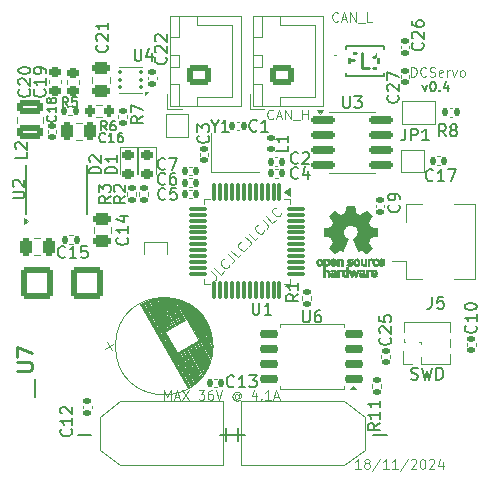
<source format=gbr>
%TF.GenerationSoftware,KiCad,Pcbnew,8.0.4*%
%TF.CreationDate,2024-12-15T23:21:32+02:00*%
%TF.ProjectId,Little Boy - External,4c697474-6c65-4204-926f-79202d204578,rev?*%
%TF.SameCoordinates,Original*%
%TF.FileFunction,Legend,Top*%
%TF.FilePolarity,Positive*%
%FSLAX46Y46*%
G04 Gerber Fmt 4.6, Leading zero omitted, Abs format (unit mm)*
G04 Created by KiCad (PCBNEW 8.0.4) date 2024-12-15 23:21:32*
%MOMM*%
%LPD*%
G01*
G04 APERTURE LIST*
G04 Aperture macros list*
%AMRoundRect*
0 Rectangle with rounded corners*
0 $1 Rounding radius*
0 $2 $3 $4 $5 $6 $7 $8 $9 X,Y pos of 4 corners*
0 Add a 4 corners polygon primitive as box body*
4,1,4,$2,$3,$4,$5,$6,$7,$8,$9,$2,$3,0*
0 Add four circle primitives for the rounded corners*
1,1,$1+$1,$2,$3*
1,1,$1+$1,$4,$5*
1,1,$1+$1,$6,$7*
1,1,$1+$1,$8,$9*
0 Add four rect primitives between the rounded corners*
20,1,$1+$1,$2,$3,$4,$5,0*
20,1,$1+$1,$4,$5,$6,$7,0*
20,1,$1+$1,$6,$7,$8,$9,0*
20,1,$1+$1,$8,$9,$2,$3,0*%
%AMRotRect*
0 Rectangle, with rotation*
0 The origin of the aperture is its center*
0 $1 length*
0 $2 width*
0 $3 Rotation angle, in degrees counterclockwise*
0 Add horizontal line*
21,1,$1,$2,0,0,$3*%
G04 Aperture macros list end*
%ADD10C,0.100000*%
%ADD11C,0.150000*%
%ADD12C,0.254000*%
%ADD13C,0.120000*%
%ADD14C,0.200000*%
%ADD15C,0.010000*%
%ADD16R,3.100000X2.600000*%
%ADD17R,0.600000X1.550000*%
%ADD18RoundRect,0.250000X0.850000X-0.375000X0.850000X0.375000X-0.850000X0.375000X-0.850000X-0.375000X0*%
%ADD19RoundRect,0.135000X0.135000X0.185000X-0.135000X0.185000X-0.135000X-0.185000X0.135000X-0.185000X0*%
%ADD20RoundRect,0.140000X-0.140000X-0.170000X0.140000X-0.170000X0.140000X0.170000X-0.140000X0.170000X0*%
%ADD21RoundRect,0.218750X-0.256250X0.218750X-0.256250X-0.218750X0.256250X-0.218750X0.256250X0.218750X0*%
%ADD22RoundRect,0.250000X-1.125000X-1.125000X1.125000X-1.125000X1.125000X1.125000X-1.125000X1.125000X0*%
%ADD23RoundRect,0.135000X0.185000X-0.135000X0.185000X0.135000X-0.185000X0.135000X-0.185000X-0.135000X0*%
%ADD24RoundRect,0.140000X0.140000X0.170000X-0.140000X0.170000X-0.140000X-0.170000X0.140000X-0.170000X0*%
%ADD25RoundRect,0.150000X0.650000X0.150000X-0.650000X0.150000X-0.650000X-0.150000X0.650000X-0.150000X0*%
%ADD26C,2.200000*%
%ADD27R,1.500000X1.500000*%
%ADD28RoundRect,0.250000X0.475000X-0.250000X0.475000X0.250000X-0.475000X0.250000X-0.475000X-0.250000X0*%
%ADD29R,1.400000X1.200000*%
%ADD30RoundRect,0.135000X-0.135000X-0.185000X0.135000X-0.185000X0.135000X0.185000X-0.135000X0.185000X0*%
%ADD31RoundRect,0.250000X0.250000X0.475000X-0.250000X0.475000X-0.250000X-0.475000X0.250000X-0.475000X0*%
%ADD32RoundRect,0.140000X-0.170000X0.140000X-0.170000X-0.140000X0.170000X-0.140000X0.170000X0.140000X0*%
%ADD33RotRect,1.600000X1.600000X30.000000*%
%ADD34C,1.600000*%
%ADD35RoundRect,0.225000X-0.250000X0.225000X-0.250000X-0.225000X0.250000X-0.225000X0.250000X0.225000X0*%
%ADD36RoundRect,0.093750X0.093750X0.106250X-0.093750X0.106250X-0.093750X-0.106250X0.093750X-0.106250X0*%
%ADD37R,1.000000X1.600000*%
%ADD38R,3.000000X3.000000*%
%ADD39C,3.000000*%
%ADD40RoundRect,0.150000X-0.825000X-0.150000X0.825000X-0.150000X0.825000X0.150000X-0.825000X0.150000X0*%
%ADD41R,0.650000X1.525000*%
%ADD42R,3.400000X2.710000*%
%ADD43RotRect,1.500000X1.500000X315.000000*%
%ADD44RoundRect,0.140000X0.170000X-0.140000X0.170000X0.140000X-0.170000X0.140000X-0.170000X-0.140000X0*%
%ADD45R,1.000000X1.000000*%
%ADD46O,1.000000X1.000000*%
%ADD47RoundRect,0.250000X0.750000X-0.600000X0.750000X0.600000X-0.750000X0.600000X-0.750000X-0.600000X0*%
%ADD48O,2.000000X1.700000*%
%ADD49R,5.000000X1.300000*%
%ADD50R,1.000000X1.500000*%
%ADD51RoundRect,0.147500X-0.172500X0.147500X-0.172500X-0.147500X0.172500X-0.147500X0.172500X0.147500X0*%
%ADD52R,1.300000X0.300000*%
%ADD53R,2.200000X1.800000*%
%ADD54RoundRect,0.075000X-0.075000X0.662500X-0.075000X-0.662500X0.075000X-0.662500X0.075000X0.662500X0*%
%ADD55RoundRect,0.075000X-0.662500X0.075000X-0.662500X-0.075000X0.662500X-0.075000X0.662500X0.075000X0*%
%ADD56RoundRect,0.250000X-0.250000X-0.475000X0.250000X-0.475000X0.250000X0.475000X-0.250000X0.475000X0*%
%ADD57RoundRect,0.200000X0.200000X0.275000X-0.200000X0.275000X-0.200000X-0.275000X0.200000X-0.275000X0*%
%ADD58R,1.050000X0.600000*%
G04 APERTURE END LIST*
D10*
X156906265Y-49046895D02*
X156906265Y-48246895D01*
X156906265Y-48246895D02*
X157096741Y-48246895D01*
X157096741Y-48246895D02*
X157211027Y-48284990D01*
X157211027Y-48284990D02*
X157287217Y-48361180D01*
X157287217Y-48361180D02*
X157325312Y-48437371D01*
X157325312Y-48437371D02*
X157363408Y-48589752D01*
X157363408Y-48589752D02*
X157363408Y-48704038D01*
X157363408Y-48704038D02*
X157325312Y-48856419D01*
X157325312Y-48856419D02*
X157287217Y-48932609D01*
X157287217Y-48932609D02*
X157211027Y-49008800D01*
X157211027Y-49008800D02*
X157096741Y-49046895D01*
X157096741Y-49046895D02*
X156906265Y-49046895D01*
X158163408Y-48970704D02*
X158125312Y-49008800D01*
X158125312Y-49008800D02*
X158011027Y-49046895D01*
X158011027Y-49046895D02*
X157934836Y-49046895D01*
X157934836Y-49046895D02*
X157820550Y-49008800D01*
X157820550Y-49008800D02*
X157744360Y-48932609D01*
X157744360Y-48932609D02*
X157706265Y-48856419D01*
X157706265Y-48856419D02*
X157668169Y-48704038D01*
X157668169Y-48704038D02*
X157668169Y-48589752D01*
X157668169Y-48589752D02*
X157706265Y-48437371D01*
X157706265Y-48437371D02*
X157744360Y-48361180D01*
X157744360Y-48361180D02*
X157820550Y-48284990D01*
X157820550Y-48284990D02*
X157934836Y-48246895D01*
X157934836Y-48246895D02*
X158011027Y-48246895D01*
X158011027Y-48246895D02*
X158125312Y-48284990D01*
X158125312Y-48284990D02*
X158163408Y-48323085D01*
X158468169Y-49008800D02*
X158582455Y-49046895D01*
X158582455Y-49046895D02*
X158772931Y-49046895D01*
X158772931Y-49046895D02*
X158849122Y-49008800D01*
X158849122Y-49008800D02*
X158887217Y-48970704D01*
X158887217Y-48970704D02*
X158925312Y-48894514D01*
X158925312Y-48894514D02*
X158925312Y-48818323D01*
X158925312Y-48818323D02*
X158887217Y-48742133D01*
X158887217Y-48742133D02*
X158849122Y-48704038D01*
X158849122Y-48704038D02*
X158772931Y-48665942D01*
X158772931Y-48665942D02*
X158620550Y-48627847D01*
X158620550Y-48627847D02*
X158544360Y-48589752D01*
X158544360Y-48589752D02*
X158506265Y-48551657D01*
X158506265Y-48551657D02*
X158468169Y-48475466D01*
X158468169Y-48475466D02*
X158468169Y-48399276D01*
X158468169Y-48399276D02*
X158506265Y-48323085D01*
X158506265Y-48323085D02*
X158544360Y-48284990D01*
X158544360Y-48284990D02*
X158620550Y-48246895D01*
X158620550Y-48246895D02*
X158811027Y-48246895D01*
X158811027Y-48246895D02*
X158925312Y-48284990D01*
X159572932Y-49008800D02*
X159496741Y-49046895D01*
X159496741Y-49046895D02*
X159344360Y-49046895D01*
X159344360Y-49046895D02*
X159268170Y-49008800D01*
X159268170Y-49008800D02*
X159230074Y-48932609D01*
X159230074Y-48932609D02*
X159230074Y-48627847D01*
X159230074Y-48627847D02*
X159268170Y-48551657D01*
X159268170Y-48551657D02*
X159344360Y-48513561D01*
X159344360Y-48513561D02*
X159496741Y-48513561D01*
X159496741Y-48513561D02*
X159572932Y-48551657D01*
X159572932Y-48551657D02*
X159611027Y-48627847D01*
X159611027Y-48627847D02*
X159611027Y-48704038D01*
X159611027Y-48704038D02*
X159230074Y-48780228D01*
X159953884Y-49046895D02*
X159953884Y-48513561D01*
X159953884Y-48665942D02*
X159991979Y-48589752D01*
X159991979Y-48589752D02*
X160030074Y-48551657D01*
X160030074Y-48551657D02*
X160106265Y-48513561D01*
X160106265Y-48513561D02*
X160182455Y-48513561D01*
X160372931Y-48513561D02*
X160563407Y-49046895D01*
X160563407Y-49046895D02*
X160753884Y-48513561D01*
X161172931Y-49046895D02*
X161096741Y-49008800D01*
X161096741Y-49008800D02*
X161058646Y-48970704D01*
X161058646Y-48970704D02*
X161020550Y-48894514D01*
X161020550Y-48894514D02*
X161020550Y-48665942D01*
X161020550Y-48665942D02*
X161058646Y-48589752D01*
X161058646Y-48589752D02*
X161096741Y-48551657D01*
X161096741Y-48551657D02*
X161172931Y-48513561D01*
X161172931Y-48513561D02*
X161287217Y-48513561D01*
X161287217Y-48513561D02*
X161363408Y-48551657D01*
X161363408Y-48551657D02*
X161401503Y-48589752D01*
X161401503Y-48589752D02*
X161439598Y-48665942D01*
X161439598Y-48665942D02*
X161439598Y-48894514D01*
X161439598Y-48894514D02*
X161401503Y-48970704D01*
X161401503Y-48970704D02*
X161363408Y-49008800D01*
X161363408Y-49008800D02*
X161287217Y-49046895D01*
X161287217Y-49046895D02*
X161172931Y-49046895D01*
X145213408Y-52570704D02*
X145175312Y-52608800D01*
X145175312Y-52608800D02*
X145061027Y-52646895D01*
X145061027Y-52646895D02*
X144984836Y-52646895D01*
X144984836Y-52646895D02*
X144870550Y-52608800D01*
X144870550Y-52608800D02*
X144794360Y-52532609D01*
X144794360Y-52532609D02*
X144756265Y-52456419D01*
X144756265Y-52456419D02*
X144718169Y-52304038D01*
X144718169Y-52304038D02*
X144718169Y-52189752D01*
X144718169Y-52189752D02*
X144756265Y-52037371D01*
X144756265Y-52037371D02*
X144794360Y-51961180D01*
X144794360Y-51961180D02*
X144870550Y-51884990D01*
X144870550Y-51884990D02*
X144984836Y-51846895D01*
X144984836Y-51846895D02*
X145061027Y-51846895D01*
X145061027Y-51846895D02*
X145175312Y-51884990D01*
X145175312Y-51884990D02*
X145213408Y-51923085D01*
X145518169Y-52418323D02*
X145899122Y-52418323D01*
X145441979Y-52646895D02*
X145708646Y-51846895D01*
X145708646Y-51846895D02*
X145975312Y-52646895D01*
X146241979Y-52646895D02*
X146241979Y-51846895D01*
X146241979Y-51846895D02*
X146699122Y-52646895D01*
X146699122Y-52646895D02*
X146699122Y-51846895D01*
X146889598Y-52723085D02*
X147499121Y-52723085D01*
X147689598Y-52646895D02*
X147689598Y-51846895D01*
X147689598Y-52227847D02*
X148146741Y-52227847D01*
X148146741Y-52646895D02*
X148146741Y-51846895D01*
X136006265Y-76396895D02*
X136006265Y-75596895D01*
X136006265Y-75596895D02*
X136272931Y-76168323D01*
X136272931Y-76168323D02*
X136539598Y-75596895D01*
X136539598Y-75596895D02*
X136539598Y-76396895D01*
X136882455Y-76168323D02*
X137263408Y-76168323D01*
X136806265Y-76396895D02*
X137072932Y-75596895D01*
X137072932Y-75596895D02*
X137339598Y-76396895D01*
X137530074Y-75596895D02*
X138063408Y-76396895D01*
X138063408Y-75596895D02*
X137530074Y-76396895D01*
X138901503Y-75596895D02*
X139396741Y-75596895D01*
X139396741Y-75596895D02*
X139130075Y-75901657D01*
X139130075Y-75901657D02*
X139244360Y-75901657D01*
X139244360Y-75901657D02*
X139320551Y-75939752D01*
X139320551Y-75939752D02*
X139358646Y-75977847D01*
X139358646Y-75977847D02*
X139396741Y-76054038D01*
X139396741Y-76054038D02*
X139396741Y-76244514D01*
X139396741Y-76244514D02*
X139358646Y-76320704D01*
X139358646Y-76320704D02*
X139320551Y-76358800D01*
X139320551Y-76358800D02*
X139244360Y-76396895D01*
X139244360Y-76396895D02*
X139015789Y-76396895D01*
X139015789Y-76396895D02*
X138939598Y-76358800D01*
X138939598Y-76358800D02*
X138901503Y-76320704D01*
X140082456Y-75596895D02*
X139930075Y-75596895D01*
X139930075Y-75596895D02*
X139853884Y-75634990D01*
X139853884Y-75634990D02*
X139815789Y-75673085D01*
X139815789Y-75673085D02*
X139739599Y-75787371D01*
X139739599Y-75787371D02*
X139701503Y-75939752D01*
X139701503Y-75939752D02*
X139701503Y-76244514D01*
X139701503Y-76244514D02*
X139739599Y-76320704D01*
X139739599Y-76320704D02*
X139777694Y-76358800D01*
X139777694Y-76358800D02*
X139853884Y-76396895D01*
X139853884Y-76396895D02*
X140006265Y-76396895D01*
X140006265Y-76396895D02*
X140082456Y-76358800D01*
X140082456Y-76358800D02*
X140120551Y-76320704D01*
X140120551Y-76320704D02*
X140158646Y-76244514D01*
X140158646Y-76244514D02*
X140158646Y-76054038D01*
X140158646Y-76054038D02*
X140120551Y-75977847D01*
X140120551Y-75977847D02*
X140082456Y-75939752D01*
X140082456Y-75939752D02*
X140006265Y-75901657D01*
X140006265Y-75901657D02*
X139853884Y-75901657D01*
X139853884Y-75901657D02*
X139777694Y-75939752D01*
X139777694Y-75939752D02*
X139739599Y-75977847D01*
X139739599Y-75977847D02*
X139701503Y-76054038D01*
X140387218Y-75596895D02*
X140653885Y-76396895D01*
X140653885Y-76396895D02*
X140920551Y-75596895D01*
X142291980Y-76015942D02*
X142253885Y-75977847D01*
X142253885Y-75977847D02*
X142177694Y-75939752D01*
X142177694Y-75939752D02*
X142101504Y-75939752D01*
X142101504Y-75939752D02*
X142025313Y-75977847D01*
X142025313Y-75977847D02*
X141987218Y-76015942D01*
X141987218Y-76015942D02*
X141949123Y-76092133D01*
X141949123Y-76092133D02*
X141949123Y-76168323D01*
X141949123Y-76168323D02*
X141987218Y-76244514D01*
X141987218Y-76244514D02*
X142025313Y-76282609D01*
X142025313Y-76282609D02*
X142101504Y-76320704D01*
X142101504Y-76320704D02*
X142177694Y-76320704D01*
X142177694Y-76320704D02*
X142253885Y-76282609D01*
X142253885Y-76282609D02*
X142291980Y-76244514D01*
X142291980Y-75939752D02*
X142291980Y-76244514D01*
X142291980Y-76244514D02*
X142330075Y-76282609D01*
X142330075Y-76282609D02*
X142368170Y-76282609D01*
X142368170Y-76282609D02*
X142444361Y-76244514D01*
X142444361Y-76244514D02*
X142482456Y-76168323D01*
X142482456Y-76168323D02*
X142482456Y-75977847D01*
X142482456Y-75977847D02*
X142406266Y-75863561D01*
X142406266Y-75863561D02*
X142291980Y-75787371D01*
X142291980Y-75787371D02*
X142139599Y-75749276D01*
X142139599Y-75749276D02*
X141987218Y-75787371D01*
X141987218Y-75787371D02*
X141872932Y-75863561D01*
X141872932Y-75863561D02*
X141796742Y-75977847D01*
X141796742Y-75977847D02*
X141758646Y-76130228D01*
X141758646Y-76130228D02*
X141796742Y-76282609D01*
X141796742Y-76282609D02*
X141872932Y-76396895D01*
X141872932Y-76396895D02*
X141987218Y-76473085D01*
X141987218Y-76473085D02*
X142139599Y-76511180D01*
X142139599Y-76511180D02*
X142291980Y-76473085D01*
X142291980Y-76473085D02*
X142406266Y-76396895D01*
X143777694Y-75863561D02*
X143777694Y-76396895D01*
X143587218Y-75558800D02*
X143396741Y-76130228D01*
X143396741Y-76130228D02*
X143891980Y-76130228D01*
X144196742Y-76320704D02*
X144234837Y-76358800D01*
X144234837Y-76358800D02*
X144196742Y-76396895D01*
X144196742Y-76396895D02*
X144158646Y-76358800D01*
X144158646Y-76358800D02*
X144196742Y-76320704D01*
X144196742Y-76320704D02*
X144196742Y-76396895D01*
X144996741Y-76396895D02*
X144539598Y-76396895D01*
X144768170Y-76396895D02*
X144768170Y-75596895D01*
X144768170Y-75596895D02*
X144691979Y-75711180D01*
X144691979Y-75711180D02*
X144615789Y-75787371D01*
X144615789Y-75787371D02*
X144539598Y-75825466D01*
X145301503Y-76168323D02*
X145682456Y-76168323D01*
X145225313Y-76396895D02*
X145491980Y-75596895D01*
X145491980Y-75596895D02*
X145758646Y-76396895D01*
X150713408Y-44320704D02*
X150675312Y-44358800D01*
X150675312Y-44358800D02*
X150561027Y-44396895D01*
X150561027Y-44396895D02*
X150484836Y-44396895D01*
X150484836Y-44396895D02*
X150370550Y-44358800D01*
X150370550Y-44358800D02*
X150294360Y-44282609D01*
X150294360Y-44282609D02*
X150256265Y-44206419D01*
X150256265Y-44206419D02*
X150218169Y-44054038D01*
X150218169Y-44054038D02*
X150218169Y-43939752D01*
X150218169Y-43939752D02*
X150256265Y-43787371D01*
X150256265Y-43787371D02*
X150294360Y-43711180D01*
X150294360Y-43711180D02*
X150370550Y-43634990D01*
X150370550Y-43634990D02*
X150484836Y-43596895D01*
X150484836Y-43596895D02*
X150561027Y-43596895D01*
X150561027Y-43596895D02*
X150675312Y-43634990D01*
X150675312Y-43634990D02*
X150713408Y-43673085D01*
X151018169Y-44168323D02*
X151399122Y-44168323D01*
X150941979Y-44396895D02*
X151208646Y-43596895D01*
X151208646Y-43596895D02*
X151475312Y-44396895D01*
X151741979Y-44396895D02*
X151741979Y-43596895D01*
X151741979Y-43596895D02*
X152199122Y-44396895D01*
X152199122Y-44396895D02*
X152199122Y-43596895D01*
X152389598Y-44473085D02*
X152999121Y-44473085D01*
X153570550Y-44396895D02*
X153189598Y-44396895D01*
X153189598Y-44396895D02*
X153189598Y-43596895D01*
X139954239Y-65518577D02*
X140358300Y-65922638D01*
X140358300Y-65922638D02*
X140412175Y-66030387D01*
X140412175Y-66030387D02*
X140412175Y-66138137D01*
X140412175Y-66138137D02*
X140358300Y-66245887D01*
X140358300Y-66245887D02*
X140304425Y-66299761D01*
X141058673Y-65545514D02*
X140789299Y-65814888D01*
X140789299Y-65814888D02*
X140223613Y-65249203D01*
X141516609Y-64979829D02*
X141516609Y-65033703D01*
X141516609Y-65033703D02*
X141462734Y-65141453D01*
X141462734Y-65141453D02*
X141408859Y-65195328D01*
X141408859Y-65195328D02*
X141301109Y-65249203D01*
X141301109Y-65249203D02*
X141193360Y-65249203D01*
X141193360Y-65249203D02*
X141112548Y-65222265D01*
X141112548Y-65222265D02*
X140977861Y-65141453D01*
X140977861Y-65141453D02*
X140897048Y-65060641D01*
X140897048Y-65060641D02*
X140816236Y-64925954D01*
X140816236Y-64925954D02*
X140789299Y-64845142D01*
X140789299Y-64845142D02*
X140789299Y-64737392D01*
X140789299Y-64737392D02*
X140843174Y-64629642D01*
X140843174Y-64629642D02*
X140897048Y-64575768D01*
X140897048Y-64575768D02*
X141004798Y-64521893D01*
X141004798Y-64521893D02*
X141058673Y-64521893D01*
X141408859Y-64063957D02*
X141812920Y-64468018D01*
X141812920Y-64468018D02*
X141866795Y-64575768D01*
X141866795Y-64575768D02*
X141866795Y-64683517D01*
X141866795Y-64683517D02*
X141812920Y-64791267D01*
X141812920Y-64791267D02*
X141759045Y-64845142D01*
X142513293Y-64090894D02*
X142243919Y-64360268D01*
X142243919Y-64360268D02*
X141678233Y-63794583D01*
X142971228Y-63525209D02*
X142971228Y-63579084D01*
X142971228Y-63579084D02*
X142917354Y-63686833D01*
X142917354Y-63686833D02*
X142863479Y-63740708D01*
X142863479Y-63740708D02*
X142755729Y-63794583D01*
X142755729Y-63794583D02*
X142647980Y-63794583D01*
X142647980Y-63794583D02*
X142567167Y-63767645D01*
X142567167Y-63767645D02*
X142432480Y-63686833D01*
X142432480Y-63686833D02*
X142351668Y-63606021D01*
X142351668Y-63606021D02*
X142270856Y-63471334D01*
X142270856Y-63471334D02*
X142243919Y-63390522D01*
X142243919Y-63390522D02*
X142243919Y-63282772D01*
X142243919Y-63282772D02*
X142297793Y-63175023D01*
X142297793Y-63175023D02*
X142351668Y-63121148D01*
X142351668Y-63121148D02*
X142459418Y-63067273D01*
X142459418Y-63067273D02*
X142513293Y-63067273D01*
X142863479Y-62609337D02*
X143267540Y-63013398D01*
X143267540Y-63013398D02*
X143321415Y-63121148D01*
X143321415Y-63121148D02*
X143321415Y-63228897D01*
X143321415Y-63228897D02*
X143267540Y-63336647D01*
X143267540Y-63336647D02*
X143213665Y-63390522D01*
X143967912Y-62636274D02*
X143698538Y-62905648D01*
X143698538Y-62905648D02*
X143132853Y-62339963D01*
X144425848Y-62070589D02*
X144425848Y-62124464D01*
X144425848Y-62124464D02*
X144371973Y-62232213D01*
X144371973Y-62232213D02*
X144318099Y-62286088D01*
X144318099Y-62286088D02*
X144210349Y-62339963D01*
X144210349Y-62339963D02*
X144102599Y-62339963D01*
X144102599Y-62339963D02*
X144021787Y-62313026D01*
X144021787Y-62313026D02*
X143887100Y-62232213D01*
X143887100Y-62232213D02*
X143806288Y-62151401D01*
X143806288Y-62151401D02*
X143725476Y-62016714D01*
X143725476Y-62016714D02*
X143698538Y-61935902D01*
X143698538Y-61935902D02*
X143698538Y-61828152D01*
X143698538Y-61828152D02*
X143752413Y-61720403D01*
X143752413Y-61720403D02*
X143806288Y-61666528D01*
X143806288Y-61666528D02*
X143914038Y-61612653D01*
X143914038Y-61612653D02*
X143967912Y-61612653D01*
X144318099Y-61154717D02*
X144722160Y-61558778D01*
X144722160Y-61558778D02*
X144776034Y-61666528D01*
X144776034Y-61666528D02*
X144776034Y-61774278D01*
X144776034Y-61774278D02*
X144722160Y-61882027D01*
X144722160Y-61882027D02*
X144668285Y-61935902D01*
X145422532Y-61181655D02*
X145153158Y-61451029D01*
X145153158Y-61451029D02*
X144587473Y-60885343D01*
X145880468Y-60615969D02*
X145880468Y-60669844D01*
X145880468Y-60669844D02*
X145826593Y-60777594D01*
X145826593Y-60777594D02*
X145772718Y-60831469D01*
X145772718Y-60831469D02*
X145664969Y-60885343D01*
X145664969Y-60885343D02*
X145557219Y-60885343D01*
X145557219Y-60885343D02*
X145476407Y-60858406D01*
X145476407Y-60858406D02*
X145341720Y-60777594D01*
X145341720Y-60777594D02*
X145260908Y-60696782D01*
X145260908Y-60696782D02*
X145180095Y-60562095D01*
X145180095Y-60562095D02*
X145153158Y-60481282D01*
X145153158Y-60481282D02*
X145153158Y-60373533D01*
X145153158Y-60373533D02*
X145207033Y-60265783D01*
X145207033Y-60265783D02*
X145260908Y-60211908D01*
X145260908Y-60211908D02*
X145368657Y-60158033D01*
X145368657Y-60158033D02*
X145422532Y-60158033D01*
D11*
X157862969Y-49760961D02*
X158053445Y-50294295D01*
X158053445Y-50294295D02*
X158243922Y-49760961D01*
X158701065Y-49494295D02*
X158777255Y-49494295D01*
X158777255Y-49494295D02*
X158853446Y-49532390D01*
X158853446Y-49532390D02*
X158891541Y-49570485D01*
X158891541Y-49570485D02*
X158929636Y-49646676D01*
X158929636Y-49646676D02*
X158967731Y-49799057D01*
X158967731Y-49799057D02*
X158967731Y-49989533D01*
X158967731Y-49989533D02*
X158929636Y-50141914D01*
X158929636Y-50141914D02*
X158891541Y-50218104D01*
X158891541Y-50218104D02*
X158853446Y-50256200D01*
X158853446Y-50256200D02*
X158777255Y-50294295D01*
X158777255Y-50294295D02*
X158701065Y-50294295D01*
X158701065Y-50294295D02*
X158624874Y-50256200D01*
X158624874Y-50256200D02*
X158586779Y-50218104D01*
X158586779Y-50218104D02*
X158548684Y-50141914D01*
X158548684Y-50141914D02*
X158510588Y-49989533D01*
X158510588Y-49989533D02*
X158510588Y-49799057D01*
X158510588Y-49799057D02*
X158548684Y-49646676D01*
X158548684Y-49646676D02*
X158586779Y-49570485D01*
X158586779Y-49570485D02*
X158624874Y-49532390D01*
X158624874Y-49532390D02*
X158701065Y-49494295D01*
X159310589Y-50218104D02*
X159348684Y-50256200D01*
X159348684Y-50256200D02*
X159310589Y-50294295D01*
X159310589Y-50294295D02*
X159272493Y-50256200D01*
X159272493Y-50256200D02*
X159310589Y-50218104D01*
X159310589Y-50218104D02*
X159310589Y-50294295D01*
X160034398Y-49760961D02*
X160034398Y-50294295D01*
X159843922Y-49456200D02*
X159653445Y-50027628D01*
X159653445Y-50027628D02*
X160148684Y-50027628D01*
D10*
X152625312Y-82246895D02*
X152168169Y-82246895D01*
X152396741Y-82246895D02*
X152396741Y-81446895D01*
X152396741Y-81446895D02*
X152320550Y-81561180D01*
X152320550Y-81561180D02*
X152244360Y-81637371D01*
X152244360Y-81637371D02*
X152168169Y-81675466D01*
X153082455Y-81789752D02*
X153006265Y-81751657D01*
X153006265Y-81751657D02*
X152968170Y-81713561D01*
X152968170Y-81713561D02*
X152930074Y-81637371D01*
X152930074Y-81637371D02*
X152930074Y-81599276D01*
X152930074Y-81599276D02*
X152968170Y-81523085D01*
X152968170Y-81523085D02*
X153006265Y-81484990D01*
X153006265Y-81484990D02*
X153082455Y-81446895D01*
X153082455Y-81446895D02*
X153234836Y-81446895D01*
X153234836Y-81446895D02*
X153311027Y-81484990D01*
X153311027Y-81484990D02*
X153349122Y-81523085D01*
X153349122Y-81523085D02*
X153387217Y-81599276D01*
X153387217Y-81599276D02*
X153387217Y-81637371D01*
X153387217Y-81637371D02*
X153349122Y-81713561D01*
X153349122Y-81713561D02*
X153311027Y-81751657D01*
X153311027Y-81751657D02*
X153234836Y-81789752D01*
X153234836Y-81789752D02*
X153082455Y-81789752D01*
X153082455Y-81789752D02*
X153006265Y-81827847D01*
X153006265Y-81827847D02*
X152968170Y-81865942D01*
X152968170Y-81865942D02*
X152930074Y-81942133D01*
X152930074Y-81942133D02*
X152930074Y-82094514D01*
X152930074Y-82094514D02*
X152968170Y-82170704D01*
X152968170Y-82170704D02*
X153006265Y-82208800D01*
X153006265Y-82208800D02*
X153082455Y-82246895D01*
X153082455Y-82246895D02*
X153234836Y-82246895D01*
X153234836Y-82246895D02*
X153311027Y-82208800D01*
X153311027Y-82208800D02*
X153349122Y-82170704D01*
X153349122Y-82170704D02*
X153387217Y-82094514D01*
X153387217Y-82094514D02*
X153387217Y-81942133D01*
X153387217Y-81942133D02*
X153349122Y-81865942D01*
X153349122Y-81865942D02*
X153311027Y-81827847D01*
X153311027Y-81827847D02*
X153234836Y-81789752D01*
X154301503Y-81408800D02*
X153615789Y-82437371D01*
X154987217Y-82246895D02*
X154530074Y-82246895D01*
X154758646Y-82246895D02*
X154758646Y-81446895D01*
X154758646Y-81446895D02*
X154682455Y-81561180D01*
X154682455Y-81561180D02*
X154606265Y-81637371D01*
X154606265Y-81637371D02*
X154530074Y-81675466D01*
X155749122Y-82246895D02*
X155291979Y-82246895D01*
X155520551Y-82246895D02*
X155520551Y-81446895D01*
X155520551Y-81446895D02*
X155444360Y-81561180D01*
X155444360Y-81561180D02*
X155368170Y-81637371D01*
X155368170Y-81637371D02*
X155291979Y-81675466D01*
X156663408Y-81408800D02*
X155977694Y-82437371D01*
X156891979Y-81523085D02*
X156930075Y-81484990D01*
X156930075Y-81484990D02*
X157006265Y-81446895D01*
X157006265Y-81446895D02*
X157196741Y-81446895D01*
X157196741Y-81446895D02*
X157272932Y-81484990D01*
X157272932Y-81484990D02*
X157311027Y-81523085D01*
X157311027Y-81523085D02*
X157349122Y-81599276D01*
X157349122Y-81599276D02*
X157349122Y-81675466D01*
X157349122Y-81675466D02*
X157311027Y-81789752D01*
X157311027Y-81789752D02*
X156853884Y-82246895D01*
X156853884Y-82246895D02*
X157349122Y-82246895D01*
X157844361Y-81446895D02*
X157920551Y-81446895D01*
X157920551Y-81446895D02*
X157996742Y-81484990D01*
X157996742Y-81484990D02*
X158034837Y-81523085D01*
X158034837Y-81523085D02*
X158072932Y-81599276D01*
X158072932Y-81599276D02*
X158111027Y-81751657D01*
X158111027Y-81751657D02*
X158111027Y-81942133D01*
X158111027Y-81942133D02*
X158072932Y-82094514D01*
X158072932Y-82094514D02*
X158034837Y-82170704D01*
X158034837Y-82170704D02*
X157996742Y-82208800D01*
X157996742Y-82208800D02*
X157920551Y-82246895D01*
X157920551Y-82246895D02*
X157844361Y-82246895D01*
X157844361Y-82246895D02*
X157768170Y-82208800D01*
X157768170Y-82208800D02*
X157730075Y-82170704D01*
X157730075Y-82170704D02*
X157691980Y-82094514D01*
X157691980Y-82094514D02*
X157653884Y-81942133D01*
X157653884Y-81942133D02*
X157653884Y-81751657D01*
X157653884Y-81751657D02*
X157691980Y-81599276D01*
X157691980Y-81599276D02*
X157730075Y-81523085D01*
X157730075Y-81523085D02*
X157768170Y-81484990D01*
X157768170Y-81484990D02*
X157844361Y-81446895D01*
X158415789Y-81523085D02*
X158453885Y-81484990D01*
X158453885Y-81484990D02*
X158530075Y-81446895D01*
X158530075Y-81446895D02*
X158720551Y-81446895D01*
X158720551Y-81446895D02*
X158796742Y-81484990D01*
X158796742Y-81484990D02*
X158834837Y-81523085D01*
X158834837Y-81523085D02*
X158872932Y-81599276D01*
X158872932Y-81599276D02*
X158872932Y-81675466D01*
X158872932Y-81675466D02*
X158834837Y-81789752D01*
X158834837Y-81789752D02*
X158377694Y-82246895D01*
X158377694Y-82246895D02*
X158872932Y-82246895D01*
X159558647Y-81713561D02*
X159558647Y-82246895D01*
X159368171Y-81408800D02*
X159177694Y-81980228D01*
X159177694Y-81980228D02*
X159672933Y-81980228D01*
D11*
X123154819Y-59361904D02*
X123964342Y-59361904D01*
X123964342Y-59361904D02*
X124059580Y-59314285D01*
X124059580Y-59314285D02*
X124107200Y-59266666D01*
X124107200Y-59266666D02*
X124154819Y-59171428D01*
X124154819Y-59171428D02*
X124154819Y-58980952D01*
X124154819Y-58980952D02*
X124107200Y-58885714D01*
X124107200Y-58885714D02*
X124059580Y-58838095D01*
X124059580Y-58838095D02*
X123964342Y-58790476D01*
X123964342Y-58790476D02*
X123154819Y-58790476D01*
X123250057Y-58361904D02*
X123202438Y-58314285D01*
X123202438Y-58314285D02*
X123154819Y-58219047D01*
X123154819Y-58219047D02*
X123154819Y-57980952D01*
X123154819Y-57980952D02*
X123202438Y-57885714D01*
X123202438Y-57885714D02*
X123250057Y-57838095D01*
X123250057Y-57838095D02*
X123345295Y-57790476D01*
X123345295Y-57790476D02*
X123440533Y-57790476D01*
X123440533Y-57790476D02*
X123583390Y-57838095D01*
X123583390Y-57838095D02*
X124154819Y-58409523D01*
X124154819Y-58409523D02*
X124154819Y-57790476D01*
X124379819Y-55466667D02*
X124379819Y-55942857D01*
X124379819Y-55942857D02*
X123379819Y-55942857D01*
X123475057Y-55180952D02*
X123427438Y-55133333D01*
X123427438Y-55133333D02*
X123379819Y-55038095D01*
X123379819Y-55038095D02*
X123379819Y-54800000D01*
X123379819Y-54800000D02*
X123427438Y-54704762D01*
X123427438Y-54704762D02*
X123475057Y-54657143D01*
X123475057Y-54657143D02*
X123570295Y-54609524D01*
X123570295Y-54609524D02*
X123665533Y-54609524D01*
X123665533Y-54609524D02*
X123808390Y-54657143D01*
X123808390Y-54657143D02*
X124379819Y-55228571D01*
X124379819Y-55228571D02*
X124379819Y-54609524D01*
X127866667Y-51612295D02*
X127600000Y-51231342D01*
X127409524Y-51612295D02*
X127409524Y-50812295D01*
X127409524Y-50812295D02*
X127714286Y-50812295D01*
X127714286Y-50812295D02*
X127790476Y-50850390D01*
X127790476Y-50850390D02*
X127828571Y-50888485D01*
X127828571Y-50888485D02*
X127866667Y-50964676D01*
X127866667Y-50964676D02*
X127866667Y-51078961D01*
X127866667Y-51078961D02*
X127828571Y-51155152D01*
X127828571Y-51155152D02*
X127790476Y-51193247D01*
X127790476Y-51193247D02*
X127714286Y-51231342D01*
X127714286Y-51231342D02*
X127409524Y-51231342D01*
X128590476Y-50812295D02*
X128209524Y-50812295D01*
X128209524Y-50812295D02*
X128171428Y-51193247D01*
X128171428Y-51193247D02*
X128209524Y-51155152D01*
X128209524Y-51155152D02*
X128285714Y-51117057D01*
X128285714Y-51117057D02*
X128476190Y-51117057D01*
X128476190Y-51117057D02*
X128552381Y-51155152D01*
X128552381Y-51155152D02*
X128590476Y-51193247D01*
X128590476Y-51193247D02*
X128628571Y-51269438D01*
X128628571Y-51269438D02*
X128628571Y-51459914D01*
X128628571Y-51459914D02*
X128590476Y-51536104D01*
X128590476Y-51536104D02*
X128552381Y-51574200D01*
X128552381Y-51574200D02*
X128476190Y-51612295D01*
X128476190Y-51612295D02*
X128285714Y-51612295D01*
X128285714Y-51612295D02*
X128209524Y-51574200D01*
X128209524Y-51574200D02*
X128171428Y-51536104D01*
X147333333Y-56359580D02*
X147285714Y-56407200D01*
X147285714Y-56407200D02*
X147142857Y-56454819D01*
X147142857Y-56454819D02*
X147047619Y-56454819D01*
X147047619Y-56454819D02*
X146904762Y-56407200D01*
X146904762Y-56407200D02*
X146809524Y-56311961D01*
X146809524Y-56311961D02*
X146761905Y-56216723D01*
X146761905Y-56216723D02*
X146714286Y-56026247D01*
X146714286Y-56026247D02*
X146714286Y-55883390D01*
X146714286Y-55883390D02*
X146761905Y-55692914D01*
X146761905Y-55692914D02*
X146809524Y-55597676D01*
X146809524Y-55597676D02*
X146904762Y-55502438D01*
X146904762Y-55502438D02*
X147047619Y-55454819D01*
X147047619Y-55454819D02*
X147142857Y-55454819D01*
X147142857Y-55454819D02*
X147285714Y-55502438D01*
X147285714Y-55502438D02*
X147333333Y-55550057D01*
X147714286Y-55550057D02*
X147761905Y-55502438D01*
X147761905Y-55502438D02*
X147857143Y-55454819D01*
X147857143Y-55454819D02*
X148095238Y-55454819D01*
X148095238Y-55454819D02*
X148190476Y-55502438D01*
X148190476Y-55502438D02*
X148238095Y-55550057D01*
X148238095Y-55550057D02*
X148285714Y-55645295D01*
X148285714Y-55645295D02*
X148285714Y-55740533D01*
X148285714Y-55740533D02*
X148238095Y-55883390D01*
X148238095Y-55883390D02*
X147666667Y-56454819D01*
X147666667Y-56454819D02*
X148285714Y-56454819D01*
X132004819Y-57238094D02*
X131004819Y-57238094D01*
X131004819Y-57238094D02*
X131004819Y-56999999D01*
X131004819Y-56999999D02*
X131052438Y-56857142D01*
X131052438Y-56857142D02*
X131147676Y-56761904D01*
X131147676Y-56761904D02*
X131242914Y-56714285D01*
X131242914Y-56714285D02*
X131433390Y-56666666D01*
X131433390Y-56666666D02*
X131576247Y-56666666D01*
X131576247Y-56666666D02*
X131766723Y-56714285D01*
X131766723Y-56714285D02*
X131861961Y-56761904D01*
X131861961Y-56761904D02*
X131957200Y-56857142D01*
X131957200Y-56857142D02*
X132004819Y-56999999D01*
X132004819Y-56999999D02*
X132004819Y-57238094D01*
X132004819Y-55714285D02*
X132004819Y-56285713D01*
X132004819Y-55999999D02*
X131004819Y-55999999D01*
X131004819Y-55999999D02*
X131147676Y-56095237D01*
X131147676Y-56095237D02*
X131242914Y-56190475D01*
X131242914Y-56190475D02*
X131290533Y-56285713D01*
X134204819Y-52416666D02*
X133728628Y-52749999D01*
X134204819Y-52988094D02*
X133204819Y-52988094D01*
X133204819Y-52988094D02*
X133204819Y-52607142D01*
X133204819Y-52607142D02*
X133252438Y-52511904D01*
X133252438Y-52511904D02*
X133300057Y-52464285D01*
X133300057Y-52464285D02*
X133395295Y-52416666D01*
X133395295Y-52416666D02*
X133538152Y-52416666D01*
X133538152Y-52416666D02*
X133633390Y-52464285D01*
X133633390Y-52464285D02*
X133681009Y-52511904D01*
X133681009Y-52511904D02*
X133728628Y-52607142D01*
X133728628Y-52607142D02*
X133728628Y-52988094D01*
X133204819Y-52083332D02*
X133204819Y-51416666D01*
X133204819Y-51416666D02*
X134204819Y-51845237D01*
X136083333Y-58109580D02*
X136035714Y-58157200D01*
X136035714Y-58157200D02*
X135892857Y-58204819D01*
X135892857Y-58204819D02*
X135797619Y-58204819D01*
X135797619Y-58204819D02*
X135654762Y-58157200D01*
X135654762Y-58157200D02*
X135559524Y-58061961D01*
X135559524Y-58061961D02*
X135511905Y-57966723D01*
X135511905Y-57966723D02*
X135464286Y-57776247D01*
X135464286Y-57776247D02*
X135464286Y-57633390D01*
X135464286Y-57633390D02*
X135511905Y-57442914D01*
X135511905Y-57442914D02*
X135559524Y-57347676D01*
X135559524Y-57347676D02*
X135654762Y-57252438D01*
X135654762Y-57252438D02*
X135797619Y-57204819D01*
X135797619Y-57204819D02*
X135892857Y-57204819D01*
X135892857Y-57204819D02*
X136035714Y-57252438D01*
X136035714Y-57252438D02*
X136083333Y-57300057D01*
X136940476Y-57204819D02*
X136750000Y-57204819D01*
X136750000Y-57204819D02*
X136654762Y-57252438D01*
X136654762Y-57252438D02*
X136607143Y-57300057D01*
X136607143Y-57300057D02*
X136511905Y-57442914D01*
X136511905Y-57442914D02*
X136464286Y-57633390D01*
X136464286Y-57633390D02*
X136464286Y-58014342D01*
X136464286Y-58014342D02*
X136511905Y-58109580D01*
X136511905Y-58109580D02*
X136559524Y-58157200D01*
X136559524Y-58157200D02*
X136654762Y-58204819D01*
X136654762Y-58204819D02*
X136845238Y-58204819D01*
X136845238Y-58204819D02*
X136940476Y-58157200D01*
X136940476Y-58157200D02*
X136988095Y-58109580D01*
X136988095Y-58109580D02*
X137035714Y-58014342D01*
X137035714Y-58014342D02*
X137035714Y-57776247D01*
X137035714Y-57776247D02*
X136988095Y-57681009D01*
X136988095Y-57681009D02*
X136940476Y-57633390D01*
X136940476Y-57633390D02*
X136845238Y-57585771D01*
X136845238Y-57585771D02*
X136654762Y-57585771D01*
X136654762Y-57585771D02*
X136559524Y-57633390D01*
X136559524Y-57633390D02*
X136511905Y-57681009D01*
X136511905Y-57681009D02*
X136464286Y-57776247D01*
X141907142Y-75259580D02*
X141859523Y-75307200D01*
X141859523Y-75307200D02*
X141716666Y-75354819D01*
X141716666Y-75354819D02*
X141621428Y-75354819D01*
X141621428Y-75354819D02*
X141478571Y-75307200D01*
X141478571Y-75307200D02*
X141383333Y-75211961D01*
X141383333Y-75211961D02*
X141335714Y-75116723D01*
X141335714Y-75116723D02*
X141288095Y-74926247D01*
X141288095Y-74926247D02*
X141288095Y-74783390D01*
X141288095Y-74783390D02*
X141335714Y-74592914D01*
X141335714Y-74592914D02*
X141383333Y-74497676D01*
X141383333Y-74497676D02*
X141478571Y-74402438D01*
X141478571Y-74402438D02*
X141621428Y-74354819D01*
X141621428Y-74354819D02*
X141716666Y-74354819D01*
X141716666Y-74354819D02*
X141859523Y-74402438D01*
X141859523Y-74402438D02*
X141907142Y-74450057D01*
X142859523Y-75354819D02*
X142288095Y-75354819D01*
X142573809Y-75354819D02*
X142573809Y-74354819D01*
X142573809Y-74354819D02*
X142478571Y-74497676D01*
X142478571Y-74497676D02*
X142383333Y-74592914D01*
X142383333Y-74592914D02*
X142288095Y-74640533D01*
X143192857Y-74354819D02*
X143811904Y-74354819D01*
X143811904Y-74354819D02*
X143478571Y-74735771D01*
X143478571Y-74735771D02*
X143621428Y-74735771D01*
X143621428Y-74735771D02*
X143716666Y-74783390D01*
X143716666Y-74783390D02*
X143764285Y-74831009D01*
X143764285Y-74831009D02*
X143811904Y-74926247D01*
X143811904Y-74926247D02*
X143811904Y-75164342D01*
X143811904Y-75164342D02*
X143764285Y-75259580D01*
X143764285Y-75259580D02*
X143716666Y-75307200D01*
X143716666Y-75307200D02*
X143621428Y-75354819D01*
X143621428Y-75354819D02*
X143335714Y-75354819D01*
X143335714Y-75354819D02*
X143240476Y-75307200D01*
X143240476Y-75307200D02*
X143192857Y-75259580D01*
X147738095Y-68854819D02*
X147738095Y-69664342D01*
X147738095Y-69664342D02*
X147785714Y-69759580D01*
X147785714Y-69759580D02*
X147833333Y-69807200D01*
X147833333Y-69807200D02*
X147928571Y-69854819D01*
X147928571Y-69854819D02*
X148119047Y-69854819D01*
X148119047Y-69854819D02*
X148214285Y-69807200D01*
X148214285Y-69807200D02*
X148261904Y-69759580D01*
X148261904Y-69759580D02*
X148309523Y-69664342D01*
X148309523Y-69664342D02*
X148309523Y-68854819D01*
X149214285Y-68854819D02*
X149023809Y-68854819D01*
X149023809Y-68854819D02*
X148928571Y-68902438D01*
X148928571Y-68902438D02*
X148880952Y-68950057D01*
X148880952Y-68950057D02*
X148785714Y-69092914D01*
X148785714Y-69092914D02*
X148738095Y-69283390D01*
X148738095Y-69283390D02*
X148738095Y-69664342D01*
X148738095Y-69664342D02*
X148785714Y-69759580D01*
X148785714Y-69759580D02*
X148833333Y-69807200D01*
X148833333Y-69807200D02*
X148928571Y-69854819D01*
X148928571Y-69854819D02*
X149119047Y-69854819D01*
X149119047Y-69854819D02*
X149214285Y-69807200D01*
X149214285Y-69807200D02*
X149261904Y-69759580D01*
X149261904Y-69759580D02*
X149309523Y-69664342D01*
X149309523Y-69664342D02*
X149309523Y-69426247D01*
X149309523Y-69426247D02*
X149261904Y-69331009D01*
X149261904Y-69331009D02*
X149214285Y-69283390D01*
X149214285Y-69283390D02*
X149119047Y-69235771D01*
X149119047Y-69235771D02*
X148928571Y-69235771D01*
X148928571Y-69235771D02*
X148833333Y-69283390D01*
X148833333Y-69283390D02*
X148785714Y-69331009D01*
X148785714Y-69331009D02*
X148738095Y-69426247D01*
X131134579Y-46392857D02*
X131182199Y-46440476D01*
X131182199Y-46440476D02*
X131229818Y-46583333D01*
X131229818Y-46583333D02*
X131229818Y-46678571D01*
X131229818Y-46678571D02*
X131182199Y-46821428D01*
X131182199Y-46821428D02*
X131086960Y-46916666D01*
X131086960Y-46916666D02*
X130991722Y-46964285D01*
X130991722Y-46964285D02*
X130801246Y-47011904D01*
X130801246Y-47011904D02*
X130658389Y-47011904D01*
X130658389Y-47011904D02*
X130467913Y-46964285D01*
X130467913Y-46964285D02*
X130372675Y-46916666D01*
X130372675Y-46916666D02*
X130277437Y-46821428D01*
X130277437Y-46821428D02*
X130229818Y-46678571D01*
X130229818Y-46678571D02*
X130229818Y-46583333D01*
X130229818Y-46583333D02*
X130277437Y-46440476D01*
X130277437Y-46440476D02*
X130325056Y-46392857D01*
X130325056Y-46011904D02*
X130277437Y-45964285D01*
X130277437Y-45964285D02*
X130229818Y-45869047D01*
X130229818Y-45869047D02*
X130229818Y-45630952D01*
X130229818Y-45630952D02*
X130277437Y-45535714D01*
X130277437Y-45535714D02*
X130325056Y-45488095D01*
X130325056Y-45488095D02*
X130420294Y-45440476D01*
X130420294Y-45440476D02*
X130515532Y-45440476D01*
X130515532Y-45440476D02*
X130658389Y-45488095D01*
X130658389Y-45488095D02*
X131229818Y-46059523D01*
X131229818Y-46059523D02*
X131229818Y-45440476D01*
X131229818Y-44488095D02*
X131229818Y-45059523D01*
X131229818Y-44773809D02*
X130229818Y-44773809D01*
X130229818Y-44773809D02*
X130372675Y-44869047D01*
X130372675Y-44869047D02*
X130467913Y-44964285D01*
X130467913Y-44964285D02*
X130515532Y-45059523D01*
X140273809Y-53228628D02*
X140273809Y-53704819D01*
X139940476Y-52704819D02*
X140273809Y-53228628D01*
X140273809Y-53228628D02*
X140607142Y-52704819D01*
X141464285Y-53704819D02*
X140892857Y-53704819D01*
X141178571Y-53704819D02*
X141178571Y-52704819D01*
X141178571Y-52704819D02*
X141083333Y-52847676D01*
X141083333Y-52847676D02*
X140988095Y-52942914D01*
X140988095Y-52942914D02*
X140892857Y-52990533D01*
X127607142Y-64309580D02*
X127559523Y-64357200D01*
X127559523Y-64357200D02*
X127416666Y-64404819D01*
X127416666Y-64404819D02*
X127321428Y-64404819D01*
X127321428Y-64404819D02*
X127178571Y-64357200D01*
X127178571Y-64357200D02*
X127083333Y-64261961D01*
X127083333Y-64261961D02*
X127035714Y-64166723D01*
X127035714Y-64166723D02*
X126988095Y-63976247D01*
X126988095Y-63976247D02*
X126988095Y-63833390D01*
X126988095Y-63833390D02*
X127035714Y-63642914D01*
X127035714Y-63642914D02*
X127083333Y-63547676D01*
X127083333Y-63547676D02*
X127178571Y-63452438D01*
X127178571Y-63452438D02*
X127321428Y-63404819D01*
X127321428Y-63404819D02*
X127416666Y-63404819D01*
X127416666Y-63404819D02*
X127559523Y-63452438D01*
X127559523Y-63452438D02*
X127607142Y-63500057D01*
X128559523Y-64404819D02*
X127988095Y-64404819D01*
X128273809Y-64404819D02*
X128273809Y-63404819D01*
X128273809Y-63404819D02*
X128178571Y-63547676D01*
X128178571Y-63547676D02*
X128083333Y-63642914D01*
X128083333Y-63642914D02*
X127988095Y-63690533D01*
X129464285Y-63404819D02*
X128988095Y-63404819D01*
X128988095Y-63404819D02*
X128940476Y-63881009D01*
X128940476Y-63881009D02*
X128988095Y-63833390D01*
X128988095Y-63833390D02*
X129083333Y-63785771D01*
X129083333Y-63785771D02*
X129321428Y-63785771D01*
X129321428Y-63785771D02*
X129416666Y-63833390D01*
X129416666Y-63833390D02*
X129464285Y-63881009D01*
X129464285Y-63881009D02*
X129511904Y-63976247D01*
X129511904Y-63976247D02*
X129511904Y-64214342D01*
X129511904Y-64214342D02*
X129464285Y-64309580D01*
X129464285Y-64309580D02*
X129416666Y-64357200D01*
X129416666Y-64357200D02*
X129321428Y-64404819D01*
X129321428Y-64404819D02*
X129083333Y-64404819D01*
X129083333Y-64404819D02*
X128988095Y-64357200D01*
X128988095Y-64357200D02*
X128940476Y-64309580D01*
X155109580Y-71142857D02*
X155157200Y-71190476D01*
X155157200Y-71190476D02*
X155204819Y-71333333D01*
X155204819Y-71333333D02*
X155204819Y-71428571D01*
X155204819Y-71428571D02*
X155157200Y-71571428D01*
X155157200Y-71571428D02*
X155061961Y-71666666D01*
X155061961Y-71666666D02*
X154966723Y-71714285D01*
X154966723Y-71714285D02*
X154776247Y-71761904D01*
X154776247Y-71761904D02*
X154633390Y-71761904D01*
X154633390Y-71761904D02*
X154442914Y-71714285D01*
X154442914Y-71714285D02*
X154347676Y-71666666D01*
X154347676Y-71666666D02*
X154252438Y-71571428D01*
X154252438Y-71571428D02*
X154204819Y-71428571D01*
X154204819Y-71428571D02*
X154204819Y-71333333D01*
X154204819Y-71333333D02*
X154252438Y-71190476D01*
X154252438Y-71190476D02*
X154300057Y-71142857D01*
X154300057Y-70761904D02*
X154252438Y-70714285D01*
X154252438Y-70714285D02*
X154204819Y-70619047D01*
X154204819Y-70619047D02*
X154204819Y-70380952D01*
X154204819Y-70380952D02*
X154252438Y-70285714D01*
X154252438Y-70285714D02*
X154300057Y-70238095D01*
X154300057Y-70238095D02*
X154395295Y-70190476D01*
X154395295Y-70190476D02*
X154490533Y-70190476D01*
X154490533Y-70190476D02*
X154633390Y-70238095D01*
X154633390Y-70238095D02*
X155204819Y-70809523D01*
X155204819Y-70809523D02*
X155204819Y-70190476D01*
X154204819Y-69285714D02*
X154204819Y-69761904D01*
X154204819Y-69761904D02*
X154681009Y-69809523D01*
X154681009Y-69809523D02*
X154633390Y-69761904D01*
X154633390Y-69761904D02*
X154585771Y-69666666D01*
X154585771Y-69666666D02*
X154585771Y-69428571D01*
X154585771Y-69428571D02*
X154633390Y-69333333D01*
X154633390Y-69333333D02*
X154681009Y-69285714D01*
X154681009Y-69285714D02*
X154776247Y-69238095D01*
X154776247Y-69238095D02*
X155014342Y-69238095D01*
X155014342Y-69238095D02*
X155109580Y-69285714D01*
X155109580Y-69285714D02*
X155157200Y-69333333D01*
X155157200Y-69333333D02*
X155204819Y-69428571D01*
X155204819Y-69428571D02*
X155204819Y-69666666D01*
X155204819Y-69666666D02*
X155157200Y-69761904D01*
X155157200Y-69761904D02*
X155109580Y-69809523D01*
X136083331Y-56859580D02*
X136035712Y-56907200D01*
X136035712Y-56907200D02*
X135892855Y-56954819D01*
X135892855Y-56954819D02*
X135797617Y-56954819D01*
X135797617Y-56954819D02*
X135654760Y-56907200D01*
X135654760Y-56907200D02*
X135559522Y-56811961D01*
X135559522Y-56811961D02*
X135511903Y-56716723D01*
X135511903Y-56716723D02*
X135464284Y-56526247D01*
X135464284Y-56526247D02*
X135464284Y-56383390D01*
X135464284Y-56383390D02*
X135511903Y-56192914D01*
X135511903Y-56192914D02*
X135559522Y-56097676D01*
X135559522Y-56097676D02*
X135654760Y-56002438D01*
X135654760Y-56002438D02*
X135797617Y-55954819D01*
X135797617Y-55954819D02*
X135892855Y-55954819D01*
X135892855Y-55954819D02*
X136035712Y-56002438D01*
X136035712Y-56002438D02*
X136083331Y-56050057D01*
X136416665Y-55954819D02*
X137083331Y-55954819D01*
X137083331Y-55954819D02*
X136654760Y-56954819D01*
X124559580Y-50142859D02*
X124607200Y-50190478D01*
X124607200Y-50190478D02*
X124654819Y-50333335D01*
X124654819Y-50333335D02*
X124654819Y-50428573D01*
X124654819Y-50428573D02*
X124607200Y-50571430D01*
X124607200Y-50571430D02*
X124511961Y-50666668D01*
X124511961Y-50666668D02*
X124416723Y-50714287D01*
X124416723Y-50714287D02*
X124226247Y-50761906D01*
X124226247Y-50761906D02*
X124083390Y-50761906D01*
X124083390Y-50761906D02*
X123892914Y-50714287D01*
X123892914Y-50714287D02*
X123797676Y-50666668D01*
X123797676Y-50666668D02*
X123702438Y-50571430D01*
X123702438Y-50571430D02*
X123654819Y-50428573D01*
X123654819Y-50428573D02*
X123654819Y-50333335D01*
X123654819Y-50333335D02*
X123702438Y-50190478D01*
X123702438Y-50190478D02*
X123750057Y-50142859D01*
X123750057Y-49761906D02*
X123702438Y-49714287D01*
X123702438Y-49714287D02*
X123654819Y-49619049D01*
X123654819Y-49619049D02*
X123654819Y-49380954D01*
X123654819Y-49380954D02*
X123702438Y-49285716D01*
X123702438Y-49285716D02*
X123750057Y-49238097D01*
X123750057Y-49238097D02*
X123845295Y-49190478D01*
X123845295Y-49190478D02*
X123940533Y-49190478D01*
X123940533Y-49190478D02*
X124083390Y-49238097D01*
X124083390Y-49238097D02*
X124654819Y-49809525D01*
X124654819Y-49809525D02*
X124654819Y-49190478D01*
X123654819Y-48571430D02*
X123654819Y-48476192D01*
X123654819Y-48476192D02*
X123702438Y-48380954D01*
X123702438Y-48380954D02*
X123750057Y-48333335D01*
X123750057Y-48333335D02*
X123845295Y-48285716D01*
X123845295Y-48285716D02*
X124035771Y-48238097D01*
X124035771Y-48238097D02*
X124273866Y-48238097D01*
X124273866Y-48238097D02*
X124464342Y-48285716D01*
X124464342Y-48285716D02*
X124559580Y-48333335D01*
X124559580Y-48333335D02*
X124607200Y-48380954D01*
X124607200Y-48380954D02*
X124654819Y-48476192D01*
X124654819Y-48476192D02*
X124654819Y-48571430D01*
X124654819Y-48571430D02*
X124607200Y-48666668D01*
X124607200Y-48666668D02*
X124559580Y-48714287D01*
X124559580Y-48714287D02*
X124464342Y-48761906D01*
X124464342Y-48761906D02*
X124273866Y-48809525D01*
X124273866Y-48809525D02*
X124035771Y-48809525D01*
X124035771Y-48809525D02*
X123845295Y-48761906D01*
X123845295Y-48761906D02*
X123750057Y-48714287D01*
X123750057Y-48714287D02*
X123702438Y-48666668D01*
X123702438Y-48666668D02*
X123654819Y-48571430D01*
X133488095Y-46704819D02*
X133488095Y-47514342D01*
X133488095Y-47514342D02*
X133535714Y-47609580D01*
X133535714Y-47609580D02*
X133583333Y-47657200D01*
X133583333Y-47657200D02*
X133678571Y-47704819D01*
X133678571Y-47704819D02*
X133869047Y-47704819D01*
X133869047Y-47704819D02*
X133964285Y-47657200D01*
X133964285Y-47657200D02*
X134011904Y-47609580D01*
X134011904Y-47609580D02*
X134059523Y-47514342D01*
X134059523Y-47514342D02*
X134059523Y-46704819D01*
X134964285Y-47038152D02*
X134964285Y-47704819D01*
X134726190Y-46657200D02*
X134488095Y-47371485D01*
X134488095Y-47371485D02*
X135107142Y-47371485D01*
X140678570Y-79364700D02*
X141821428Y-79364700D01*
X141249999Y-79936128D02*
X141249999Y-78793271D01*
X153678570Y-79364702D02*
X154821428Y-79364702D01*
X151138095Y-50704820D02*
X151138095Y-51514343D01*
X151138095Y-51514343D02*
X151185714Y-51609581D01*
X151185714Y-51609581D02*
X151233333Y-51657201D01*
X151233333Y-51657201D02*
X151328571Y-51704820D01*
X151328571Y-51704820D02*
X151519047Y-51704820D01*
X151519047Y-51704820D02*
X151614285Y-51657201D01*
X151614285Y-51657201D02*
X151661904Y-51609581D01*
X151661904Y-51609581D02*
X151709523Y-51514343D01*
X151709523Y-51514343D02*
X151709523Y-50704820D01*
X152090476Y-50704820D02*
X152709523Y-50704820D01*
X152709523Y-50704820D02*
X152376190Y-51085772D01*
X152376190Y-51085772D02*
X152519047Y-51085772D01*
X152519047Y-51085772D02*
X152614285Y-51133391D01*
X152614285Y-51133391D02*
X152661904Y-51181010D01*
X152661904Y-51181010D02*
X152709523Y-51276248D01*
X152709523Y-51276248D02*
X152709523Y-51514343D01*
X152709523Y-51514343D02*
X152661904Y-51609581D01*
X152661904Y-51609581D02*
X152614285Y-51657201D01*
X152614285Y-51657201D02*
X152519047Y-51704820D01*
X152519047Y-51704820D02*
X152233333Y-51704820D01*
X152233333Y-51704820D02*
X152138095Y-51657201D01*
X152138095Y-51657201D02*
X152090476Y-51609581D01*
X125859580Y-50142857D02*
X125907200Y-50190476D01*
X125907200Y-50190476D02*
X125954819Y-50333333D01*
X125954819Y-50333333D02*
X125954819Y-50428571D01*
X125954819Y-50428571D02*
X125907200Y-50571428D01*
X125907200Y-50571428D02*
X125811961Y-50666666D01*
X125811961Y-50666666D02*
X125716723Y-50714285D01*
X125716723Y-50714285D02*
X125526247Y-50761904D01*
X125526247Y-50761904D02*
X125383390Y-50761904D01*
X125383390Y-50761904D02*
X125192914Y-50714285D01*
X125192914Y-50714285D02*
X125097676Y-50666666D01*
X125097676Y-50666666D02*
X125002438Y-50571428D01*
X125002438Y-50571428D02*
X124954819Y-50428571D01*
X124954819Y-50428571D02*
X124954819Y-50333333D01*
X124954819Y-50333333D02*
X125002438Y-50190476D01*
X125002438Y-50190476D02*
X125050057Y-50142857D01*
X125954819Y-49190476D02*
X125954819Y-49761904D01*
X125954819Y-49476190D02*
X124954819Y-49476190D01*
X124954819Y-49476190D02*
X125097676Y-49571428D01*
X125097676Y-49571428D02*
X125192914Y-49666666D01*
X125192914Y-49666666D02*
X125240533Y-49761904D01*
X125954819Y-48714285D02*
X125954819Y-48523809D01*
X125954819Y-48523809D02*
X125907200Y-48428571D01*
X125907200Y-48428571D02*
X125859580Y-48380952D01*
X125859580Y-48380952D02*
X125716723Y-48285714D01*
X125716723Y-48285714D02*
X125526247Y-48238095D01*
X125526247Y-48238095D02*
X125145295Y-48238095D01*
X125145295Y-48238095D02*
X125050057Y-48285714D01*
X125050057Y-48285714D02*
X125002438Y-48333333D01*
X125002438Y-48333333D02*
X124954819Y-48428571D01*
X124954819Y-48428571D02*
X124954819Y-48619047D01*
X124954819Y-48619047D02*
X125002438Y-48714285D01*
X125002438Y-48714285D02*
X125050057Y-48761904D01*
X125050057Y-48761904D02*
X125145295Y-48809523D01*
X125145295Y-48809523D02*
X125383390Y-48809523D01*
X125383390Y-48809523D02*
X125478628Y-48761904D01*
X125478628Y-48761904D02*
X125526247Y-48714285D01*
X125526247Y-48714285D02*
X125573866Y-48619047D01*
X125573866Y-48619047D02*
X125573866Y-48428571D01*
X125573866Y-48428571D02*
X125526247Y-48333333D01*
X125526247Y-48333333D02*
X125478628Y-48285714D01*
X125478628Y-48285714D02*
X125383390Y-48238095D01*
D12*
X123554318Y-73967619D02*
X124582413Y-73967619D01*
X124582413Y-73967619D02*
X124703365Y-73907142D01*
X124703365Y-73907142D02*
X124763842Y-73846666D01*
X124763842Y-73846666D02*
X124824318Y-73725714D01*
X124824318Y-73725714D02*
X124824318Y-73483809D01*
X124824318Y-73483809D02*
X124763842Y-73362857D01*
X124763842Y-73362857D02*
X124703365Y-73302380D01*
X124703365Y-73302380D02*
X124582413Y-73241904D01*
X124582413Y-73241904D02*
X123554318Y-73241904D01*
X123554318Y-72758095D02*
X123554318Y-71911428D01*
X123554318Y-71911428D02*
X124824318Y-72455714D01*
D11*
X154254819Y-78392857D02*
X153778628Y-78726190D01*
X154254819Y-78964285D02*
X153254819Y-78964285D01*
X153254819Y-78964285D02*
X153254819Y-78583333D01*
X153254819Y-78583333D02*
X153302438Y-78488095D01*
X153302438Y-78488095D02*
X153350057Y-78440476D01*
X153350057Y-78440476D02*
X153445295Y-78392857D01*
X153445295Y-78392857D02*
X153588152Y-78392857D01*
X153588152Y-78392857D02*
X153683390Y-78440476D01*
X153683390Y-78440476D02*
X153731009Y-78488095D01*
X153731009Y-78488095D02*
X153778628Y-78583333D01*
X153778628Y-78583333D02*
X153778628Y-78964285D01*
X154254819Y-77440476D02*
X154254819Y-78011904D01*
X154254819Y-77726190D02*
X153254819Y-77726190D01*
X153254819Y-77726190D02*
X153397676Y-77821428D01*
X153397676Y-77821428D02*
X153492914Y-77916666D01*
X153492914Y-77916666D02*
X153540533Y-78011904D01*
X154254819Y-76488095D02*
X154254819Y-77059523D01*
X154254819Y-76773809D02*
X153254819Y-76773809D01*
X153254819Y-76773809D02*
X153397676Y-76869047D01*
X153397676Y-76869047D02*
X153492914Y-76964285D01*
X153492914Y-76964285D02*
X153540533Y-77059523D01*
X130654819Y-57238091D02*
X129654819Y-57238091D01*
X129654819Y-57238091D02*
X129654819Y-56999996D01*
X129654819Y-56999996D02*
X129702438Y-56857139D01*
X129702438Y-56857139D02*
X129797676Y-56761901D01*
X129797676Y-56761901D02*
X129892914Y-56714282D01*
X129892914Y-56714282D02*
X130083390Y-56666663D01*
X130083390Y-56666663D02*
X130226247Y-56666663D01*
X130226247Y-56666663D02*
X130416723Y-56714282D01*
X130416723Y-56714282D02*
X130511961Y-56761901D01*
X130511961Y-56761901D02*
X130607200Y-56857139D01*
X130607200Y-56857139D02*
X130654819Y-56999996D01*
X130654819Y-56999996D02*
X130654819Y-57238091D01*
X129750057Y-56285710D02*
X129702438Y-56238091D01*
X129702438Y-56238091D02*
X129654819Y-56142853D01*
X129654819Y-56142853D02*
X129654819Y-55904758D01*
X129654819Y-55904758D02*
X129702438Y-55809520D01*
X129702438Y-55809520D02*
X129750057Y-55761901D01*
X129750057Y-55761901D02*
X129845295Y-55714282D01*
X129845295Y-55714282D02*
X129940533Y-55714282D01*
X129940533Y-55714282D02*
X130083390Y-55761901D01*
X130083390Y-55761901D02*
X130654819Y-56333329D01*
X130654819Y-56333329D02*
X130654819Y-55714282D01*
X155759580Y-50642857D02*
X155807200Y-50690476D01*
X155807200Y-50690476D02*
X155854819Y-50833333D01*
X155854819Y-50833333D02*
X155854819Y-50928571D01*
X155854819Y-50928571D02*
X155807200Y-51071428D01*
X155807200Y-51071428D02*
X155711961Y-51166666D01*
X155711961Y-51166666D02*
X155616723Y-51214285D01*
X155616723Y-51214285D02*
X155426247Y-51261904D01*
X155426247Y-51261904D02*
X155283390Y-51261904D01*
X155283390Y-51261904D02*
X155092914Y-51214285D01*
X155092914Y-51214285D02*
X154997676Y-51166666D01*
X154997676Y-51166666D02*
X154902438Y-51071428D01*
X154902438Y-51071428D02*
X154854819Y-50928571D01*
X154854819Y-50928571D02*
X154854819Y-50833333D01*
X154854819Y-50833333D02*
X154902438Y-50690476D01*
X154902438Y-50690476D02*
X154950057Y-50642857D01*
X154950057Y-50261904D02*
X154902438Y-50214285D01*
X154902438Y-50214285D02*
X154854819Y-50119047D01*
X154854819Y-50119047D02*
X154854819Y-49880952D01*
X154854819Y-49880952D02*
X154902438Y-49785714D01*
X154902438Y-49785714D02*
X154950057Y-49738095D01*
X154950057Y-49738095D02*
X155045295Y-49690476D01*
X155045295Y-49690476D02*
X155140533Y-49690476D01*
X155140533Y-49690476D02*
X155283390Y-49738095D01*
X155283390Y-49738095D02*
X155854819Y-50309523D01*
X155854819Y-50309523D02*
X155854819Y-49690476D01*
X154854819Y-49357142D02*
X154854819Y-48690476D01*
X154854819Y-48690476D02*
X155854819Y-49119047D01*
X156897856Y-74657200D02*
X157040713Y-74704819D01*
X157040713Y-74704819D02*
X157278808Y-74704819D01*
X157278808Y-74704819D02*
X157374046Y-74657200D01*
X157374046Y-74657200D02*
X157421665Y-74609580D01*
X157421665Y-74609580D02*
X157469284Y-74514342D01*
X157469284Y-74514342D02*
X157469284Y-74419104D01*
X157469284Y-74419104D02*
X157421665Y-74323866D01*
X157421665Y-74323866D02*
X157374046Y-74276247D01*
X157374046Y-74276247D02*
X157278808Y-74228628D01*
X157278808Y-74228628D02*
X157088332Y-74181009D01*
X157088332Y-74181009D02*
X156993094Y-74133390D01*
X156993094Y-74133390D02*
X156945475Y-74085771D01*
X156945475Y-74085771D02*
X156897856Y-73990533D01*
X156897856Y-73990533D02*
X156897856Y-73895295D01*
X156897856Y-73895295D02*
X156945475Y-73800057D01*
X156945475Y-73800057D02*
X156993094Y-73752438D01*
X156993094Y-73752438D02*
X157088332Y-73704819D01*
X157088332Y-73704819D02*
X157326427Y-73704819D01*
X157326427Y-73704819D02*
X157469284Y-73752438D01*
X157802618Y-73704819D02*
X158040713Y-74704819D01*
X158040713Y-74704819D02*
X158231189Y-73990533D01*
X158231189Y-73990533D02*
X158421665Y-74704819D01*
X158421665Y-74704819D02*
X158659761Y-73704819D01*
X159040713Y-74704819D02*
X159040713Y-73704819D01*
X159040713Y-73704819D02*
X159278808Y-73704819D01*
X159278808Y-73704819D02*
X159421665Y-73752438D01*
X159421665Y-73752438D02*
X159516903Y-73847676D01*
X159516903Y-73847676D02*
X159564522Y-73942914D01*
X159564522Y-73942914D02*
X159612141Y-74133390D01*
X159612141Y-74133390D02*
X159612141Y-74276247D01*
X159612141Y-74276247D02*
X159564522Y-74466723D01*
X159564522Y-74466723D02*
X159516903Y-74561961D01*
X159516903Y-74561961D02*
X159421665Y-74657200D01*
X159421665Y-74657200D02*
X159278808Y-74704819D01*
X159278808Y-74704819D02*
X159040713Y-74704819D01*
X141678571Y-79364700D02*
X142821429Y-79364700D01*
X142250000Y-79936128D02*
X142250000Y-78793271D01*
X128678571Y-79364700D02*
X129821429Y-79364700D01*
X136103332Y-59389578D02*
X136055713Y-59437198D01*
X136055713Y-59437198D02*
X135912856Y-59484817D01*
X135912856Y-59484817D02*
X135817618Y-59484817D01*
X135817618Y-59484817D02*
X135674761Y-59437198D01*
X135674761Y-59437198D02*
X135579523Y-59341959D01*
X135579523Y-59341959D02*
X135531904Y-59246721D01*
X135531904Y-59246721D02*
X135484285Y-59056245D01*
X135484285Y-59056245D02*
X135484285Y-58913388D01*
X135484285Y-58913388D02*
X135531904Y-58722912D01*
X135531904Y-58722912D02*
X135579523Y-58627674D01*
X135579523Y-58627674D02*
X135674761Y-58532436D01*
X135674761Y-58532436D02*
X135817618Y-58484817D01*
X135817618Y-58484817D02*
X135912856Y-58484817D01*
X135912856Y-58484817D02*
X136055713Y-58532436D01*
X136055713Y-58532436D02*
X136103332Y-58580055D01*
X137008094Y-58484817D02*
X136531904Y-58484817D01*
X136531904Y-58484817D02*
X136484285Y-58961007D01*
X136484285Y-58961007D02*
X136531904Y-58913388D01*
X136531904Y-58913388D02*
X136627142Y-58865769D01*
X136627142Y-58865769D02*
X136865237Y-58865769D01*
X136865237Y-58865769D02*
X136960475Y-58913388D01*
X136960475Y-58913388D02*
X137008094Y-58961007D01*
X137008094Y-58961007D02*
X137055713Y-59056245D01*
X137055713Y-59056245D02*
X137055713Y-59294340D01*
X137055713Y-59294340D02*
X137008094Y-59389578D01*
X137008094Y-59389578D02*
X136960475Y-59437198D01*
X136960475Y-59437198D02*
X136865237Y-59484817D01*
X136865237Y-59484817D02*
X136627142Y-59484817D01*
X136627142Y-59484817D02*
X136531904Y-59437198D01*
X136531904Y-59437198D02*
X136484285Y-59389578D01*
X155859580Y-59916666D02*
X155907200Y-59964285D01*
X155907200Y-59964285D02*
X155954819Y-60107142D01*
X155954819Y-60107142D02*
X155954819Y-60202380D01*
X155954819Y-60202380D02*
X155907200Y-60345237D01*
X155907200Y-60345237D02*
X155811961Y-60440475D01*
X155811961Y-60440475D02*
X155716723Y-60488094D01*
X155716723Y-60488094D02*
X155526247Y-60535713D01*
X155526247Y-60535713D02*
X155383390Y-60535713D01*
X155383390Y-60535713D02*
X155192914Y-60488094D01*
X155192914Y-60488094D02*
X155097676Y-60440475D01*
X155097676Y-60440475D02*
X155002438Y-60345237D01*
X155002438Y-60345237D02*
X154954819Y-60202380D01*
X154954819Y-60202380D02*
X154954819Y-60107142D01*
X154954819Y-60107142D02*
X155002438Y-59964285D01*
X155002438Y-59964285D02*
X155050057Y-59916666D01*
X155954819Y-59440475D02*
X155954819Y-59249999D01*
X155954819Y-59249999D02*
X155907200Y-59154761D01*
X155907200Y-59154761D02*
X155859580Y-59107142D01*
X155859580Y-59107142D02*
X155716723Y-59011904D01*
X155716723Y-59011904D02*
X155526247Y-58964285D01*
X155526247Y-58964285D02*
X155145295Y-58964285D01*
X155145295Y-58964285D02*
X155050057Y-59011904D01*
X155050057Y-59011904D02*
X155002438Y-59059523D01*
X155002438Y-59059523D02*
X154954819Y-59154761D01*
X154954819Y-59154761D02*
X154954819Y-59345237D01*
X154954819Y-59345237D02*
X155002438Y-59440475D01*
X155002438Y-59440475D02*
X155050057Y-59488094D01*
X155050057Y-59488094D02*
X155145295Y-59535713D01*
X155145295Y-59535713D02*
X155383390Y-59535713D01*
X155383390Y-59535713D02*
X155478628Y-59488094D01*
X155478628Y-59488094D02*
X155526247Y-59440475D01*
X155526247Y-59440475D02*
X155573866Y-59345237D01*
X155573866Y-59345237D02*
X155573866Y-59154761D01*
X155573866Y-59154761D02*
X155526247Y-59059523D01*
X155526247Y-59059523D02*
X155478628Y-59011904D01*
X155478628Y-59011904D02*
X155383390Y-58964285D01*
X132704819Y-59166663D02*
X132228628Y-59499996D01*
X132704819Y-59738091D02*
X131704819Y-59738091D01*
X131704819Y-59738091D02*
X131704819Y-59357139D01*
X131704819Y-59357139D02*
X131752438Y-59261901D01*
X131752438Y-59261901D02*
X131800057Y-59214282D01*
X131800057Y-59214282D02*
X131895295Y-59166663D01*
X131895295Y-59166663D02*
X132038152Y-59166663D01*
X132038152Y-59166663D02*
X132133390Y-59214282D01*
X132133390Y-59214282D02*
X132181009Y-59261901D01*
X132181009Y-59261901D02*
X132228628Y-59357139D01*
X132228628Y-59357139D02*
X132228628Y-59738091D01*
X131800057Y-58785710D02*
X131752438Y-58738091D01*
X131752438Y-58738091D02*
X131704819Y-58642853D01*
X131704819Y-58642853D02*
X131704819Y-58404758D01*
X131704819Y-58404758D02*
X131752438Y-58309520D01*
X131752438Y-58309520D02*
X131800057Y-58261901D01*
X131800057Y-58261901D02*
X131895295Y-58214282D01*
X131895295Y-58214282D02*
X131990533Y-58214282D01*
X131990533Y-58214282D02*
X132133390Y-58261901D01*
X132133390Y-58261901D02*
X132704819Y-58833329D01*
X132704819Y-58833329D02*
X132704819Y-58214282D01*
X136109580Y-47392857D02*
X136157200Y-47440476D01*
X136157200Y-47440476D02*
X136204819Y-47583333D01*
X136204819Y-47583333D02*
X136204819Y-47678571D01*
X136204819Y-47678571D02*
X136157200Y-47821428D01*
X136157200Y-47821428D02*
X136061961Y-47916666D01*
X136061961Y-47916666D02*
X135966723Y-47964285D01*
X135966723Y-47964285D02*
X135776247Y-48011904D01*
X135776247Y-48011904D02*
X135633390Y-48011904D01*
X135633390Y-48011904D02*
X135442914Y-47964285D01*
X135442914Y-47964285D02*
X135347676Y-47916666D01*
X135347676Y-47916666D02*
X135252438Y-47821428D01*
X135252438Y-47821428D02*
X135204819Y-47678571D01*
X135204819Y-47678571D02*
X135204819Y-47583333D01*
X135204819Y-47583333D02*
X135252438Y-47440476D01*
X135252438Y-47440476D02*
X135300057Y-47392857D01*
X135300057Y-47011904D02*
X135252438Y-46964285D01*
X135252438Y-46964285D02*
X135204819Y-46869047D01*
X135204819Y-46869047D02*
X135204819Y-46630952D01*
X135204819Y-46630952D02*
X135252438Y-46535714D01*
X135252438Y-46535714D02*
X135300057Y-46488095D01*
X135300057Y-46488095D02*
X135395295Y-46440476D01*
X135395295Y-46440476D02*
X135490533Y-46440476D01*
X135490533Y-46440476D02*
X135633390Y-46488095D01*
X135633390Y-46488095D02*
X136204819Y-47059523D01*
X136204819Y-47059523D02*
X136204819Y-46440476D01*
X135300057Y-46059523D02*
X135252438Y-46011904D01*
X135252438Y-46011904D02*
X135204819Y-45916666D01*
X135204819Y-45916666D02*
X135204819Y-45678571D01*
X135204819Y-45678571D02*
X135252438Y-45583333D01*
X135252438Y-45583333D02*
X135300057Y-45535714D01*
X135300057Y-45535714D02*
X135395295Y-45488095D01*
X135395295Y-45488095D02*
X135490533Y-45488095D01*
X135490533Y-45488095D02*
X135633390Y-45535714D01*
X135633390Y-45535714D02*
X136204819Y-46107142D01*
X136204819Y-46107142D02*
X136204819Y-45488095D01*
X147333333Y-57609580D02*
X147285714Y-57657200D01*
X147285714Y-57657200D02*
X147142857Y-57704819D01*
X147142857Y-57704819D02*
X147047619Y-57704819D01*
X147047619Y-57704819D02*
X146904762Y-57657200D01*
X146904762Y-57657200D02*
X146809524Y-57561961D01*
X146809524Y-57561961D02*
X146761905Y-57466723D01*
X146761905Y-57466723D02*
X146714286Y-57276247D01*
X146714286Y-57276247D02*
X146714286Y-57133390D01*
X146714286Y-57133390D02*
X146761905Y-56942914D01*
X146761905Y-56942914D02*
X146809524Y-56847676D01*
X146809524Y-56847676D02*
X146904762Y-56752438D01*
X146904762Y-56752438D02*
X147047619Y-56704819D01*
X147047619Y-56704819D02*
X147142857Y-56704819D01*
X147142857Y-56704819D02*
X147285714Y-56752438D01*
X147285714Y-56752438D02*
X147333333Y-56800057D01*
X148190476Y-57038152D02*
X148190476Y-57704819D01*
X147952381Y-56657200D02*
X147714286Y-57371485D01*
X147714286Y-57371485D02*
X148333333Y-57371485D01*
X156417114Y-53462319D02*
X156417114Y-54176604D01*
X156417114Y-54176604D02*
X156369495Y-54319461D01*
X156369495Y-54319461D02*
X156274257Y-54414700D01*
X156274257Y-54414700D02*
X156131400Y-54462319D01*
X156131400Y-54462319D02*
X156036162Y-54462319D01*
X156893305Y-54462319D02*
X156893305Y-53462319D01*
X156893305Y-53462319D02*
X157274257Y-53462319D01*
X157274257Y-53462319D02*
X157369495Y-53509938D01*
X157369495Y-53509938D02*
X157417114Y-53557557D01*
X157417114Y-53557557D02*
X157464733Y-53652795D01*
X157464733Y-53652795D02*
X157464733Y-53795652D01*
X157464733Y-53795652D02*
X157417114Y-53890890D01*
X157417114Y-53890890D02*
X157369495Y-53938509D01*
X157369495Y-53938509D02*
X157274257Y-53986128D01*
X157274257Y-53986128D02*
X156893305Y-53986128D01*
X158417114Y-54462319D02*
X157845686Y-54462319D01*
X158131400Y-54462319D02*
X158131400Y-53462319D01*
X158131400Y-53462319D02*
X158036162Y-53605176D01*
X158036162Y-53605176D02*
X157940924Y-53700414D01*
X157940924Y-53700414D02*
X157845686Y-53748033D01*
X157859580Y-46191092D02*
X157907200Y-46238711D01*
X157907200Y-46238711D02*
X157954819Y-46381568D01*
X157954819Y-46381568D02*
X157954819Y-46476806D01*
X157954819Y-46476806D02*
X157907200Y-46619663D01*
X157907200Y-46619663D02*
X157811961Y-46714901D01*
X157811961Y-46714901D02*
X157716723Y-46762520D01*
X157716723Y-46762520D02*
X157526247Y-46810139D01*
X157526247Y-46810139D02*
X157383390Y-46810139D01*
X157383390Y-46810139D02*
X157192914Y-46762520D01*
X157192914Y-46762520D02*
X157097676Y-46714901D01*
X157097676Y-46714901D02*
X157002438Y-46619663D01*
X157002438Y-46619663D02*
X156954819Y-46476806D01*
X156954819Y-46476806D02*
X156954819Y-46381568D01*
X156954819Y-46381568D02*
X157002438Y-46238711D01*
X157002438Y-46238711D02*
X157050057Y-46191092D01*
X157050057Y-45810139D02*
X157002438Y-45762520D01*
X157002438Y-45762520D02*
X156954819Y-45667282D01*
X156954819Y-45667282D02*
X156954819Y-45429187D01*
X156954819Y-45429187D02*
X157002438Y-45333949D01*
X157002438Y-45333949D02*
X157050057Y-45286330D01*
X157050057Y-45286330D02*
X157145295Y-45238711D01*
X157145295Y-45238711D02*
X157240533Y-45238711D01*
X157240533Y-45238711D02*
X157383390Y-45286330D01*
X157383390Y-45286330D02*
X157954819Y-45857758D01*
X157954819Y-45857758D02*
X157954819Y-45238711D01*
X156954819Y-44381568D02*
X156954819Y-44572044D01*
X156954819Y-44572044D02*
X157002438Y-44667282D01*
X157002438Y-44667282D02*
X157050057Y-44714901D01*
X157050057Y-44714901D02*
X157192914Y-44810139D01*
X157192914Y-44810139D02*
X157383390Y-44857758D01*
X157383390Y-44857758D02*
X157764342Y-44857758D01*
X157764342Y-44857758D02*
X157859580Y-44810139D01*
X157859580Y-44810139D02*
X157907200Y-44762520D01*
X157907200Y-44762520D02*
X157954819Y-44667282D01*
X157954819Y-44667282D02*
X157954819Y-44476806D01*
X157954819Y-44476806D02*
X157907200Y-44381568D01*
X157907200Y-44381568D02*
X157859580Y-44333949D01*
X157859580Y-44333949D02*
X157764342Y-44286330D01*
X157764342Y-44286330D02*
X157526247Y-44286330D01*
X157526247Y-44286330D02*
X157431009Y-44333949D01*
X157431009Y-44333949D02*
X157383390Y-44381568D01*
X157383390Y-44381568D02*
X157335771Y-44476806D01*
X157335771Y-44476806D02*
X157335771Y-44667282D01*
X157335771Y-44667282D02*
X157383390Y-44762520D01*
X157383390Y-44762520D02*
X157431009Y-44810139D01*
X157431009Y-44810139D02*
X157526247Y-44857758D01*
X128109580Y-78892857D02*
X128157200Y-78940476D01*
X128157200Y-78940476D02*
X128204819Y-79083333D01*
X128204819Y-79083333D02*
X128204819Y-79178571D01*
X128204819Y-79178571D02*
X128157200Y-79321428D01*
X128157200Y-79321428D02*
X128061961Y-79416666D01*
X128061961Y-79416666D02*
X127966723Y-79464285D01*
X127966723Y-79464285D02*
X127776247Y-79511904D01*
X127776247Y-79511904D02*
X127633390Y-79511904D01*
X127633390Y-79511904D02*
X127442914Y-79464285D01*
X127442914Y-79464285D02*
X127347676Y-79416666D01*
X127347676Y-79416666D02*
X127252438Y-79321428D01*
X127252438Y-79321428D02*
X127204819Y-79178571D01*
X127204819Y-79178571D02*
X127204819Y-79083333D01*
X127204819Y-79083333D02*
X127252438Y-78940476D01*
X127252438Y-78940476D02*
X127300057Y-78892857D01*
X128204819Y-77940476D02*
X128204819Y-78511904D01*
X128204819Y-78226190D02*
X127204819Y-78226190D01*
X127204819Y-78226190D02*
X127347676Y-78321428D01*
X127347676Y-78321428D02*
X127442914Y-78416666D01*
X127442914Y-78416666D02*
X127490533Y-78511904D01*
X127300057Y-77559523D02*
X127252438Y-77511904D01*
X127252438Y-77511904D02*
X127204819Y-77416666D01*
X127204819Y-77416666D02*
X127204819Y-77178571D01*
X127204819Y-77178571D02*
X127252438Y-77083333D01*
X127252438Y-77083333D02*
X127300057Y-77035714D01*
X127300057Y-77035714D02*
X127395295Y-76988095D01*
X127395295Y-76988095D02*
X127490533Y-76988095D01*
X127490533Y-76988095D02*
X127633390Y-77035714D01*
X127633390Y-77035714D02*
X128204819Y-77607142D01*
X128204819Y-77607142D02*
X128204819Y-76988095D01*
X158757142Y-57809580D02*
X158709523Y-57857200D01*
X158709523Y-57857200D02*
X158566666Y-57904819D01*
X158566666Y-57904819D02*
X158471428Y-57904819D01*
X158471428Y-57904819D02*
X158328571Y-57857200D01*
X158328571Y-57857200D02*
X158233333Y-57761961D01*
X158233333Y-57761961D02*
X158185714Y-57666723D01*
X158185714Y-57666723D02*
X158138095Y-57476247D01*
X158138095Y-57476247D02*
X158138095Y-57333390D01*
X158138095Y-57333390D02*
X158185714Y-57142914D01*
X158185714Y-57142914D02*
X158233333Y-57047676D01*
X158233333Y-57047676D02*
X158328571Y-56952438D01*
X158328571Y-56952438D02*
X158471428Y-56904819D01*
X158471428Y-56904819D02*
X158566666Y-56904819D01*
X158566666Y-56904819D02*
X158709523Y-56952438D01*
X158709523Y-56952438D02*
X158757142Y-57000057D01*
X159709523Y-57904819D02*
X159138095Y-57904819D01*
X159423809Y-57904819D02*
X159423809Y-56904819D01*
X159423809Y-56904819D02*
X159328571Y-57047676D01*
X159328571Y-57047676D02*
X159233333Y-57142914D01*
X159233333Y-57142914D02*
X159138095Y-57190533D01*
X160042857Y-56904819D02*
X160709523Y-56904819D01*
X160709523Y-56904819D02*
X160280952Y-57904819D01*
X146454819Y-54916666D02*
X146454819Y-55392856D01*
X146454819Y-55392856D02*
X145454819Y-55392856D01*
X146454819Y-54059523D02*
X146454819Y-54630951D01*
X146454819Y-54345237D02*
X145454819Y-54345237D01*
X145454819Y-54345237D02*
X145597676Y-54440475D01*
X145597676Y-54440475D02*
X145692914Y-54535713D01*
X145692914Y-54535713D02*
X145740533Y-54630951D01*
X159833333Y-54104819D02*
X159500000Y-53628628D01*
X159261905Y-54104819D02*
X159261905Y-53104819D01*
X159261905Y-53104819D02*
X159642857Y-53104819D01*
X159642857Y-53104819D02*
X159738095Y-53152438D01*
X159738095Y-53152438D02*
X159785714Y-53200057D01*
X159785714Y-53200057D02*
X159833333Y-53295295D01*
X159833333Y-53295295D02*
X159833333Y-53438152D01*
X159833333Y-53438152D02*
X159785714Y-53533390D01*
X159785714Y-53533390D02*
X159738095Y-53581009D01*
X159738095Y-53581009D02*
X159642857Y-53628628D01*
X159642857Y-53628628D02*
X159261905Y-53628628D01*
X160404762Y-53533390D02*
X160309524Y-53485771D01*
X160309524Y-53485771D02*
X160261905Y-53438152D01*
X160261905Y-53438152D02*
X160214286Y-53342914D01*
X160214286Y-53342914D02*
X160214286Y-53295295D01*
X160214286Y-53295295D02*
X160261905Y-53200057D01*
X160261905Y-53200057D02*
X160309524Y-53152438D01*
X160309524Y-53152438D02*
X160404762Y-53104819D01*
X160404762Y-53104819D02*
X160595238Y-53104819D01*
X160595238Y-53104819D02*
X160690476Y-53152438D01*
X160690476Y-53152438D02*
X160738095Y-53200057D01*
X160738095Y-53200057D02*
X160785714Y-53295295D01*
X160785714Y-53295295D02*
X160785714Y-53342914D01*
X160785714Y-53342914D02*
X160738095Y-53438152D01*
X160738095Y-53438152D02*
X160690476Y-53485771D01*
X160690476Y-53485771D02*
X160595238Y-53533390D01*
X160595238Y-53533390D02*
X160404762Y-53533390D01*
X160404762Y-53533390D02*
X160309524Y-53581009D01*
X160309524Y-53581009D02*
X160261905Y-53628628D01*
X160261905Y-53628628D02*
X160214286Y-53723866D01*
X160214286Y-53723866D02*
X160214286Y-53914342D01*
X160214286Y-53914342D02*
X160261905Y-54009580D01*
X160261905Y-54009580D02*
X160309524Y-54057200D01*
X160309524Y-54057200D02*
X160404762Y-54104819D01*
X160404762Y-54104819D02*
X160595238Y-54104819D01*
X160595238Y-54104819D02*
X160690476Y-54057200D01*
X160690476Y-54057200D02*
X160738095Y-54009580D01*
X160738095Y-54009580D02*
X160785714Y-53914342D01*
X160785714Y-53914342D02*
X160785714Y-53723866D01*
X160785714Y-53723866D02*
X160738095Y-53628628D01*
X160738095Y-53628628D02*
X160690476Y-53581009D01*
X160690476Y-53581009D02*
X160595238Y-53533390D01*
X162354579Y-70142857D02*
X162402199Y-70190476D01*
X162402199Y-70190476D02*
X162449818Y-70333333D01*
X162449818Y-70333333D02*
X162449818Y-70428571D01*
X162449818Y-70428571D02*
X162402199Y-70571428D01*
X162402199Y-70571428D02*
X162306960Y-70666666D01*
X162306960Y-70666666D02*
X162211722Y-70714285D01*
X162211722Y-70714285D02*
X162021246Y-70761904D01*
X162021246Y-70761904D02*
X161878389Y-70761904D01*
X161878389Y-70761904D02*
X161687913Y-70714285D01*
X161687913Y-70714285D02*
X161592675Y-70666666D01*
X161592675Y-70666666D02*
X161497437Y-70571428D01*
X161497437Y-70571428D02*
X161449818Y-70428571D01*
X161449818Y-70428571D02*
X161449818Y-70333333D01*
X161449818Y-70333333D02*
X161497437Y-70190476D01*
X161497437Y-70190476D02*
X161545056Y-70142857D01*
X162449818Y-69190476D02*
X162449818Y-69761904D01*
X162449818Y-69476190D02*
X161449818Y-69476190D01*
X161449818Y-69476190D02*
X161592675Y-69571428D01*
X161592675Y-69571428D02*
X161687913Y-69666666D01*
X161687913Y-69666666D02*
X161735532Y-69761904D01*
X161449818Y-68571428D02*
X161449818Y-68476190D01*
X161449818Y-68476190D02*
X161497437Y-68380952D01*
X161497437Y-68380952D02*
X161545056Y-68333333D01*
X161545056Y-68333333D02*
X161640294Y-68285714D01*
X161640294Y-68285714D02*
X161830770Y-68238095D01*
X161830770Y-68238095D02*
X162068865Y-68238095D01*
X162068865Y-68238095D02*
X162259341Y-68285714D01*
X162259341Y-68285714D02*
X162354579Y-68333333D01*
X162354579Y-68333333D02*
X162402199Y-68380952D01*
X162402199Y-68380952D02*
X162449818Y-68476190D01*
X162449818Y-68476190D02*
X162449818Y-68571428D01*
X162449818Y-68571428D02*
X162402199Y-68666666D01*
X162402199Y-68666666D02*
X162354579Y-68714285D01*
X162354579Y-68714285D02*
X162259341Y-68761904D01*
X162259341Y-68761904D02*
X162068865Y-68809523D01*
X162068865Y-68809523D02*
X161830770Y-68809523D01*
X161830770Y-68809523D02*
X161640294Y-68761904D01*
X161640294Y-68761904D02*
X161545056Y-68714285D01*
X161545056Y-68714285D02*
X161497437Y-68666666D01*
X161497437Y-68666666D02*
X161449818Y-68571428D01*
X158666666Y-67704819D02*
X158666666Y-68419104D01*
X158666666Y-68419104D02*
X158619047Y-68561961D01*
X158619047Y-68561961D02*
X158523809Y-68657200D01*
X158523809Y-68657200D02*
X158380952Y-68704819D01*
X158380952Y-68704819D02*
X158285714Y-68704819D01*
X159619047Y-67704819D02*
X159142857Y-67704819D01*
X159142857Y-67704819D02*
X159095238Y-68181009D01*
X159095238Y-68181009D02*
X159142857Y-68133390D01*
X159142857Y-68133390D02*
X159238095Y-68085771D01*
X159238095Y-68085771D02*
X159476190Y-68085771D01*
X159476190Y-68085771D02*
X159571428Y-68133390D01*
X159571428Y-68133390D02*
X159619047Y-68181009D01*
X159619047Y-68181009D02*
X159666666Y-68276247D01*
X159666666Y-68276247D02*
X159666666Y-68514342D01*
X159666666Y-68514342D02*
X159619047Y-68609580D01*
X159619047Y-68609580D02*
X159571428Y-68657200D01*
X159571428Y-68657200D02*
X159476190Y-68704819D01*
X159476190Y-68704819D02*
X159238095Y-68704819D01*
X159238095Y-68704819D02*
X159142857Y-68657200D01*
X159142857Y-68657200D02*
X159095238Y-68609580D01*
X126786104Y-52364285D02*
X126824200Y-52402381D01*
X126824200Y-52402381D02*
X126862295Y-52516666D01*
X126862295Y-52516666D02*
X126862295Y-52592857D01*
X126862295Y-52592857D02*
X126824200Y-52707143D01*
X126824200Y-52707143D02*
X126748009Y-52783333D01*
X126748009Y-52783333D02*
X126671819Y-52821428D01*
X126671819Y-52821428D02*
X126519438Y-52859524D01*
X126519438Y-52859524D02*
X126405152Y-52859524D01*
X126405152Y-52859524D02*
X126252771Y-52821428D01*
X126252771Y-52821428D02*
X126176580Y-52783333D01*
X126176580Y-52783333D02*
X126100390Y-52707143D01*
X126100390Y-52707143D02*
X126062295Y-52592857D01*
X126062295Y-52592857D02*
X126062295Y-52516666D01*
X126062295Y-52516666D02*
X126100390Y-52402381D01*
X126100390Y-52402381D02*
X126138485Y-52364285D01*
X126862295Y-51602381D02*
X126862295Y-52059524D01*
X126862295Y-51830952D02*
X126062295Y-51830952D01*
X126062295Y-51830952D02*
X126176580Y-51907143D01*
X126176580Y-51907143D02*
X126252771Y-51983333D01*
X126252771Y-51983333D02*
X126290866Y-52059524D01*
X126405152Y-51145238D02*
X126367057Y-51221428D01*
X126367057Y-51221428D02*
X126328961Y-51259523D01*
X126328961Y-51259523D02*
X126252771Y-51297619D01*
X126252771Y-51297619D02*
X126214676Y-51297619D01*
X126214676Y-51297619D02*
X126138485Y-51259523D01*
X126138485Y-51259523D02*
X126100390Y-51221428D01*
X126100390Y-51221428D02*
X126062295Y-51145238D01*
X126062295Y-51145238D02*
X126062295Y-50992857D01*
X126062295Y-50992857D02*
X126100390Y-50916666D01*
X126100390Y-50916666D02*
X126138485Y-50878571D01*
X126138485Y-50878571D02*
X126214676Y-50840476D01*
X126214676Y-50840476D02*
X126252771Y-50840476D01*
X126252771Y-50840476D02*
X126328961Y-50878571D01*
X126328961Y-50878571D02*
X126367057Y-50916666D01*
X126367057Y-50916666D02*
X126405152Y-50992857D01*
X126405152Y-50992857D02*
X126405152Y-51145238D01*
X126405152Y-51145238D02*
X126443247Y-51221428D01*
X126443247Y-51221428D02*
X126481342Y-51259523D01*
X126481342Y-51259523D02*
X126557533Y-51297619D01*
X126557533Y-51297619D02*
X126709914Y-51297619D01*
X126709914Y-51297619D02*
X126786104Y-51259523D01*
X126786104Y-51259523D02*
X126824200Y-51221428D01*
X126824200Y-51221428D02*
X126862295Y-51145238D01*
X126862295Y-51145238D02*
X126862295Y-50992857D01*
X126862295Y-50992857D02*
X126824200Y-50916666D01*
X126824200Y-50916666D02*
X126786104Y-50878571D01*
X126786104Y-50878571D02*
X126709914Y-50840476D01*
X126709914Y-50840476D02*
X126557533Y-50840476D01*
X126557533Y-50840476D02*
X126481342Y-50878571D01*
X126481342Y-50878571D02*
X126443247Y-50916666D01*
X126443247Y-50916666D02*
X126405152Y-50992857D01*
X147334819Y-67466665D02*
X146858628Y-67799998D01*
X147334819Y-68038093D02*
X146334819Y-68038093D01*
X146334819Y-68038093D02*
X146334819Y-67657141D01*
X146334819Y-67657141D02*
X146382438Y-67561903D01*
X146382438Y-67561903D02*
X146430057Y-67514284D01*
X146430057Y-67514284D02*
X146525295Y-67466665D01*
X146525295Y-67466665D02*
X146668152Y-67466665D01*
X146668152Y-67466665D02*
X146763390Y-67514284D01*
X146763390Y-67514284D02*
X146811009Y-67561903D01*
X146811009Y-67561903D02*
X146858628Y-67657141D01*
X146858628Y-67657141D02*
X146858628Y-68038093D01*
X147334819Y-66514284D02*
X147334819Y-67085712D01*
X147334819Y-66799998D02*
X146334819Y-66799998D01*
X146334819Y-66799998D02*
X146477676Y-66895236D01*
X146477676Y-66895236D02*
X146572914Y-66990474D01*
X146572914Y-66990474D02*
X146620533Y-67085712D01*
X143488095Y-68204819D02*
X143488095Y-69014342D01*
X143488095Y-69014342D02*
X143535714Y-69109580D01*
X143535714Y-69109580D02*
X143583333Y-69157200D01*
X143583333Y-69157200D02*
X143678571Y-69204819D01*
X143678571Y-69204819D02*
X143869047Y-69204819D01*
X143869047Y-69204819D02*
X143964285Y-69157200D01*
X143964285Y-69157200D02*
X144011904Y-69109580D01*
X144011904Y-69109580D02*
X144059523Y-69014342D01*
X144059523Y-69014342D02*
X144059523Y-68204819D01*
X145059523Y-69204819D02*
X144488095Y-69204819D01*
X144773809Y-69204819D02*
X144773809Y-68204819D01*
X144773809Y-68204819D02*
X144678571Y-68347676D01*
X144678571Y-68347676D02*
X144583333Y-68442914D01*
X144583333Y-68442914D02*
X144488095Y-68490533D01*
X131454819Y-59166663D02*
X130978628Y-59499996D01*
X131454819Y-59738091D02*
X130454819Y-59738091D01*
X130454819Y-59738091D02*
X130454819Y-59357139D01*
X130454819Y-59357139D02*
X130502438Y-59261901D01*
X130502438Y-59261901D02*
X130550057Y-59214282D01*
X130550057Y-59214282D02*
X130645295Y-59166663D01*
X130645295Y-59166663D02*
X130788152Y-59166663D01*
X130788152Y-59166663D02*
X130883390Y-59214282D01*
X130883390Y-59214282D02*
X130931009Y-59261901D01*
X130931009Y-59261901D02*
X130978628Y-59357139D01*
X130978628Y-59357139D02*
X130978628Y-59738091D01*
X130454819Y-58833329D02*
X130454819Y-58214282D01*
X130454819Y-58214282D02*
X130835771Y-58547615D01*
X130835771Y-58547615D02*
X130835771Y-58404758D01*
X130835771Y-58404758D02*
X130883390Y-58309520D01*
X130883390Y-58309520D02*
X130931009Y-58261901D01*
X130931009Y-58261901D02*
X131026247Y-58214282D01*
X131026247Y-58214282D02*
X131264342Y-58214282D01*
X131264342Y-58214282D02*
X131359580Y-58261901D01*
X131359580Y-58261901D02*
X131407200Y-58309520D01*
X131407200Y-58309520D02*
X131454819Y-58404758D01*
X131454819Y-58404758D02*
X131454819Y-58690472D01*
X131454819Y-58690472D02*
X131407200Y-58785710D01*
X131407200Y-58785710D02*
X131359580Y-58833329D01*
X132859580Y-62692857D02*
X132907200Y-62740476D01*
X132907200Y-62740476D02*
X132954819Y-62883333D01*
X132954819Y-62883333D02*
X132954819Y-62978571D01*
X132954819Y-62978571D02*
X132907200Y-63121428D01*
X132907200Y-63121428D02*
X132811961Y-63216666D01*
X132811961Y-63216666D02*
X132716723Y-63264285D01*
X132716723Y-63264285D02*
X132526247Y-63311904D01*
X132526247Y-63311904D02*
X132383390Y-63311904D01*
X132383390Y-63311904D02*
X132192914Y-63264285D01*
X132192914Y-63264285D02*
X132097676Y-63216666D01*
X132097676Y-63216666D02*
X132002438Y-63121428D01*
X132002438Y-63121428D02*
X131954819Y-62978571D01*
X131954819Y-62978571D02*
X131954819Y-62883333D01*
X131954819Y-62883333D02*
X132002438Y-62740476D01*
X132002438Y-62740476D02*
X132050057Y-62692857D01*
X132954819Y-61740476D02*
X132954819Y-62311904D01*
X132954819Y-62026190D02*
X131954819Y-62026190D01*
X131954819Y-62026190D02*
X132097676Y-62121428D01*
X132097676Y-62121428D02*
X132192914Y-62216666D01*
X132192914Y-62216666D02*
X132240533Y-62311904D01*
X132288152Y-60883333D02*
X132954819Y-60883333D01*
X131907200Y-61121428D02*
X132621485Y-61359523D01*
X132621485Y-61359523D02*
X132621485Y-60740476D01*
X130985714Y-54536104D02*
X130947618Y-54574200D01*
X130947618Y-54574200D02*
X130833333Y-54612295D01*
X130833333Y-54612295D02*
X130757142Y-54612295D01*
X130757142Y-54612295D02*
X130642856Y-54574200D01*
X130642856Y-54574200D02*
X130566666Y-54498009D01*
X130566666Y-54498009D02*
X130528571Y-54421819D01*
X130528571Y-54421819D02*
X130490475Y-54269438D01*
X130490475Y-54269438D02*
X130490475Y-54155152D01*
X130490475Y-54155152D02*
X130528571Y-54002771D01*
X130528571Y-54002771D02*
X130566666Y-53926580D01*
X130566666Y-53926580D02*
X130642856Y-53850390D01*
X130642856Y-53850390D02*
X130757142Y-53812295D01*
X130757142Y-53812295D02*
X130833333Y-53812295D01*
X130833333Y-53812295D02*
X130947618Y-53850390D01*
X130947618Y-53850390D02*
X130985714Y-53888485D01*
X131747618Y-54612295D02*
X131290475Y-54612295D01*
X131519047Y-54612295D02*
X131519047Y-53812295D01*
X131519047Y-53812295D02*
X131442856Y-53926580D01*
X131442856Y-53926580D02*
X131366666Y-54002771D01*
X131366666Y-54002771D02*
X131290475Y-54040866D01*
X132433333Y-53812295D02*
X132280952Y-53812295D01*
X132280952Y-53812295D02*
X132204761Y-53850390D01*
X132204761Y-53850390D02*
X132166666Y-53888485D01*
X132166666Y-53888485D02*
X132090476Y-54002771D01*
X132090476Y-54002771D02*
X132052380Y-54155152D01*
X132052380Y-54155152D02*
X132052380Y-54459914D01*
X132052380Y-54459914D02*
X132090476Y-54536104D01*
X132090476Y-54536104D02*
X132128571Y-54574200D01*
X132128571Y-54574200D02*
X132204761Y-54612295D01*
X132204761Y-54612295D02*
X132357142Y-54612295D01*
X132357142Y-54612295D02*
X132433333Y-54574200D01*
X132433333Y-54574200D02*
X132471428Y-54536104D01*
X132471428Y-54536104D02*
X132509523Y-54459914D01*
X132509523Y-54459914D02*
X132509523Y-54269438D01*
X132509523Y-54269438D02*
X132471428Y-54193247D01*
X132471428Y-54193247D02*
X132433333Y-54155152D01*
X132433333Y-54155152D02*
X132357142Y-54117057D01*
X132357142Y-54117057D02*
X132204761Y-54117057D01*
X132204761Y-54117057D02*
X132128571Y-54155152D01*
X132128571Y-54155152D02*
X132090476Y-54193247D01*
X132090476Y-54193247D02*
X132052380Y-54269438D01*
X143833333Y-53609580D02*
X143785714Y-53657200D01*
X143785714Y-53657200D02*
X143642857Y-53704819D01*
X143642857Y-53704819D02*
X143547619Y-53704819D01*
X143547619Y-53704819D02*
X143404762Y-53657200D01*
X143404762Y-53657200D02*
X143309524Y-53561961D01*
X143309524Y-53561961D02*
X143261905Y-53466723D01*
X143261905Y-53466723D02*
X143214286Y-53276247D01*
X143214286Y-53276247D02*
X143214286Y-53133390D01*
X143214286Y-53133390D02*
X143261905Y-52942914D01*
X143261905Y-52942914D02*
X143309524Y-52847676D01*
X143309524Y-52847676D02*
X143404762Y-52752438D01*
X143404762Y-52752438D02*
X143547619Y-52704819D01*
X143547619Y-52704819D02*
X143642857Y-52704819D01*
X143642857Y-52704819D02*
X143785714Y-52752438D01*
X143785714Y-52752438D02*
X143833333Y-52800057D01*
X144785714Y-53704819D02*
X144214286Y-53704819D01*
X144500000Y-53704819D02*
X144500000Y-52704819D01*
X144500000Y-52704819D02*
X144404762Y-52847676D01*
X144404762Y-52847676D02*
X144309524Y-52942914D01*
X144309524Y-52942914D02*
X144214286Y-52990533D01*
X131116667Y-53612295D02*
X130850000Y-53231342D01*
X130659524Y-53612295D02*
X130659524Y-52812295D01*
X130659524Y-52812295D02*
X130964286Y-52812295D01*
X130964286Y-52812295D02*
X131040476Y-52850390D01*
X131040476Y-52850390D02*
X131078571Y-52888485D01*
X131078571Y-52888485D02*
X131116667Y-52964676D01*
X131116667Y-52964676D02*
X131116667Y-53078961D01*
X131116667Y-53078961D02*
X131078571Y-53155152D01*
X131078571Y-53155152D02*
X131040476Y-53193247D01*
X131040476Y-53193247D02*
X130964286Y-53231342D01*
X130964286Y-53231342D02*
X130659524Y-53231342D01*
X131802381Y-52812295D02*
X131650000Y-52812295D01*
X131650000Y-52812295D02*
X131573809Y-52850390D01*
X131573809Y-52850390D02*
X131535714Y-52888485D01*
X131535714Y-52888485D02*
X131459524Y-53002771D01*
X131459524Y-53002771D02*
X131421428Y-53155152D01*
X131421428Y-53155152D02*
X131421428Y-53459914D01*
X131421428Y-53459914D02*
X131459524Y-53536104D01*
X131459524Y-53536104D02*
X131497619Y-53574200D01*
X131497619Y-53574200D02*
X131573809Y-53612295D01*
X131573809Y-53612295D02*
X131726190Y-53612295D01*
X131726190Y-53612295D02*
X131802381Y-53574200D01*
X131802381Y-53574200D02*
X131840476Y-53536104D01*
X131840476Y-53536104D02*
X131878571Y-53459914D01*
X131878571Y-53459914D02*
X131878571Y-53269438D01*
X131878571Y-53269438D02*
X131840476Y-53193247D01*
X131840476Y-53193247D02*
X131802381Y-53155152D01*
X131802381Y-53155152D02*
X131726190Y-53117057D01*
X131726190Y-53117057D02*
X131573809Y-53117057D01*
X131573809Y-53117057D02*
X131497619Y-53155152D01*
X131497619Y-53155152D02*
X131459524Y-53193247D01*
X131459524Y-53193247D02*
X131421428Y-53269438D01*
D12*
X152062619Y-47659080D02*
X151639285Y-47659080D01*
X151639285Y-48324318D02*
X151639285Y-47054318D01*
X151639285Y-47054318D02*
X152244047Y-47054318D01*
X153332618Y-48324318D02*
X152727856Y-48324318D01*
X152727856Y-48324318D02*
X152727856Y-47054318D01*
X154421190Y-48324318D02*
X153695475Y-48324318D01*
X154058332Y-48324318D02*
X154058332Y-47054318D01*
X154058332Y-47054318D02*
X153937380Y-47235746D01*
X153937380Y-47235746D02*
X153816428Y-47356699D01*
X153816428Y-47356699D02*
X153695475Y-47417175D01*
D11*
X139709580Y-54046666D02*
X139757200Y-54094285D01*
X139757200Y-54094285D02*
X139804819Y-54237142D01*
X139804819Y-54237142D02*
X139804819Y-54332380D01*
X139804819Y-54332380D02*
X139757200Y-54475237D01*
X139757200Y-54475237D02*
X139661961Y-54570475D01*
X139661961Y-54570475D02*
X139566723Y-54618094D01*
X139566723Y-54618094D02*
X139376247Y-54665713D01*
X139376247Y-54665713D02*
X139233390Y-54665713D01*
X139233390Y-54665713D02*
X139042914Y-54618094D01*
X139042914Y-54618094D02*
X138947676Y-54570475D01*
X138947676Y-54570475D02*
X138852438Y-54475237D01*
X138852438Y-54475237D02*
X138804819Y-54332380D01*
X138804819Y-54332380D02*
X138804819Y-54237142D01*
X138804819Y-54237142D02*
X138852438Y-54094285D01*
X138852438Y-54094285D02*
X138900057Y-54046666D01*
X138804819Y-53713332D02*
X138804819Y-53094285D01*
X138804819Y-53094285D02*
X139185771Y-53427618D01*
X139185771Y-53427618D02*
X139185771Y-53284761D01*
X139185771Y-53284761D02*
X139233390Y-53189523D01*
X139233390Y-53189523D02*
X139281009Y-53141904D01*
X139281009Y-53141904D02*
X139376247Y-53094285D01*
X139376247Y-53094285D02*
X139614342Y-53094285D01*
X139614342Y-53094285D02*
X139709580Y-53141904D01*
X139709580Y-53141904D02*
X139757200Y-53189523D01*
X139757200Y-53189523D02*
X139804819Y-53284761D01*
X139804819Y-53284761D02*
X139804819Y-53570475D01*
X139804819Y-53570475D02*
X139757200Y-53665713D01*
X139757200Y-53665713D02*
X139709580Y-53713332D01*
%TO.C,U2*%
X124325000Y-60675000D02*
X124325000Y-56524999D01*
X129475000Y-60675001D02*
X129475000Y-56525000D01*
D13*
X124425000Y-61274999D02*
X124095000Y-61515000D01*
X124094999Y-61035000D01*
X124425000Y-61274999D01*
G36*
X124425000Y-61274999D02*
G01*
X124095000Y-61515000D01*
X124094999Y-61035000D01*
X124425000Y-61274999D01*
G37*
%TO.C,L2*%
X123514998Y-52961251D02*
X123515000Y-52438748D01*
X125735000Y-52961252D02*
X125735002Y-52438749D01*
%TO.C,R5*%
X128153640Y-52329998D02*
X127846361Y-52329997D01*
X128153641Y-51570001D02*
X127846362Y-51570000D01*
%TO.C,C2*%
X145372164Y-55890000D02*
X145587836Y-55890000D01*
X145372164Y-56610000D02*
X145587836Y-56610000D01*
%TO.C,D1*%
X133815000Y-55014998D02*
X133815000Y-57299998D01*
X135284999Y-55014998D02*
X133815000Y-55014998D01*
X135285000Y-57300000D02*
X135284999Y-55014998D01*
%TO.C,R7*%
X132120002Y-52593639D02*
X132120002Y-52286361D01*
X132879998Y-52593639D02*
X132879998Y-52286361D01*
%TO.C,C6*%
X138337833Y-58389996D02*
X138122161Y-58389998D01*
X138337837Y-57669998D02*
X138122165Y-57670000D01*
%TO.C,C13*%
X140447245Y-74640004D02*
X140231573Y-74640000D01*
X140447249Y-75360000D02*
X140231577Y-75359996D01*
%TO.C,U6*%
X145775000Y-70025000D02*
X145774999Y-70285000D01*
X145775000Y-75475000D02*
X145775001Y-75215003D01*
X148500000Y-70025000D02*
X145775000Y-70025000D01*
X148500000Y-70025000D02*
X151225000Y-70025000D01*
X148500000Y-75475000D02*
X145775000Y-75475000D01*
X148500000Y-75475000D02*
X151225000Y-75475000D01*
X151225000Y-70025000D02*
X151224999Y-70284997D01*
X151225000Y-75475000D02*
X151225001Y-75215000D01*
X152247500Y-75545000D02*
X151767500Y-75545000D01*
X152007501Y-75214999D01*
X152247500Y-75545000D01*
G36*
X152247500Y-75545000D02*
G01*
X151767500Y-75545000D01*
X152007501Y-75214999D01*
X152247500Y-75545000D01*
G37*
%TO.C,J1*%
X136150000Y-52250000D02*
X138050000Y-52250000D01*
X136150000Y-54150000D02*
X136150000Y-52250000D01*
X138050000Y-52250000D02*
X138050000Y-54150000D01*
X138050000Y-54150000D02*
X136150000Y-54150000D01*
%TO.C,C21*%
X129902497Y-49570430D02*
X129902498Y-49047928D01*
X131372496Y-49570428D02*
X131372497Y-49047926D01*
%TO.C,Y1*%
X140000000Y-53850000D02*
X140000000Y-57150000D01*
X140000000Y-57150000D02*
X144000000Y-57150000D01*
%TO.C,R12*%
X127946359Y-62470000D02*
X128253641Y-62470000D01*
X127946359Y-63230000D02*
X128253641Y-63230000D01*
%TO.C,C15*%
X125511250Y-62715000D02*
X124988748Y-62714999D01*
X125511252Y-64184999D02*
X124988750Y-64184998D01*
%TO.C,C25*%
X154390001Y-72642165D02*
X154390000Y-72857837D01*
X155110000Y-72642163D02*
X155109999Y-72857835D01*
%TO.C,C8*%
X131008046Y-72074999D02*
X131700866Y-71674999D01*
X131154456Y-71528589D02*
X131554456Y-72221409D01*
X133944455Y-68341616D02*
X138024457Y-75408384D01*
X133979098Y-68321616D02*
X138059097Y-75388382D01*
X134013739Y-68301615D02*
X138093739Y-75368384D01*
X134048879Y-68282482D02*
X138127879Y-75347517D01*
X134084520Y-68264213D02*
X138161521Y-75325784D01*
X134119662Y-68245079D02*
X138195662Y-75304919D01*
X134155303Y-68226811D02*
X138229302Y-75283187D01*
X134191443Y-68209409D02*
X138262444Y-75260588D01*
X134227585Y-68192007D02*
X138295584Y-75237991D01*
X134263725Y-68174605D02*
X138328726Y-75215393D01*
X134300367Y-68158070D02*
X138361367Y-75191928D01*
X134337008Y-68141534D02*
X138394007Y-75168462D01*
X134374149Y-68125864D02*
X138426148Y-75144134D01*
X134410790Y-68109328D02*
X138458790Y-75120670D01*
X134448432Y-68094525D02*
X138490432Y-75095473D01*
X134485572Y-68078854D02*
X138522573Y-75071144D01*
X134523714Y-68064916D02*
X138553712Y-75045082D01*
X134561354Y-68050113D02*
X138585354Y-75019885D01*
X134600361Y-68035675D02*
X136088861Y-70613833D01*
X134638500Y-68021737D02*
X136123503Y-70593833D01*
X134677143Y-68008665D02*
X136158144Y-70573832D01*
X134715784Y-67995594D02*
X136192784Y-70553833D01*
X134754926Y-67983386D02*
X136227425Y-70533833D01*
X134794065Y-67971182D02*
X136262066Y-70513831D01*
X134833207Y-67958976D02*
X136296707Y-70493833D01*
X134872848Y-67947636D02*
X136331348Y-70473833D01*
X134912488Y-67936296D02*
X136365989Y-70453833D01*
X134952630Y-67925823D02*
X136400630Y-70433833D01*
X134992771Y-67915350D02*
X136435271Y-70413833D01*
X135032912Y-67904876D02*
X136469912Y-70393833D01*
X135073554Y-67895268D02*
X136504553Y-70373833D01*
X135114694Y-67886526D02*
X136539194Y-70353833D01*
X135155335Y-67876919D02*
X136573835Y-70333833D01*
X135196975Y-67869043D02*
X136608476Y-70313833D01*
X135238116Y-67860299D02*
X136643118Y-70293833D01*
X135280258Y-67853292D02*
X136677758Y-70273832D01*
X135321899Y-67845416D02*
X136712400Y-70253833D01*
X135364542Y-67839272D02*
X136747041Y-70233833D01*
X135406682Y-67832263D02*
X136781681Y-70213832D01*
X135449321Y-67826117D02*
X136816322Y-70193832D01*
X135492463Y-67820842D02*
X136850964Y-70173833D01*
X135535604Y-67815564D02*
X136885606Y-70153833D01*
X135579245Y-67811152D02*
X136920245Y-70133833D01*
X135622886Y-67806741D02*
X136954886Y-70113832D01*
X135666528Y-67802330D02*
X136989527Y-70093833D01*
X135711168Y-67799649D02*
X137024168Y-70073833D01*
X135755310Y-67796104D02*
X137058809Y-70053833D01*
X135799950Y-67793425D02*
X137093450Y-70033832D01*
X135845090Y-67791612D02*
X137128093Y-70013832D01*
X135890732Y-67790664D02*
X137162732Y-69993833D01*
X135936373Y-67789717D02*
X137197373Y-69973833D01*
X135982015Y-67788769D02*
X137232014Y-69953832D01*
X136028155Y-67788688D02*
X137266656Y-69933832D01*
X136074795Y-67789472D02*
X137301295Y-69913833D01*
X136121437Y-67790257D02*
X137335936Y-69893833D01*
X136168578Y-67791907D02*
X137370578Y-69873835D01*
X136216219Y-67794426D02*
X137405219Y-69853832D01*
X136263860Y-67796941D02*
X137439860Y-69833833D01*
X136312002Y-67800325D02*
X137474501Y-69813832D01*
X136360142Y-67803706D02*
X137509142Y-69793833D01*
X136409283Y-67808821D02*
X137543783Y-69773832D01*
X136458425Y-67813937D02*
X137578424Y-69753833D01*
X136508065Y-67819917D02*
X137613065Y-69733833D01*
X136557707Y-67825897D02*
X137647706Y-69713833D01*
X136607846Y-67832744D02*
X137682347Y-69693832D01*
X136658988Y-67841323D02*
X137716988Y-69673832D01*
X136709631Y-67849034D02*
X137751628Y-69653834D01*
X136761270Y-67858482D02*
X137786272Y-69633833D01*
X136813411Y-67868792D02*
X137820912Y-69613832D01*
X136866054Y-67879970D02*
X137855553Y-69593832D01*
X136918694Y-67891145D02*
X139901694Y-73057852D01*
X136972335Y-67904054D02*
X139917335Y-73004942D01*
X137025976Y-67916963D02*
X139932975Y-72952035D01*
X137080617Y-67931604D02*
X139947617Y-72897392D01*
X137128861Y-72415165D02*
X138617361Y-74993323D01*
X137135758Y-67947111D02*
X139961758Y-72841887D01*
X137163502Y-72395164D02*
X138648502Y-74967261D01*
X137191398Y-67963483D02*
X139975400Y-72785513D01*
X137198143Y-72375164D02*
X138679143Y-74940333D01*
X137232784Y-72355166D02*
X138709784Y-74913405D01*
X137247540Y-67980723D02*
X139988540Y-72728275D01*
X137267425Y-72335165D02*
X138739925Y-74885611D01*
X137302066Y-72315165D02*
X138770065Y-74857817D01*
X137304181Y-67998828D02*
X140001181Y-72670170D01*
X137336707Y-72295165D02*
X138800207Y-74830020D01*
X137361821Y-68018666D02*
X140012822Y-72610335D01*
X137371348Y-72275166D02*
X138829848Y-74801362D01*
X137405989Y-72255165D02*
X138859489Y-74772702D01*
X137419963Y-68039370D02*
X140023964Y-72549629D01*
X137440630Y-72235165D02*
X138888630Y-74743175D01*
X137475271Y-72215166D02*
X138917770Y-74713648D01*
X137478603Y-68060939D02*
X140034603Y-72488060D01*
X137509912Y-72195166D02*
X138946913Y-74684122D01*
X137538745Y-68085106D02*
X140043745Y-72423893D01*
X137544553Y-72175165D02*
X138975553Y-74653730D01*
X137579194Y-72155165D02*
X139003694Y-74622472D01*
X137598886Y-68109273D02*
X140052886Y-72359724D01*
X137613835Y-72135166D02*
X139032335Y-74592079D01*
X137648476Y-72115165D02*
X139059975Y-74559955D01*
X137660527Y-68136038D02*
X140060527Y-72292960D01*
X137683117Y-72095165D02*
X139088117Y-74528696D01*
X137717757Y-72075166D02*
X139115258Y-74495706D01*
X137722668Y-68163670D02*
X140067667Y-72225330D01*
X137752399Y-72055165D02*
X139142899Y-74463582D01*
X137786309Y-68193899D02*
X140073309Y-72155099D01*
X137787040Y-72035165D02*
X139169540Y-74429725D01*
X137821681Y-72015165D02*
X139196682Y-74396735D01*
X137850450Y-68224995D02*
X140078450Y-72084004D01*
X137856322Y-71995165D02*
X139223320Y-74362879D01*
X137890962Y-71975165D02*
X139249464Y-74328157D01*
X137916091Y-68258688D02*
X140082091Y-72010310D01*
X137925604Y-71955165D02*
X139275604Y-74293434D01*
X137960244Y-71935168D02*
X139301245Y-74257846D01*
X137982732Y-68294114D02*
X140084732Y-71934884D01*
X137994886Y-71915165D02*
X139326886Y-74222257D01*
X138029527Y-71895165D02*
X139352527Y-74186670D01*
X138051373Y-68333003D02*
X140085372Y-71855994D01*
X138064168Y-71875165D02*
X139377168Y-74149349D01*
X138098809Y-71855165D02*
X139402309Y-74112891D01*
X138121013Y-68373625D02*
X140085014Y-71775373D01*
X138133450Y-71835165D02*
X139426950Y-74075575D01*
X138168092Y-71815165D02*
X139451091Y-74037388D01*
X138192655Y-68417711D02*
X140082656Y-71691287D01*
X138202733Y-71795165D02*
X139474732Y-73998334D01*
X138237374Y-71775166D02*
X139498372Y-73959282D01*
X138265796Y-68464395D02*
X140078796Y-71604604D01*
X138272015Y-71755164D02*
X139522016Y-73920229D01*
X138306656Y-71735165D02*
X139545155Y-73880310D01*
X138341297Y-71715165D02*
X139567796Y-73839526D01*
X138341436Y-68515409D02*
X140072437Y-71513590D01*
X138375938Y-71695166D02*
X139590437Y-73798741D01*
X138410579Y-71675167D02*
X139612579Y-73757090D01*
X138419079Y-68569888D02*
X140064078Y-71419110D01*
X138445220Y-71655165D02*
X139634219Y-73714574D01*
X138479861Y-71635165D02*
X139655860Y-73672057D01*
X138500219Y-68630428D02*
X140052219Y-71318570D01*
X138514501Y-71615166D02*
X139677001Y-73628674D01*
X138549143Y-71595166D02*
X139698142Y-73585292D01*
X138583784Y-71575165D02*
X139718282Y-73540177D01*
X138584360Y-68696164D02*
X140037360Y-71212834D01*
X138618424Y-71555165D02*
X139738425Y-73495062D01*
X138653066Y-71535165D02*
X139758064Y-73449083D01*
X138672501Y-68768829D02*
X140018501Y-71100169D01*
X138687707Y-71515166D02*
X139777706Y-73403102D01*
X138722347Y-71495165D02*
X139796847Y-73356255D01*
X138756988Y-71475165D02*
X139814988Y-73307674D01*
X138765642Y-68850153D02*
X139994642Y-70978844D01*
X138791628Y-71455165D02*
X139833629Y-73259963D01*
X138826271Y-71435164D02*
X139851268Y-73210517D01*
X138860911Y-71415166D02*
X139868412Y-73160206D01*
X138865783Y-68943603D02*
X139963783Y-70845395D01*
X138895552Y-71395165D02*
X139885052Y-73109029D01*
X138975424Y-69053507D02*
X139923424Y-70695491D01*
X139100065Y-69189391D02*
X139868065Y-70519607D01*
X139252206Y-69372907D02*
X139785206Y-70296091D01*
X140104455Y-71874998D02*
G75*
G02*
X131864455Y-71874998I-4120000J0D01*
G01*
X131864455Y-71874998D02*
G75*
G02*
X140104455Y-71874998I4120000J0D01*
G01*
%TO.C,C7*%
X138337831Y-57389995D02*
X138122159Y-57389997D01*
X138337835Y-56669997D02*
X138122163Y-56669999D01*
%TO.C,J2*%
X156050447Y-55257499D02*
X157950447Y-55257499D01*
X156050447Y-57157499D02*
X156050447Y-55257499D01*
X157950447Y-55257499D02*
X157950447Y-57157499D01*
X157950447Y-57157499D02*
X156050447Y-57157499D01*
%TO.C,C20*%
X126240001Y-49334418D02*
X126239999Y-49615580D01*
X127259999Y-49334418D02*
X127259997Y-49615580D01*
%TO.C,U4*%
X134137501Y-48199174D02*
X132137498Y-48199176D01*
X134137504Y-50419178D02*
X132137501Y-50419180D01*
X134657501Y-50319178D02*
X134377503Y-50599176D01*
X134377501Y-50319176D01*
X134657501Y-50319178D01*
G36*
X134657501Y-50319178D02*
G01*
X134377503Y-50599176D01*
X134377501Y-50319176D01*
X134657501Y-50319178D01*
G37*
%TO.C,J9*%
X142539997Y-81960003D02*
X142539997Y-76540001D01*
X151259999Y-76540001D02*
X142539997Y-76540001D01*
X151259999Y-81960003D02*
X142539997Y-81960003D01*
X152959999Y-77840002D02*
X151259999Y-76540001D01*
X152959999Y-80660002D02*
X151259999Y-81960003D01*
X152959999Y-80660002D02*
X152959999Y-77840002D01*
%TO.C,U3*%
X151900000Y-52090000D02*
X149950000Y-52090001D01*
X151900000Y-52090000D02*
X153850003Y-52090000D01*
X151900000Y-57210000D02*
X149949997Y-57210000D01*
X151900000Y-57210000D02*
X153850000Y-57209999D01*
X149200000Y-52185000D02*
X148960000Y-51855001D01*
X149440000Y-51854999D01*
X149200000Y-52185000D01*
G36*
X149200000Y-52185000D02*
G01*
X148960000Y-51855001D01*
X149440000Y-51854999D01*
X149200000Y-52185000D01*
G37*
%TO.C,C19*%
X127740002Y-49359419D02*
X127740000Y-49640581D01*
X128760000Y-49359419D02*
X128759998Y-49640581D01*
D14*
%TO.C,U7*%
X125015002Y-76187003D02*
X125015002Y-74662002D01*
D13*
%TO.C,R11*%
X153620000Y-75403640D02*
X153620001Y-75096359D01*
X154379999Y-75403641D02*
X154380000Y-75096360D01*
%TO.C,D2*%
X132215000Y-55014995D02*
X132215000Y-57299995D01*
X133684999Y-55014995D02*
X132215000Y-55014995D01*
X133685000Y-57299997D02*
X133684999Y-55014995D01*
D15*
%TO.C,REF\u002A\u002A*%
X153549460Y-64458030D02*
X153592711Y-64471245D01*
X153620558Y-64487941D01*
X153629629Y-64501145D01*
X153627132Y-64516797D01*
X153610931Y-64541385D01*
X153597232Y-64558800D01*
X153568992Y-64590283D01*
X153547775Y-64603529D01*
X153529688Y-64602664D01*
X153476035Y-64589010D01*
X153436630Y-64589630D01*
X153404632Y-64605104D01*
X153393890Y-64614161D01*
X153359505Y-64646027D01*
X153359505Y-65062179D01*
X153221188Y-65062179D01*
X153221188Y-64458614D01*
X153290347Y-64458614D01*
X153331869Y-64460256D01*
X153353291Y-64466087D01*
X153359502Y-64477461D01*
X153359505Y-64477798D01*
X153362439Y-64489713D01*
X153375704Y-64488159D01*
X153394084Y-64479563D01*
X153432046Y-64463568D01*
X153462872Y-64453945D01*
X153502536Y-64451478D01*
X153549460Y-64458030D01*
G36*
X153549460Y-64458030D02*
G01*
X153592711Y-64471245D01*
X153620558Y-64487941D01*
X153629629Y-64501145D01*
X153627132Y-64516797D01*
X153610931Y-64541385D01*
X153597232Y-64558800D01*
X153568992Y-64590283D01*
X153547775Y-64603529D01*
X153529688Y-64602664D01*
X153476035Y-64589010D01*
X153436630Y-64589630D01*
X153404632Y-64605104D01*
X153393890Y-64614161D01*
X153359505Y-64646027D01*
X153359505Y-65062179D01*
X153221188Y-65062179D01*
X153221188Y-64458614D01*
X153290347Y-64458614D01*
X153331869Y-64460256D01*
X153353291Y-64466087D01*
X153359502Y-64477461D01*
X153359505Y-64477798D01*
X153362439Y-64489713D01*
X153375704Y-64488159D01*
X153394084Y-64479563D01*
X153432046Y-64463568D01*
X153462872Y-64453945D01*
X153502536Y-64451478D01*
X153549460Y-64458030D01*
G37*
X153385255Y-65401486D02*
X153433595Y-65411015D01*
X153461114Y-65425125D01*
X153490064Y-65448568D01*
X153448876Y-65500571D01*
X153423482Y-65532064D01*
X153406238Y-65547428D01*
X153389102Y-65549776D01*
X153364027Y-65542217D01*
X153352257Y-65537941D01*
X153304270Y-65531631D01*
X153260324Y-65545156D01*
X153228060Y-65575710D01*
X153222819Y-65585452D01*
X153217112Y-65611258D01*
X153212706Y-65658817D01*
X153209811Y-65724758D01*
X153208631Y-65805710D01*
X153208614Y-65817226D01*
X153208614Y-66017822D01*
X153070297Y-66017822D01*
X153070297Y-65401683D01*
X153139456Y-65401683D01*
X153179333Y-65402725D01*
X153200107Y-65407358D01*
X153207789Y-65417849D01*
X153208614Y-65427745D01*
X153208614Y-65453806D01*
X153241745Y-65427745D01*
X153279735Y-65409965D01*
X153330770Y-65401174D01*
X153385255Y-65401486D01*
G36*
X153385255Y-65401486D02*
G01*
X153433595Y-65411015D01*
X153461114Y-65425125D01*
X153490064Y-65448568D01*
X153448876Y-65500571D01*
X153423482Y-65532064D01*
X153406238Y-65547428D01*
X153389102Y-65549776D01*
X153364027Y-65542217D01*
X153352257Y-65537941D01*
X153304270Y-65531631D01*
X153260324Y-65545156D01*
X153228060Y-65575710D01*
X153222819Y-65585452D01*
X153217112Y-65611258D01*
X153212706Y-65658817D01*
X153209811Y-65724758D01*
X153208631Y-65805710D01*
X153208614Y-65817226D01*
X153208614Y-66017822D01*
X153070297Y-66017822D01*
X153070297Y-65401683D01*
X153139456Y-65401683D01*
X153179333Y-65402725D01*
X153200107Y-65407358D01*
X153207789Y-65417849D01*
X153208614Y-65427745D01*
X153208614Y-65453806D01*
X153241745Y-65427745D01*
X153279735Y-65409965D01*
X153330770Y-65401174D01*
X153385255Y-65401486D01*
G37*
X150756644Y-65403020D02*
X150775461Y-65408660D01*
X150781527Y-65421053D01*
X150781782Y-65426647D01*
X150782871Y-65442230D01*
X150790368Y-65444676D01*
X150810619Y-65433993D01*
X150822649Y-65426694D01*
X150860600Y-65411063D01*
X150905928Y-65403334D01*
X150953456Y-65402740D01*
X150998005Y-65408513D01*
X151034398Y-65419884D01*
X151057457Y-65436088D01*
X151062004Y-65456355D01*
X151059709Y-65461843D01*
X151042980Y-65484626D01*
X151017037Y-65512647D01*
X151012345Y-65517177D01*
X150987617Y-65538005D01*
X150966282Y-65544735D01*
X150936445Y-65540038D01*
X150924492Y-65536917D01*
X150887295Y-65529421D01*
X150861141Y-65532792D01*
X150839054Y-65544681D01*
X150818822Y-65560635D01*
X150803921Y-65580700D01*
X150793566Y-65608702D01*
X150786971Y-65648467D01*
X150783351Y-65703823D01*
X150781922Y-65778594D01*
X150781782Y-65823740D01*
X150781782Y-66017822D01*
X150656040Y-66017822D01*
X150656040Y-65401683D01*
X150718911Y-65401683D01*
X150756644Y-65403020D01*
G36*
X150756644Y-65403020D02*
G01*
X150775461Y-65408660D01*
X150781527Y-65421053D01*
X150781782Y-65426647D01*
X150782871Y-65442230D01*
X150790368Y-65444676D01*
X150810619Y-65433993D01*
X150822649Y-65426694D01*
X150860600Y-65411063D01*
X150905928Y-65403334D01*
X150953456Y-65402740D01*
X150998005Y-65408513D01*
X151034398Y-65419884D01*
X151057457Y-65436088D01*
X151062004Y-65456355D01*
X151059709Y-65461843D01*
X151042980Y-65484626D01*
X151017037Y-65512647D01*
X151012345Y-65517177D01*
X150987617Y-65538005D01*
X150966282Y-65544735D01*
X150936445Y-65540038D01*
X150924492Y-65536917D01*
X150887295Y-65529421D01*
X150861141Y-65532792D01*
X150839054Y-65544681D01*
X150818822Y-65560635D01*
X150803921Y-65580700D01*
X150793566Y-65608702D01*
X150786971Y-65648467D01*
X150783351Y-65703823D01*
X150781922Y-65778594D01*
X150781782Y-65823740D01*
X150781782Y-66017822D01*
X150656040Y-66017822D01*
X150656040Y-65401683D01*
X150718911Y-65401683D01*
X150756644Y-65403020D01*
G37*
X152743367Y-64654342D02*
X152744555Y-64746563D01*
X152748897Y-64816610D01*
X152757558Y-64867381D01*
X152771704Y-64901772D01*
X152792500Y-64922679D01*
X152821110Y-64933000D01*
X152856535Y-64935636D01*
X152893636Y-64932682D01*
X152921818Y-64921889D01*
X152942243Y-64900360D01*
X152956079Y-64865199D01*
X152964491Y-64813510D01*
X152968643Y-64742394D01*
X152969703Y-64654342D01*
X152969703Y-64458614D01*
X153108020Y-64458614D01*
X153108020Y-65062179D01*
X153038862Y-65062179D01*
X152997170Y-65060489D01*
X152975701Y-65054556D01*
X152969703Y-65043293D01*
X152966091Y-65033261D01*
X152951714Y-65035383D01*
X152922736Y-65049580D01*
X152856319Y-65071480D01*
X152785875Y-65069928D01*
X152718377Y-65046147D01*
X152686233Y-65027362D01*
X152661715Y-65007022D01*
X152643804Y-64981573D01*
X152631479Y-64947458D01*
X152623723Y-64901121D01*
X152619516Y-64839007D01*
X152617840Y-64757561D01*
X152617624Y-64694578D01*
X152617624Y-64458614D01*
X152743367Y-64458614D01*
X152743367Y-64654342D01*
G36*
X152743367Y-64654342D02*
G01*
X152744555Y-64746563D01*
X152748897Y-64816610D01*
X152757558Y-64867381D01*
X152771704Y-64901772D01*
X152792500Y-64922679D01*
X152821110Y-64933000D01*
X152856535Y-64935636D01*
X152893636Y-64932682D01*
X152921818Y-64921889D01*
X152942243Y-64900360D01*
X152956079Y-64865199D01*
X152964491Y-64813510D01*
X152968643Y-64742394D01*
X152969703Y-64654342D01*
X152969703Y-64458614D01*
X153108020Y-64458614D01*
X153108020Y-65062179D01*
X153038862Y-65062179D01*
X152997170Y-65060489D01*
X152975701Y-65054556D01*
X152969703Y-65043293D01*
X152966091Y-65033261D01*
X152951714Y-65035383D01*
X152922736Y-65049580D01*
X152856319Y-65071480D01*
X152785875Y-65069928D01*
X152718377Y-65046147D01*
X152686233Y-65027362D01*
X152661715Y-65007022D01*
X152643804Y-64981573D01*
X152631479Y-64947458D01*
X152623723Y-64901121D01*
X152619516Y-64839007D01*
X152617840Y-64757561D01*
X152617624Y-64694578D01*
X152617624Y-64458614D01*
X152743367Y-64458614D01*
X152743367Y-64654342D01*
G37*
X150995988Y-64469002D02*
X151027283Y-64483950D01*
X151057591Y-64505541D01*
X151080682Y-64530391D01*
X151097500Y-64562087D01*
X151108994Y-64604214D01*
X151116109Y-64660358D01*
X151119793Y-64734106D01*
X151120992Y-64829044D01*
X151121011Y-64838985D01*
X151121287Y-65062179D01*
X150982970Y-65062179D01*
X150982970Y-64856418D01*
X150982872Y-64780189D01*
X150982191Y-64724939D01*
X150980349Y-64686501D01*
X150976767Y-64660706D01*
X150970868Y-64643384D01*
X150962073Y-64630368D01*
X150949820Y-64617507D01*
X150906953Y-64589873D01*
X150860157Y-64584745D01*
X150815576Y-64602217D01*
X150800072Y-64615221D01*
X150788690Y-64627447D01*
X150780519Y-64640540D01*
X150775026Y-64658615D01*
X150771680Y-64685787D01*
X150769949Y-64726170D01*
X150769303Y-64783879D01*
X150769208Y-64854132D01*
X150769208Y-65062179D01*
X150630891Y-65062179D01*
X150630891Y-64458614D01*
X150700050Y-64458614D01*
X150741572Y-64460256D01*
X150762994Y-64466087D01*
X150769205Y-64477461D01*
X150769208Y-64477798D01*
X150772090Y-64488938D01*
X150784801Y-64487674D01*
X150810074Y-64475434D01*
X150867395Y-64457424D01*
X150932963Y-64455421D01*
X150995988Y-64469002D01*
G36*
X150995988Y-64469002D02*
G01*
X151027283Y-64483950D01*
X151057591Y-64505541D01*
X151080682Y-64530391D01*
X151097500Y-64562087D01*
X151108994Y-64604214D01*
X151116109Y-64660358D01*
X151119793Y-64734106D01*
X151120992Y-64829044D01*
X151121011Y-64838985D01*
X151121287Y-65062179D01*
X150982970Y-65062179D01*
X150982970Y-64856418D01*
X150982872Y-64780189D01*
X150982191Y-64724939D01*
X150980349Y-64686501D01*
X150976767Y-64660706D01*
X150970868Y-64643384D01*
X150962073Y-64630368D01*
X150949820Y-64617507D01*
X150906953Y-64589873D01*
X150860157Y-64584745D01*
X150815576Y-64602217D01*
X150800072Y-64615221D01*
X150788690Y-64627447D01*
X150780519Y-64640540D01*
X150775026Y-64658615D01*
X150771680Y-64685787D01*
X150769949Y-64726170D01*
X150769303Y-64783879D01*
X150769208Y-64854132D01*
X150769208Y-65062179D01*
X150630891Y-65062179D01*
X150630891Y-64458614D01*
X150700050Y-64458614D01*
X150741572Y-64460256D01*
X150762994Y-64466087D01*
X150769205Y-64477461D01*
X150769208Y-64477798D01*
X150772090Y-64488938D01*
X150784801Y-64487674D01*
X150810074Y-64475434D01*
X150867395Y-64457424D01*
X150932963Y-64455421D01*
X150995988Y-64469002D01*
G37*
X153967226Y-64463880D02*
X154040080Y-64494830D01*
X154063027Y-64509895D01*
X154092354Y-64533048D01*
X154110764Y-64551253D01*
X154113961Y-64557183D01*
X154104935Y-64570340D01*
X154081837Y-64592667D01*
X154063344Y-64608250D01*
X154012728Y-64648926D01*
X153972760Y-64615295D01*
X153941874Y-64593584D01*
X153911759Y-64586090D01*
X153877292Y-64587920D01*
X153822561Y-64601528D01*
X153784886Y-64629772D01*
X153761991Y-64675433D01*
X153751597Y-64741289D01*
X153751595Y-64741331D01*
X153752494Y-64814939D01*
X153766463Y-64868946D01*
X153794328Y-64905716D01*
X153813325Y-64918168D01*
X153863776Y-64933673D01*
X153917663Y-64933683D01*
X153964546Y-64918638D01*
X153975644Y-64911287D01*
X154003476Y-64892511D01*
X154025236Y-64889434D01*
X154048704Y-64903409D01*
X154074649Y-64928510D01*
X154115716Y-64970880D01*
X154070121Y-65008464D01*
X153999674Y-65050882D01*
X153920233Y-65071785D01*
X153837215Y-65070272D01*
X153782694Y-65056411D01*
X153718970Y-65022135D01*
X153668005Y-64968212D01*
X153644851Y-64930149D01*
X153626099Y-64875536D01*
X153616715Y-64806369D01*
X153616643Y-64731407D01*
X153625824Y-64659409D01*
X153644199Y-64599137D01*
X153647093Y-64592958D01*
X153689952Y-64532351D01*
X153747979Y-64488224D01*
X153816591Y-64461493D01*
X153891201Y-64453073D01*
X153967226Y-64463880D01*
G36*
X153967226Y-64463880D02*
G01*
X154040080Y-64494830D01*
X154063027Y-64509895D01*
X154092354Y-64533048D01*
X154110764Y-64551253D01*
X154113961Y-64557183D01*
X154104935Y-64570340D01*
X154081837Y-64592667D01*
X154063344Y-64608250D01*
X154012728Y-64648926D01*
X153972760Y-64615295D01*
X153941874Y-64593584D01*
X153911759Y-64586090D01*
X153877292Y-64587920D01*
X153822561Y-64601528D01*
X153784886Y-64629772D01*
X153761991Y-64675433D01*
X153751597Y-64741289D01*
X153751595Y-64741331D01*
X153752494Y-64814939D01*
X153766463Y-64868946D01*
X153794328Y-64905716D01*
X153813325Y-64918168D01*
X153863776Y-64933673D01*
X153917663Y-64933683D01*
X153964546Y-64918638D01*
X153975644Y-64911287D01*
X154003476Y-64892511D01*
X154025236Y-64889434D01*
X154048704Y-64903409D01*
X154074649Y-64928510D01*
X154115716Y-64970880D01*
X154070121Y-65008464D01*
X153999674Y-65050882D01*
X153920233Y-65071785D01*
X153837215Y-65070272D01*
X153782694Y-65056411D01*
X153718970Y-65022135D01*
X153668005Y-64968212D01*
X153644851Y-64930149D01*
X153626099Y-64875536D01*
X153616715Y-64806369D01*
X153616643Y-64731407D01*
X153625824Y-64659409D01*
X153644199Y-64599137D01*
X153647093Y-64592958D01*
X153689952Y-64532351D01*
X153747979Y-64488224D01*
X153816591Y-64461493D01*
X153891201Y-64453073D01*
X153967226Y-64463880D01*
G37*
X152360762Y-64466055D02*
X152424363Y-64500692D01*
X152474123Y-64555372D01*
X152497568Y-64599842D01*
X152507634Y-64639121D01*
X152514156Y-64695116D01*
X152516951Y-64759621D01*
X152515836Y-64824429D01*
X152510626Y-64881334D01*
X152504541Y-64911727D01*
X152484014Y-64953306D01*
X152448463Y-64997468D01*
X152405619Y-65036087D01*
X152363211Y-65061034D01*
X152362177Y-65061430D01*
X152309553Y-65072331D01*
X152247188Y-65072601D01*
X152187924Y-65062676D01*
X152165040Y-65054722D01*
X152106102Y-65021300D01*
X152063890Y-64977511D01*
X152036156Y-64919538D01*
X152020651Y-64843565D01*
X152017143Y-64803771D01*
X152017590Y-64753766D01*
X152152376Y-64753766D01*
X152156917Y-64826732D01*
X152169986Y-64882334D01*
X152190756Y-64917861D01*
X152205552Y-64928020D01*
X152243464Y-64935104D01*
X152288527Y-64933007D01*
X152327487Y-64922812D01*
X152337704Y-64917204D01*
X152364659Y-64884538D01*
X152382451Y-64834545D01*
X152390024Y-64773705D01*
X152386325Y-64708497D01*
X152378057Y-64669253D01*
X152354320Y-64623805D01*
X152316849Y-64595396D01*
X152271720Y-64585573D01*
X152225011Y-64595887D01*
X152189132Y-64621112D01*
X152170277Y-64641925D01*
X152159272Y-64662439D01*
X152154026Y-64690203D01*
X152152449Y-64732762D01*
X152152376Y-64753766D01*
X152017590Y-64753766D01*
X152018094Y-64697580D01*
X152035388Y-64610501D01*
X152069029Y-64542530D01*
X152119018Y-64493664D01*
X152185356Y-64463899D01*
X152199601Y-64460448D01*
X152285210Y-64452345D01*
X152360762Y-64466055D01*
G36*
X152360762Y-64466055D02*
G01*
X152424363Y-64500692D01*
X152474123Y-64555372D01*
X152497568Y-64599842D01*
X152507634Y-64639121D01*
X152514156Y-64695116D01*
X152516951Y-64759621D01*
X152515836Y-64824429D01*
X152510626Y-64881334D01*
X152504541Y-64911727D01*
X152484014Y-64953306D01*
X152448463Y-64997468D01*
X152405619Y-65036087D01*
X152363211Y-65061034D01*
X152362177Y-65061430D01*
X152309553Y-65072331D01*
X152247188Y-65072601D01*
X152187924Y-65062676D01*
X152165040Y-65054722D01*
X152106102Y-65021300D01*
X152063890Y-64977511D01*
X152036156Y-64919538D01*
X152020651Y-64843565D01*
X152017143Y-64803771D01*
X152017590Y-64753766D01*
X152152376Y-64753766D01*
X152156917Y-64826732D01*
X152169986Y-64882334D01*
X152190756Y-64917861D01*
X152205552Y-64928020D01*
X152243464Y-64935104D01*
X152288527Y-64933007D01*
X152327487Y-64922812D01*
X152337704Y-64917204D01*
X152364659Y-64884538D01*
X152382451Y-64834545D01*
X152390024Y-64773705D01*
X152386325Y-64708497D01*
X152378057Y-64669253D01*
X152354320Y-64623805D01*
X152316849Y-64595396D01*
X152271720Y-64585573D01*
X152225011Y-64595887D01*
X152189132Y-64621112D01*
X152170277Y-64641925D01*
X152159272Y-64662439D01*
X152154026Y-64690203D01*
X152152449Y-64732762D01*
X152152376Y-64753766D01*
X152017590Y-64753766D01*
X152018094Y-64697580D01*
X152035388Y-64610501D01*
X152069029Y-64542530D01*
X152119018Y-64493664D01*
X152185356Y-64463899D01*
X152199601Y-64460448D01*
X152285210Y-64452345D01*
X152360762Y-64466055D01*
G37*
X152031524Y-65404237D02*
X152081255Y-65407971D01*
X152211291Y-65797773D01*
X152231678Y-65728614D01*
X152243946Y-65685874D01*
X152260085Y-65628115D01*
X152277512Y-65564625D01*
X152286726Y-65530570D01*
X152321388Y-65401683D01*
X152464391Y-65401683D01*
X152421646Y-65536857D01*
X152400596Y-65603342D01*
X152375167Y-65683539D01*
X152348610Y-65767193D01*
X152324902Y-65841782D01*
X152270902Y-66011535D01*
X152212598Y-66015328D01*
X152154295Y-66019122D01*
X152122679Y-65914734D01*
X152103182Y-65849889D01*
X152081904Y-65778400D01*
X152063308Y-65715263D01*
X152062574Y-65712750D01*
X152048684Y-65669969D01*
X152036429Y-65640779D01*
X152027846Y-65629741D01*
X152026082Y-65631018D01*
X152019891Y-65648130D01*
X152008128Y-65684787D01*
X151992225Y-65736378D01*
X151973614Y-65798294D01*
X151963543Y-65832352D01*
X151909007Y-66017822D01*
X151793264Y-66017822D01*
X151700737Y-65725471D01*
X151674744Y-65643462D01*
X151651066Y-65568987D01*
X151630820Y-65505544D01*
X151615126Y-65456632D01*
X151605102Y-65425749D01*
X151602055Y-65416726D01*
X151604467Y-65407487D01*
X151623408Y-65403441D01*
X151662823Y-65403846D01*
X151668993Y-65404152D01*
X151742086Y-65407971D01*
X151789957Y-65584010D01*
X151807553Y-65648211D01*
X151823277Y-65704649D01*
X151835746Y-65748422D01*
X151843574Y-65774630D01*
X151845020Y-65778903D01*
X151851014Y-65773990D01*
X151863101Y-65748532D01*
X151879893Y-65705997D01*
X151900003Y-65649850D01*
X151917003Y-65599130D01*
X151981794Y-65400504D01*
X152031524Y-65404237D01*
G36*
X152031524Y-65404237D02*
G01*
X152081255Y-65407971D01*
X152211291Y-65797773D01*
X152231678Y-65728614D01*
X152243946Y-65685874D01*
X152260085Y-65628115D01*
X152277512Y-65564625D01*
X152286726Y-65530570D01*
X152321388Y-65401683D01*
X152464391Y-65401683D01*
X152421646Y-65536857D01*
X152400596Y-65603342D01*
X152375167Y-65683539D01*
X152348610Y-65767193D01*
X152324902Y-65841782D01*
X152270902Y-66011535D01*
X152212598Y-66015328D01*
X152154295Y-66019122D01*
X152122679Y-65914734D01*
X152103182Y-65849889D01*
X152081904Y-65778400D01*
X152063308Y-65715263D01*
X152062574Y-65712750D01*
X152048684Y-65669969D01*
X152036429Y-65640779D01*
X152027846Y-65629741D01*
X152026082Y-65631018D01*
X152019891Y-65648130D01*
X152008128Y-65684787D01*
X151992225Y-65736378D01*
X151973614Y-65798294D01*
X151963543Y-65832352D01*
X151909007Y-66017822D01*
X151793264Y-66017822D01*
X151700737Y-65725471D01*
X151674744Y-65643462D01*
X151651066Y-65568987D01*
X151630820Y-65505544D01*
X151615126Y-65456632D01*
X151605102Y-65425749D01*
X151602055Y-65416726D01*
X151604467Y-65407487D01*
X151623408Y-65403441D01*
X151662823Y-65403846D01*
X151668993Y-65404152D01*
X151742086Y-65407971D01*
X151789957Y-65584010D01*
X151807553Y-65648211D01*
X151823277Y-65704649D01*
X151835746Y-65748422D01*
X151843574Y-65774630D01*
X151845020Y-65778903D01*
X151851014Y-65773990D01*
X151863101Y-65748532D01*
X151879893Y-65705997D01*
X151900003Y-65649850D01*
X151917003Y-65599130D01*
X151981794Y-65400504D01*
X152031524Y-65404237D01*
G37*
X149211739Y-64465148D02*
X149277521Y-64494231D01*
X149327460Y-64542793D01*
X149361626Y-64610908D01*
X149380093Y-64698651D01*
X149381417Y-64712351D01*
X149382454Y-64808939D01*
X149369007Y-64893602D01*
X149341892Y-64962221D01*
X149327373Y-64984294D01*
X149276799Y-65031011D01*
X149212391Y-65061268D01*
X149140334Y-65073824D01*
X149066815Y-65067439D01*
X149010928Y-65047772D01*
X148962868Y-65014629D01*
X148923588Y-64971175D01*
X148922908Y-64970158D01*
X148906956Y-64943338D01*
X148896590Y-64916368D01*
X148890312Y-64882332D01*
X148886627Y-64834310D01*
X148885003Y-64794931D01*
X148884328Y-64759219D01*
X149010045Y-64759219D01*
X149011274Y-64794770D01*
X149015734Y-64842094D01*
X149023603Y-64872465D01*
X149037793Y-64894072D01*
X149051083Y-64906694D01*
X149098198Y-64933122D01*
X149147495Y-64936653D01*
X149193407Y-64917639D01*
X149216362Y-64896331D01*
X149232904Y-64874859D01*
X149242579Y-64854313D01*
X149246826Y-64827574D01*
X149247080Y-64787523D01*
X149245772Y-64750638D01*
X149242957Y-64697947D01*
X149238495Y-64663772D01*
X149230452Y-64641480D01*
X149216897Y-64624442D01*
X149206155Y-64614703D01*
X149161223Y-64589123D01*
X149112751Y-64587847D01*
X149072106Y-64602999D01*
X149037433Y-64634642D01*
X149016776Y-64686620D01*
X149010045Y-64759219D01*
X148884328Y-64759219D01*
X148883521Y-64716621D01*
X148886052Y-64658056D01*
X148893638Y-64614007D01*
X148907319Y-64579248D01*
X148928135Y-64548551D01*
X148935853Y-64539436D01*
X148984111Y-64494021D01*
X149035872Y-64467493D01*
X149099172Y-64456379D01*
X149130039Y-64455471D01*
X149211739Y-64465148D01*
G36*
X149211739Y-64465148D02*
G01*
X149277521Y-64494231D01*
X149327460Y-64542793D01*
X149361626Y-64610908D01*
X149380093Y-64698651D01*
X149381417Y-64712351D01*
X149382454Y-64808939D01*
X149369007Y-64893602D01*
X149341892Y-64962221D01*
X149327373Y-64984294D01*
X149276799Y-65031011D01*
X149212391Y-65061268D01*
X149140334Y-65073824D01*
X149066815Y-65067439D01*
X149010928Y-65047772D01*
X148962868Y-65014629D01*
X148923588Y-64971175D01*
X148922908Y-64970158D01*
X148906956Y-64943338D01*
X148896590Y-64916368D01*
X148890312Y-64882332D01*
X148886627Y-64834310D01*
X148885003Y-64794931D01*
X148884328Y-64759219D01*
X149010045Y-64759219D01*
X149011274Y-64794770D01*
X149015734Y-64842094D01*
X149023603Y-64872465D01*
X149037793Y-64894072D01*
X149051083Y-64906694D01*
X149098198Y-64933122D01*
X149147495Y-64936653D01*
X149193407Y-64917639D01*
X149216362Y-64896331D01*
X149232904Y-64874859D01*
X149242579Y-64854313D01*
X149246826Y-64827574D01*
X149247080Y-64787523D01*
X149245772Y-64750638D01*
X149242957Y-64697947D01*
X149238495Y-64663772D01*
X149230452Y-64641480D01*
X149216897Y-64624442D01*
X149206155Y-64614703D01*
X149161223Y-64589123D01*
X149112751Y-64587847D01*
X149072106Y-64602999D01*
X149037433Y-64634642D01*
X149016776Y-64686620D01*
X149010045Y-64759219D01*
X148884328Y-64759219D01*
X148883521Y-64716621D01*
X148886052Y-64658056D01*
X148893638Y-64614007D01*
X148907319Y-64579248D01*
X148928135Y-64548551D01*
X148935853Y-64539436D01*
X148984111Y-64494021D01*
X149035872Y-64467493D01*
X149099172Y-64456379D01*
X149130039Y-64455471D01*
X149211739Y-64465148D01*
G37*
X151548812Y-66017822D02*
X151479654Y-66017822D01*
X151439512Y-66016645D01*
X151418606Y-66011772D01*
X151411078Y-66001186D01*
X151410495Y-65994029D01*
X151409226Y-65979676D01*
X151401221Y-65976923D01*
X151380185Y-65985771D01*
X151363827Y-65994029D01*
X151301023Y-66013597D01*
X151232752Y-66014729D01*
X151177248Y-66000135D01*
X151125562Y-65964877D01*
X151086162Y-65912835D01*
X151064587Y-65851450D01*
X151064038Y-65848018D01*
X151060833Y-65810571D01*
X151059239Y-65756813D01*
X151059367Y-65716155D01*
X151196721Y-65716155D01*
X151199903Y-65770194D01*
X151207141Y-65814735D01*
X151216940Y-65839888D01*
X151254011Y-65874260D01*
X151298026Y-65886582D01*
X151343416Y-65876618D01*
X151382203Y-65846895D01*
X151396892Y-65826905D01*
X151405481Y-65803050D01*
X151409504Y-65768230D01*
X151410495Y-65715930D01*
X151408722Y-65664139D01*
X151404037Y-65618634D01*
X151397397Y-65588181D01*
X151396290Y-65585452D01*
X151369509Y-65553000D01*
X151330421Y-65535183D01*
X151286685Y-65532306D01*
X151245962Y-65544674D01*
X151215913Y-65572593D01*
X151212796Y-65578148D01*
X151203039Y-65612022D01*
X151197723Y-65660728D01*
X151196721Y-65716155D01*
X151059367Y-65716155D01*
X151059432Y-65695540D01*
X151060336Y-65662563D01*
X151066486Y-65580981D01*
X151079267Y-65519730D01*
X151100529Y-65474449D01*
X151132122Y-65440779D01*
X151162793Y-65421014D01*
X151205646Y-65407120D01*
X151258944Y-65402354D01*
X151313520Y-65406236D01*
X151360208Y-65418282D01*
X151384876Y-65432693D01*
X151410495Y-65455878D01*
X151410495Y-65162773D01*
X151548812Y-65162773D01*
X151548812Y-66017822D01*
G36*
X151548812Y-66017822D02*
G01*
X151479654Y-66017822D01*
X151439512Y-66016645D01*
X151418606Y-66011772D01*
X151411078Y-66001186D01*
X151410495Y-65994029D01*
X151409226Y-65979676D01*
X151401221Y-65976923D01*
X151380185Y-65985771D01*
X151363827Y-65994029D01*
X151301023Y-66013597D01*
X151232752Y-66014729D01*
X151177248Y-66000135D01*
X151125562Y-65964877D01*
X151086162Y-65912835D01*
X151064587Y-65851450D01*
X151064038Y-65848018D01*
X151060833Y-65810571D01*
X151059239Y-65756813D01*
X151059367Y-65716155D01*
X151196721Y-65716155D01*
X151199903Y-65770194D01*
X151207141Y-65814735D01*
X151216940Y-65839888D01*
X151254011Y-65874260D01*
X151298026Y-65886582D01*
X151343416Y-65876618D01*
X151382203Y-65846895D01*
X151396892Y-65826905D01*
X151405481Y-65803050D01*
X151409504Y-65768230D01*
X151410495Y-65715930D01*
X151408722Y-65664139D01*
X151404037Y-65618634D01*
X151397397Y-65588181D01*
X151396290Y-65585452D01*
X151369509Y-65553000D01*
X151330421Y-65535183D01*
X151286685Y-65532306D01*
X151245962Y-65544674D01*
X151215913Y-65572593D01*
X151212796Y-65578148D01*
X151203039Y-65612022D01*
X151197723Y-65660728D01*
X151196721Y-65716155D01*
X151059367Y-65716155D01*
X151059432Y-65695540D01*
X151060336Y-65662563D01*
X151066486Y-65580981D01*
X151079267Y-65519730D01*
X151100529Y-65474449D01*
X151132122Y-65440779D01*
X151162793Y-65421014D01*
X151205646Y-65407120D01*
X151258944Y-65402354D01*
X151313520Y-65406236D01*
X151360208Y-65418282D01*
X151384876Y-65432693D01*
X151410495Y-65455878D01*
X151410495Y-65162773D01*
X151548812Y-65162773D01*
X151548812Y-66017822D01*
G37*
X154427898Y-64456457D02*
X154460096Y-64464279D01*
X154521825Y-64492921D01*
X154574610Y-64536667D01*
X154611141Y-64589117D01*
X154616160Y-64600893D01*
X154623045Y-64631740D01*
X154627864Y-64677371D01*
X154629505Y-64723492D01*
X154629505Y-64810693D01*
X154447178Y-64810693D01*
X154371979Y-64810978D01*
X154319003Y-64812704D01*
X154285325Y-64817181D01*
X154268020Y-64825720D01*
X154264163Y-64839630D01*
X154270829Y-64860222D01*
X154282770Y-64884315D01*
X154316080Y-64924525D01*
X154362368Y-64944558D01*
X154418944Y-64943905D01*
X154483031Y-64922101D01*
X154538417Y-64895193D01*
X154584375Y-64931532D01*
X154630333Y-64967872D01*
X154587096Y-65007819D01*
X154529374Y-65045563D01*
X154458386Y-65068320D01*
X154382029Y-65074688D01*
X154308199Y-65063268D01*
X154296287Y-65059393D01*
X154231399Y-65025506D01*
X154183130Y-64974986D01*
X154150465Y-64906325D01*
X154132385Y-64818014D01*
X154132175Y-64816121D01*
X154130556Y-64719878D01*
X154137100Y-64685542D01*
X154264852Y-64685542D01*
X154276584Y-64690822D01*
X154308438Y-64694867D01*
X154355397Y-64697176D01*
X154385154Y-64697525D01*
X154440648Y-64697306D01*
X154475346Y-64695916D01*
X154493601Y-64692251D01*
X154499766Y-64685210D01*
X154498195Y-64673690D01*
X154496878Y-64669233D01*
X154474382Y-64627355D01*
X154439003Y-64593604D01*
X154407780Y-64578773D01*
X154366301Y-64579668D01*
X154324269Y-64598164D01*
X154289012Y-64628786D01*
X154267854Y-64666062D01*
X154264852Y-64685542D01*
X154137100Y-64685542D01*
X154146690Y-64635229D01*
X154178698Y-64564191D01*
X154224701Y-64508779D01*
X154282821Y-64471009D01*
X154351180Y-64452896D01*
X154427898Y-64456457D01*
G36*
X154427898Y-64456457D02*
G01*
X154460096Y-64464279D01*
X154521825Y-64492921D01*
X154574610Y-64536667D01*
X154611141Y-64589117D01*
X154616160Y-64600893D01*
X154623045Y-64631740D01*
X154627864Y-64677371D01*
X154629505Y-64723492D01*
X154629505Y-64810693D01*
X154447178Y-64810693D01*
X154371979Y-64810978D01*
X154319003Y-64812704D01*
X154285325Y-64817181D01*
X154268020Y-64825720D01*
X154264163Y-64839630D01*
X154270829Y-64860222D01*
X154282770Y-64884315D01*
X154316080Y-64924525D01*
X154362368Y-64944558D01*
X154418944Y-64943905D01*
X154483031Y-64922101D01*
X154538417Y-64895193D01*
X154584375Y-64931532D01*
X154630333Y-64967872D01*
X154587096Y-65007819D01*
X154529374Y-65045563D01*
X154458386Y-65068320D01*
X154382029Y-65074688D01*
X154308199Y-65063268D01*
X154296287Y-65059393D01*
X154231399Y-65025506D01*
X154183130Y-64974986D01*
X154150465Y-64906325D01*
X154132385Y-64818014D01*
X154132175Y-64816121D01*
X154130556Y-64719878D01*
X154137100Y-64685542D01*
X154264852Y-64685542D01*
X154276584Y-64690822D01*
X154308438Y-64694867D01*
X154355397Y-64697176D01*
X154385154Y-64697525D01*
X154440648Y-64697306D01*
X154475346Y-64695916D01*
X154493601Y-64692251D01*
X154499766Y-64685210D01*
X154498195Y-64673690D01*
X154496878Y-64669233D01*
X154474382Y-64627355D01*
X154439003Y-64593604D01*
X154407780Y-64578773D01*
X154366301Y-64579668D01*
X154324269Y-64598164D01*
X154289012Y-64628786D01*
X154267854Y-64666062D01*
X154264852Y-64685542D01*
X154137100Y-64685542D01*
X154146690Y-64635229D01*
X154178698Y-64564191D01*
X154224701Y-64508779D01*
X154282821Y-64471009D01*
X154351180Y-64452896D01*
X154427898Y-64456457D01*
G37*
X151764017Y-64456452D02*
X151811634Y-64465482D01*
X151861034Y-64484370D01*
X151866312Y-64486777D01*
X151903774Y-64506476D01*
X151929717Y-64524781D01*
X151938103Y-64536508D01*
X151930117Y-64555632D01*
X151910720Y-64583850D01*
X151902110Y-64594384D01*
X151866628Y-64635847D01*
X151820885Y-64608858D01*
X151777350Y-64590878D01*
X151727050Y-64581267D01*
X151678812Y-64580660D01*
X151641467Y-64589691D01*
X151632505Y-64595327D01*
X151615437Y-64621171D01*
X151613363Y-64650941D01*
X151626134Y-64674197D01*
X151633688Y-64678708D01*
X151656325Y-64684309D01*
X151696115Y-64690892D01*
X151745166Y-64697183D01*
X151754215Y-64698170D01*
X151832996Y-64711798D01*
X151890136Y-64734946D01*
X151928030Y-64769752D01*
X151949079Y-64818354D01*
X151955635Y-64877718D01*
X151946577Y-64945198D01*
X151917164Y-64998188D01*
X151867278Y-65036783D01*
X151796800Y-65061081D01*
X151718565Y-65070667D01*
X151654766Y-65070552D01*
X151603016Y-65061845D01*
X151567673Y-65049825D01*
X151523017Y-65028880D01*
X151481747Y-65004574D01*
X151467079Y-64993876D01*
X151429357Y-64963084D01*
X151474852Y-64917049D01*
X151520347Y-64871013D01*
X151572072Y-64905243D01*
X151623952Y-64930952D01*
X151679351Y-64944399D01*
X151732605Y-64945818D01*
X151778049Y-64935443D01*
X151810016Y-64913507D01*
X151820338Y-64894998D01*
X151818789Y-64865314D01*
X151793140Y-64842615D01*
X151743460Y-64826940D01*
X151689031Y-64819695D01*
X151605264Y-64805873D01*
X151543033Y-64779796D01*
X151501507Y-64740699D01*
X151479853Y-64687820D01*
X151476853Y-64625126D01*
X151491671Y-64559642D01*
X151525454Y-64510144D01*
X151578505Y-64476408D01*
X151651126Y-64458207D01*
X151704928Y-64454639D01*
X151764017Y-64456452D01*
G36*
X151764017Y-64456452D02*
G01*
X151811634Y-64465482D01*
X151861034Y-64484370D01*
X151866312Y-64486777D01*
X151903774Y-64506476D01*
X151929717Y-64524781D01*
X151938103Y-64536508D01*
X151930117Y-64555632D01*
X151910720Y-64583850D01*
X151902110Y-64594384D01*
X151866628Y-64635847D01*
X151820885Y-64608858D01*
X151777350Y-64590878D01*
X151727050Y-64581267D01*
X151678812Y-64580660D01*
X151641467Y-64589691D01*
X151632505Y-64595327D01*
X151615437Y-64621171D01*
X151613363Y-64650941D01*
X151626134Y-64674197D01*
X151633688Y-64678708D01*
X151656325Y-64684309D01*
X151696115Y-64690892D01*
X151745166Y-64697183D01*
X151754215Y-64698170D01*
X151832996Y-64711798D01*
X151890136Y-64734946D01*
X151928030Y-64769752D01*
X151949079Y-64818354D01*
X151955635Y-64877718D01*
X151946577Y-64945198D01*
X151917164Y-64998188D01*
X151867278Y-65036783D01*
X151796800Y-65061081D01*
X151718565Y-65070667D01*
X151654766Y-65070552D01*
X151603016Y-65061845D01*
X151567673Y-65049825D01*
X151523017Y-65028880D01*
X151481747Y-65004574D01*
X151467079Y-64993876D01*
X151429357Y-64963084D01*
X151474852Y-64917049D01*
X151520347Y-64871013D01*
X151572072Y-64905243D01*
X151623952Y-64930952D01*
X151679351Y-64944399D01*
X151732605Y-64945818D01*
X151778049Y-64935443D01*
X151810016Y-64913507D01*
X151820338Y-64894998D01*
X151818789Y-64865314D01*
X151793140Y-64842615D01*
X151743460Y-64826940D01*
X151689031Y-64819695D01*
X151605264Y-64805873D01*
X151543033Y-64779796D01*
X151501507Y-64740699D01*
X151479853Y-64687820D01*
X151476853Y-64625126D01*
X151491671Y-64559642D01*
X151525454Y-64510144D01*
X151578505Y-64476408D01*
X151651126Y-64458207D01*
X151704928Y-64454639D01*
X151764017Y-64456452D01*
G37*
X153782581Y-65404970D02*
X153842685Y-65420597D01*
X153893021Y-65452848D01*
X153917393Y-65476940D01*
X153957345Y-65533895D01*
X153980242Y-65599965D01*
X153988108Y-65681182D01*
X153988148Y-65687748D01*
X153988218Y-65753763D01*
X153608264Y-65753763D01*
X153616363Y-65788342D01*
X153630987Y-65819659D01*
X153656581Y-65852291D01*
X153661935Y-65857500D01*
X153707943Y-65885694D01*
X153760410Y-65890475D01*
X153820803Y-65871926D01*
X153831040Y-65866931D01*
X153862439Y-65851745D01*
X153883470Y-65843094D01*
X153887139Y-65842293D01*
X153899948Y-65850063D01*
X153924378Y-65869072D01*
X153936779Y-65879460D01*
X153962476Y-65903321D01*
X153970915Y-65919077D01*
X153965058Y-65933571D01*
X153961928Y-65937534D01*
X153940725Y-65954879D01*
X153905738Y-65975959D01*
X153881337Y-65988265D01*
X153812072Y-66009946D01*
X153735388Y-66016971D01*
X153662765Y-66008647D01*
X153642426Y-66002686D01*
X153579476Y-65968952D01*
X153532815Y-65917045D01*
X153502173Y-65846459D01*
X153487282Y-65756692D01*
X153485647Y-65709753D01*
X153490421Y-65641413D01*
X153610990Y-65641413D01*
X153622652Y-65646465D01*
X153653998Y-65650429D01*
X153699571Y-65652768D01*
X153730446Y-65653169D01*
X153785981Y-65652783D01*
X153821033Y-65650975D01*
X153840262Y-65646773D01*
X153848330Y-65639203D01*
X153849901Y-65628218D01*
X153839121Y-65594381D01*
X153811980Y-65560940D01*
X153776277Y-65535272D01*
X153740560Y-65524772D01*
X153692048Y-65534086D01*
X153650053Y-65561013D01*
X153620936Y-65599827D01*
X153610990Y-65641413D01*
X153490421Y-65641413D01*
X153492599Y-65610236D01*
X153514055Y-65530949D01*
X153550470Y-65471263D01*
X153602297Y-65430549D01*
X153669990Y-65408179D01*
X153706662Y-65403871D01*
X153782581Y-65404970D01*
G36*
X153782581Y-65404970D02*
G01*
X153842685Y-65420597D01*
X153893021Y-65452848D01*
X153917393Y-65476940D01*
X153957345Y-65533895D01*
X153980242Y-65599965D01*
X153988108Y-65681182D01*
X153988148Y-65687748D01*
X153988218Y-65753763D01*
X153608264Y-65753763D01*
X153616363Y-65788342D01*
X153630987Y-65819659D01*
X153656581Y-65852291D01*
X153661935Y-65857500D01*
X153707943Y-65885694D01*
X153760410Y-65890475D01*
X153820803Y-65871926D01*
X153831040Y-65866931D01*
X153862439Y-65851745D01*
X153883470Y-65843094D01*
X153887139Y-65842293D01*
X153899948Y-65850063D01*
X153924378Y-65869072D01*
X153936779Y-65879460D01*
X153962476Y-65903321D01*
X153970915Y-65919077D01*
X153965058Y-65933571D01*
X153961928Y-65937534D01*
X153940725Y-65954879D01*
X153905738Y-65975959D01*
X153881337Y-65988265D01*
X153812072Y-66009946D01*
X153735388Y-66016971D01*
X153662765Y-66008647D01*
X153642426Y-66002686D01*
X153579476Y-65968952D01*
X153532815Y-65917045D01*
X153502173Y-65846459D01*
X153487282Y-65756692D01*
X153485647Y-65709753D01*
X153490421Y-65641413D01*
X153610990Y-65641413D01*
X153622652Y-65646465D01*
X153653998Y-65650429D01*
X153699571Y-65652768D01*
X153730446Y-65653169D01*
X153785981Y-65652783D01*
X153821033Y-65650975D01*
X153840262Y-65646773D01*
X153848330Y-65639203D01*
X153849901Y-65628218D01*
X153839121Y-65594381D01*
X153811980Y-65560940D01*
X153776277Y-65535272D01*
X153740560Y-65524772D01*
X153692048Y-65534086D01*
X153650053Y-65561013D01*
X153620936Y-65599827D01*
X153610990Y-65641413D01*
X153490421Y-65641413D01*
X153492599Y-65610236D01*
X153514055Y-65530949D01*
X153550470Y-65471263D01*
X153602297Y-65430549D01*
X153669990Y-65408179D01*
X153706662Y-65403871D01*
X153782581Y-65404970D01*
G37*
X150393301Y-64472614D02*
X150405832Y-64478514D01*
X150449201Y-64510283D01*
X150490210Y-64556646D01*
X150520832Y-64607696D01*
X150529541Y-64631166D01*
X150537488Y-64673091D01*
X150542226Y-64723757D01*
X150542801Y-64744679D01*
X150542871Y-64810693D01*
X150162917Y-64810693D01*
X150171017Y-64845273D01*
X150190896Y-64886170D01*
X150225653Y-64921514D01*
X150267002Y-64944282D01*
X150293351Y-64949010D01*
X150329084Y-64943273D01*
X150371718Y-64928882D01*
X150386201Y-64922262D01*
X150439760Y-64895513D01*
X150485467Y-64930376D01*
X150511842Y-64953955D01*
X150525876Y-64973417D01*
X150526586Y-64979129D01*
X150514049Y-64992973D01*
X150486572Y-65014012D01*
X150461634Y-65030425D01*
X150394336Y-65059930D01*
X150318890Y-65073284D01*
X150244112Y-65069812D01*
X150184505Y-65051663D01*
X150123059Y-65012784D01*
X150079392Y-64961595D01*
X150052074Y-64895367D01*
X150039678Y-64811371D01*
X150038579Y-64772936D01*
X150042978Y-64684861D01*
X150043518Y-64682299D01*
X150169418Y-64682299D01*
X150172885Y-64690558D01*
X150187137Y-64695113D01*
X150216530Y-64697065D01*
X150265425Y-64697517D01*
X150284252Y-64697525D01*
X150341533Y-64696843D01*
X150377859Y-64694364D01*
X150397396Y-64689443D01*
X150404310Y-64681434D01*
X150404555Y-64678862D01*
X150396664Y-64658423D01*
X150376915Y-64629789D01*
X150368425Y-64619763D01*
X150336906Y-64591408D01*
X150304051Y-64580259D01*
X150286349Y-64579327D01*
X150238461Y-64590981D01*
X150198301Y-64622285D01*
X150172827Y-64667752D01*
X150172375Y-64669233D01*
X150169418Y-64682299D01*
X150043518Y-64682299D01*
X150057608Y-64615510D01*
X150083962Y-64560025D01*
X150116193Y-64520639D01*
X150175783Y-64477931D01*
X150245832Y-64455109D01*
X150320339Y-64453046D01*
X150393301Y-64472614D01*
G36*
X150393301Y-64472614D02*
G01*
X150405832Y-64478514D01*
X150449201Y-64510283D01*
X150490210Y-64556646D01*
X150520832Y-64607696D01*
X150529541Y-64631166D01*
X150537488Y-64673091D01*
X150542226Y-64723757D01*
X150542801Y-64744679D01*
X150542871Y-64810693D01*
X150162917Y-64810693D01*
X150171017Y-64845273D01*
X150190896Y-64886170D01*
X150225653Y-64921514D01*
X150267002Y-64944282D01*
X150293351Y-64949010D01*
X150329084Y-64943273D01*
X150371718Y-64928882D01*
X150386201Y-64922262D01*
X150439760Y-64895513D01*
X150485467Y-64930376D01*
X150511842Y-64953955D01*
X150525876Y-64973417D01*
X150526586Y-64979129D01*
X150514049Y-64992973D01*
X150486572Y-65014012D01*
X150461634Y-65030425D01*
X150394336Y-65059930D01*
X150318890Y-65073284D01*
X150244112Y-65069812D01*
X150184505Y-65051663D01*
X150123059Y-65012784D01*
X150079392Y-64961595D01*
X150052074Y-64895367D01*
X150039678Y-64811371D01*
X150038579Y-64772936D01*
X150042978Y-64684861D01*
X150043518Y-64682299D01*
X150169418Y-64682299D01*
X150172885Y-64690558D01*
X150187137Y-64695113D01*
X150216530Y-64697065D01*
X150265425Y-64697517D01*
X150284252Y-64697525D01*
X150341533Y-64696843D01*
X150377859Y-64694364D01*
X150397396Y-64689443D01*
X150404310Y-64681434D01*
X150404555Y-64678862D01*
X150396664Y-64658423D01*
X150376915Y-64629789D01*
X150368425Y-64619763D01*
X150336906Y-64591408D01*
X150304051Y-64580259D01*
X150286349Y-64579327D01*
X150238461Y-64590981D01*
X150198301Y-64622285D01*
X150172827Y-64667752D01*
X150172375Y-64669233D01*
X150169418Y-64682299D01*
X150043518Y-64682299D01*
X150057608Y-64615510D01*
X150083962Y-64560025D01*
X150116193Y-64520639D01*
X150175783Y-64477931D01*
X150245832Y-64455109D01*
X150320339Y-64453046D01*
X150393301Y-64472614D01*
G37*
X152788411Y-65405417D02*
X152841411Y-65418290D01*
X152856731Y-65425110D01*
X152886428Y-65442974D01*
X152909220Y-65463093D01*
X152926083Y-65488962D01*
X152937998Y-65524073D01*
X152945942Y-65571920D01*
X152950894Y-65635996D01*
X152953831Y-65719794D01*
X152954947Y-65775768D01*
X152959052Y-66017822D01*
X152888932Y-66017822D01*
X152846393Y-66016038D01*
X152824476Y-66009942D01*
X152818812Y-65999706D01*
X152815821Y-65988637D01*
X152802451Y-65990754D01*
X152784233Y-65999629D01*
X152738624Y-66013233D01*
X152680007Y-66016899D01*
X152618354Y-66010903D01*
X152563638Y-65995521D01*
X152558730Y-65993386D01*
X152508723Y-65958255D01*
X152475756Y-65909419D01*
X152460587Y-65852333D01*
X152461746Y-65831824D01*
X152585508Y-65831824D01*
X152596413Y-65859425D01*
X152628745Y-65879204D01*
X152680910Y-65889819D01*
X152708787Y-65891228D01*
X152755247Y-65887620D01*
X152786129Y-65873597D01*
X152793664Y-65866931D01*
X152814076Y-65830666D01*
X152818812Y-65797773D01*
X152818812Y-65753763D01*
X152757513Y-65753763D01*
X152686256Y-65757395D01*
X152636276Y-65768818D01*
X152604696Y-65788824D01*
X152597626Y-65797743D01*
X152585508Y-65831824D01*
X152461746Y-65831824D01*
X152463971Y-65792456D01*
X152486663Y-65735244D01*
X152517624Y-65696580D01*
X152536376Y-65679864D01*
X152554733Y-65668878D01*
X152578619Y-65662180D01*
X152613957Y-65658326D01*
X152666669Y-65655873D01*
X152687577Y-65655168D01*
X152818812Y-65650879D01*
X152818620Y-65611158D01*
X152813537Y-65569405D01*
X152795162Y-65544158D01*
X152758039Y-65528030D01*
X152757043Y-65527742D01*
X152704410Y-65521400D01*
X152652906Y-65529684D01*
X152614630Y-65549827D01*
X152599272Y-65559773D01*
X152582730Y-65558397D01*
X152557275Y-65543987D01*
X152542328Y-65533817D01*
X152513091Y-65512088D01*
X152494980Y-65495800D01*
X152492074Y-65491137D01*
X152504040Y-65467005D01*
X152539396Y-65438185D01*
X152554753Y-65428461D01*
X152598901Y-65411714D01*
X152658398Y-65402227D01*
X152724487Y-65400095D01*
X152788411Y-65405417D01*
G36*
X152788411Y-65405417D02*
G01*
X152841411Y-65418290D01*
X152856731Y-65425110D01*
X152886428Y-65442974D01*
X152909220Y-65463093D01*
X152926083Y-65488962D01*
X152937998Y-65524073D01*
X152945942Y-65571920D01*
X152950894Y-65635996D01*
X152953831Y-65719794D01*
X152954947Y-65775768D01*
X152959052Y-66017822D01*
X152888932Y-66017822D01*
X152846393Y-66016038D01*
X152824476Y-66009942D01*
X152818812Y-65999706D01*
X152815821Y-65988637D01*
X152802451Y-65990754D01*
X152784233Y-65999629D01*
X152738624Y-66013233D01*
X152680007Y-66016899D01*
X152618354Y-66010903D01*
X152563638Y-65995521D01*
X152558730Y-65993386D01*
X152508723Y-65958255D01*
X152475756Y-65909419D01*
X152460587Y-65852333D01*
X152461746Y-65831824D01*
X152585508Y-65831824D01*
X152596413Y-65859425D01*
X152628745Y-65879204D01*
X152680910Y-65889819D01*
X152708787Y-65891228D01*
X152755247Y-65887620D01*
X152786129Y-65873597D01*
X152793664Y-65866931D01*
X152814076Y-65830666D01*
X152818812Y-65797773D01*
X152818812Y-65753763D01*
X152757513Y-65753763D01*
X152686256Y-65757395D01*
X152636276Y-65768818D01*
X152604696Y-65788824D01*
X152597626Y-65797743D01*
X152585508Y-65831824D01*
X152461746Y-65831824D01*
X152463971Y-65792456D01*
X152486663Y-65735244D01*
X152517624Y-65696580D01*
X152536376Y-65679864D01*
X152554733Y-65668878D01*
X152578619Y-65662180D01*
X152613957Y-65658326D01*
X152666669Y-65655873D01*
X152687577Y-65655168D01*
X152818812Y-65650879D01*
X152818620Y-65611158D01*
X152813537Y-65569405D01*
X152795162Y-65544158D01*
X152758039Y-65528030D01*
X152757043Y-65527742D01*
X152704410Y-65521400D01*
X152652906Y-65529684D01*
X152614630Y-65549827D01*
X152599272Y-65559773D01*
X152582730Y-65558397D01*
X152557275Y-65543987D01*
X152542328Y-65533817D01*
X152513091Y-65512088D01*
X152494980Y-65495800D01*
X152492074Y-65491137D01*
X152504040Y-65467005D01*
X152539396Y-65438185D01*
X152554753Y-65428461D01*
X152598901Y-65411714D01*
X152658398Y-65402227D01*
X152724487Y-65400095D01*
X152788411Y-65405417D01*
G37*
X150365790Y-65406555D02*
X150424945Y-65422339D01*
X150469977Y-65450948D01*
X150501754Y-65488419D01*
X150511634Y-65504411D01*
X150518927Y-65521163D01*
X150524026Y-65542592D01*
X150527321Y-65572616D01*
X150529203Y-65615154D01*
X150530063Y-65674122D01*
X150530293Y-65753440D01*
X150530297Y-65774484D01*
X150530297Y-66017822D01*
X150469941Y-66017822D01*
X150431443Y-66015126D01*
X150402977Y-66008295D01*
X150395845Y-66004083D01*
X150376348Y-65996813D01*
X150356434Y-66004083D01*
X150323647Y-66013160D01*
X150276022Y-66016813D01*
X150223236Y-66015228D01*
X150174964Y-66008589D01*
X150146782Y-66000072D01*
X150092247Y-65965063D01*
X150058165Y-65916479D01*
X150042843Y-65851882D01*
X150042701Y-65850223D01*
X150044045Y-65821566D01*
X150165644Y-65821566D01*
X150176274Y-65854161D01*
X150193590Y-65872505D01*
X150228348Y-65886379D01*
X150274227Y-65891917D01*
X150321012Y-65889191D01*
X150358486Y-65878274D01*
X150368985Y-65871269D01*
X150387332Y-65838904D01*
X150391980Y-65802111D01*
X150391980Y-65753763D01*
X150322418Y-65753763D01*
X150256333Y-65758850D01*
X150206236Y-65773263D01*
X150175071Y-65795729D01*
X150165644Y-65821566D01*
X150044045Y-65821566D01*
X150046013Y-65779647D01*
X150069290Y-65723845D01*
X150113052Y-65681647D01*
X150119101Y-65677808D01*
X150145093Y-65665309D01*
X150177265Y-65657740D01*
X150222240Y-65654061D01*
X150275669Y-65653216D01*
X150391980Y-65653169D01*
X150391980Y-65604411D01*
X150387047Y-65566581D01*
X150374457Y-65541236D01*
X150372983Y-65539887D01*
X150344966Y-65528800D01*
X150302674Y-65524503D01*
X150255936Y-65526615D01*
X150214582Y-65534756D01*
X150190043Y-65546965D01*
X150176747Y-65556746D01*
X150162706Y-65558613D01*
X150143329Y-65550600D01*
X150114024Y-65530739D01*
X150070197Y-65497063D01*
X150066175Y-65493909D01*
X150068236Y-65482236D01*
X150085432Y-65462822D01*
X150111567Y-65441248D01*
X150140448Y-65423096D01*
X150149522Y-65418809D01*
X150182620Y-65410256D01*
X150231120Y-65404155D01*
X150285305Y-65401708D01*
X150287839Y-65401703D01*
X150365790Y-65406555D01*
G36*
X150365790Y-65406555D02*
G01*
X150424945Y-65422339D01*
X150469977Y-65450948D01*
X150501754Y-65488419D01*
X150511634Y-65504411D01*
X150518927Y-65521163D01*
X150524026Y-65542592D01*
X150527321Y-65572616D01*
X150529203Y-65615154D01*
X150530063Y-65674122D01*
X150530293Y-65753440D01*
X150530297Y-65774484D01*
X150530297Y-66017822D01*
X150469941Y-66017822D01*
X150431443Y-66015126D01*
X150402977Y-66008295D01*
X150395845Y-66004083D01*
X150376348Y-65996813D01*
X150356434Y-66004083D01*
X150323647Y-66013160D01*
X150276022Y-66016813D01*
X150223236Y-66015228D01*
X150174964Y-66008589D01*
X150146782Y-66000072D01*
X150092247Y-65965063D01*
X150058165Y-65916479D01*
X150042843Y-65851882D01*
X150042701Y-65850223D01*
X150044045Y-65821566D01*
X150165644Y-65821566D01*
X150176274Y-65854161D01*
X150193590Y-65872505D01*
X150228348Y-65886379D01*
X150274227Y-65891917D01*
X150321012Y-65889191D01*
X150358486Y-65878274D01*
X150368985Y-65871269D01*
X150387332Y-65838904D01*
X150391980Y-65802111D01*
X150391980Y-65753763D01*
X150322418Y-65753763D01*
X150256333Y-65758850D01*
X150206236Y-65773263D01*
X150175071Y-65795729D01*
X150165644Y-65821566D01*
X150044045Y-65821566D01*
X150046013Y-65779647D01*
X150069290Y-65723845D01*
X150113052Y-65681647D01*
X150119101Y-65677808D01*
X150145093Y-65665309D01*
X150177265Y-65657740D01*
X150222240Y-65654061D01*
X150275669Y-65653216D01*
X150391980Y-65653169D01*
X150391980Y-65604411D01*
X150387047Y-65566581D01*
X150374457Y-65541236D01*
X150372983Y-65539887D01*
X150344966Y-65528800D01*
X150302674Y-65524503D01*
X150255936Y-65526615D01*
X150214582Y-65534756D01*
X150190043Y-65546965D01*
X150176747Y-65556746D01*
X150162706Y-65558613D01*
X150143329Y-65550600D01*
X150114024Y-65530739D01*
X150070197Y-65497063D01*
X150066175Y-65493909D01*
X150068236Y-65482236D01*
X150085432Y-65462822D01*
X150111567Y-65441248D01*
X150140448Y-65423096D01*
X150149522Y-65418809D01*
X150182620Y-65410256D01*
X150231120Y-65404155D01*
X150285305Y-65401708D01*
X150287839Y-65401703D01*
X150365790Y-65406555D01*
G37*
X149841241Y-64469184D02*
X149867753Y-64482282D01*
X149900447Y-64505106D01*
X149924275Y-64529996D01*
X149940594Y-64561249D01*
X149950760Y-64603166D01*
X149956128Y-64660044D01*
X149958056Y-64736184D01*
X149958169Y-64768917D01*
X149957839Y-64840656D01*
X149956473Y-64891927D01*
X149953500Y-64927404D01*
X149948351Y-64951763D01*
X149940457Y-64969680D01*
X149932243Y-64981902D01*
X149879813Y-65033905D01*
X149818070Y-65065184D01*
X149751464Y-65074592D01*
X149684442Y-65060980D01*
X149663208Y-65051354D01*
X149612376Y-65024859D01*
X149612376Y-65440052D01*
X149649475Y-65420868D01*
X149698357Y-65406025D01*
X149758439Y-65402222D01*
X149818436Y-65409243D01*
X149863744Y-65425013D01*
X149901325Y-65455047D01*
X149933436Y-65498024D01*
X149935850Y-65502436D01*
X149946033Y-65523221D01*
X149953470Y-65544170D01*
X149958589Y-65569548D01*
X149961819Y-65603618D01*
X149963587Y-65650641D01*
X149964323Y-65714882D01*
X149964456Y-65787176D01*
X149964456Y-66017822D01*
X149826139Y-66017822D01*
X149826139Y-65592533D01*
X149787451Y-65559979D01*
X149747262Y-65533940D01*
X149709203Y-65529205D01*
X149670934Y-65541389D01*
X149650538Y-65553320D01*
X149635358Y-65570313D01*
X149624562Y-65595995D01*
X149617317Y-65633991D01*
X149612792Y-65687926D01*
X149610156Y-65761425D01*
X149609228Y-65810347D01*
X149606089Y-66011535D01*
X149540074Y-66015336D01*
X149474060Y-66019136D01*
X149474060Y-64770650D01*
X149612376Y-64770650D01*
X149615903Y-64840254D01*
X149627785Y-64888569D01*
X149649980Y-64918631D01*
X149684441Y-64933471D01*
X149719258Y-64936436D01*
X149758671Y-64933028D01*
X149784829Y-64919617D01*
X149801186Y-64901896D01*
X149814063Y-64882835D01*
X149821728Y-64861601D01*
X149825139Y-64831849D01*
X149825251Y-64787236D01*
X149824103Y-64749880D01*
X149821468Y-64693604D01*
X149817544Y-64656658D01*
X149810937Y-64633223D01*
X149800251Y-64617480D01*
X149790167Y-64608380D01*
X149748030Y-64588537D01*
X149698160Y-64585332D01*
X149669524Y-64592168D01*
X149641172Y-64616464D01*
X149622391Y-64663728D01*
X149613288Y-64733624D01*
X149612376Y-64770650D01*
X149474060Y-64770650D01*
X149474060Y-64458614D01*
X149543218Y-64458614D01*
X149584740Y-64460256D01*
X149606162Y-64466087D01*
X149612374Y-64477461D01*
X149612376Y-64477798D01*
X149615258Y-64488938D01*
X149627970Y-64487673D01*
X149653243Y-64475433D01*
X149712131Y-64456707D01*
X149778385Y-64454739D01*
X149841241Y-64469184D01*
G36*
X149841241Y-64469184D02*
G01*
X149867753Y-64482282D01*
X149900447Y-64505106D01*
X149924275Y-64529996D01*
X149940594Y-64561249D01*
X149950760Y-64603166D01*
X149956128Y-64660044D01*
X149958056Y-64736184D01*
X149958169Y-64768917D01*
X149957839Y-64840656D01*
X149956473Y-64891927D01*
X149953500Y-64927404D01*
X149948351Y-64951763D01*
X149940457Y-64969680D01*
X149932243Y-64981902D01*
X149879813Y-65033905D01*
X149818070Y-65065184D01*
X149751464Y-65074592D01*
X149684442Y-65060980D01*
X149663208Y-65051354D01*
X149612376Y-65024859D01*
X149612376Y-65440052D01*
X149649475Y-65420868D01*
X149698357Y-65406025D01*
X149758439Y-65402222D01*
X149818436Y-65409243D01*
X149863744Y-65425013D01*
X149901325Y-65455047D01*
X149933436Y-65498024D01*
X149935850Y-65502436D01*
X149946033Y-65523221D01*
X149953470Y-65544170D01*
X149958589Y-65569548D01*
X149961819Y-65603618D01*
X149963587Y-65650641D01*
X149964323Y-65714882D01*
X149964456Y-65787176D01*
X149964456Y-66017822D01*
X149826139Y-66017822D01*
X149826139Y-65592533D01*
X149787451Y-65559979D01*
X149747262Y-65533940D01*
X149709203Y-65529205D01*
X149670934Y-65541389D01*
X149650538Y-65553320D01*
X149635358Y-65570313D01*
X149624562Y-65595995D01*
X149617317Y-65633991D01*
X149612792Y-65687926D01*
X149610156Y-65761425D01*
X149609228Y-65810347D01*
X149606089Y-66011535D01*
X149540074Y-66015336D01*
X149474060Y-66019136D01*
X149474060Y-64770650D01*
X149612376Y-64770650D01*
X149615903Y-64840254D01*
X149627785Y-64888569D01*
X149649980Y-64918631D01*
X149684441Y-64933471D01*
X149719258Y-64936436D01*
X149758671Y-64933028D01*
X149784829Y-64919617D01*
X149801186Y-64901896D01*
X149814063Y-64882835D01*
X149821728Y-64861601D01*
X149825139Y-64831849D01*
X149825251Y-64787236D01*
X149824103Y-64749880D01*
X149821468Y-64693604D01*
X149817544Y-64656658D01*
X149810937Y-64633223D01*
X149800251Y-64617480D01*
X149790167Y-64608380D01*
X149748030Y-64588537D01*
X149698160Y-64585332D01*
X149669524Y-64592168D01*
X149641172Y-64616464D01*
X149622391Y-64663728D01*
X149613288Y-64733624D01*
X149612376Y-64770650D01*
X149474060Y-64770650D01*
X149474060Y-64458614D01*
X149543218Y-64458614D01*
X149584740Y-64460256D01*
X149606162Y-64466087D01*
X149612374Y-64477461D01*
X149612376Y-64477798D01*
X149615258Y-64488938D01*
X149627970Y-64487673D01*
X149653243Y-64475433D01*
X149712131Y-64456707D01*
X149778385Y-64454739D01*
X149841241Y-64469184D01*
G37*
X152126964Y-60290018D02*
X152183812Y-60591570D01*
X152603338Y-60764512D01*
X152854984Y-60593395D01*
X152925458Y-60545750D01*
X152989163Y-60503210D01*
X153043126Y-60467715D01*
X153084373Y-60441210D01*
X153109934Y-60425636D01*
X153116895Y-60422278D01*
X153129435Y-60430914D01*
X153156231Y-60454792D01*
X153194280Y-60490859D01*
X153240579Y-60536067D01*
X153292123Y-60587364D01*
X153345909Y-60641701D01*
X153398935Y-60696028D01*
X153448195Y-60747295D01*
X153490687Y-60792451D01*
X153523407Y-60828446D01*
X153543351Y-60852230D01*
X153548119Y-60860190D01*
X153541257Y-60874865D01*
X153522020Y-60907014D01*
X153492430Y-60953492D01*
X153454510Y-61011156D01*
X153410282Y-61076860D01*
X153384654Y-61114336D01*
X153337941Y-61182768D01*
X153296432Y-61244520D01*
X153262140Y-61296519D01*
X153237080Y-61335692D01*
X153223264Y-61358965D01*
X153221188Y-61363855D01*
X153225895Y-61377755D01*
X153238723Y-61410150D01*
X153257738Y-61456485D01*
X153281003Y-61512206D01*
X153306584Y-61572758D01*
X153332545Y-61633586D01*
X153356950Y-61690136D01*
X153377863Y-61737852D01*
X153393349Y-61772181D01*
X153401472Y-61788568D01*
X153401952Y-61789212D01*
X153414707Y-61792341D01*
X153448677Y-61799321D01*
X153500340Y-61809467D01*
X153566176Y-61822092D01*
X153642664Y-61836509D01*
X153687290Y-61844823D01*
X153769021Y-61860384D01*
X153842843Y-61875192D01*
X153905021Y-61888436D01*
X153951822Y-61899305D01*
X153979509Y-61906989D01*
X153985074Y-61909427D01*
X153990526Y-61925930D01*
X153994924Y-61963200D01*
X153998272Y-62016880D01*
X154000574Y-62082612D01*
X154001832Y-62156037D01*
X154002048Y-62232796D01*
X154001227Y-62308532D01*
X153999371Y-62378886D01*
X153996482Y-62439500D01*
X153992565Y-62486016D01*
X153987622Y-62514075D01*
X153984657Y-62519916D01*
X153966934Y-62526917D01*
X153929381Y-62536927D01*
X153876964Y-62548769D01*
X153814652Y-62561267D01*
X153792900Y-62565310D01*
X153688024Y-62584520D01*
X153605180Y-62599991D01*
X153541630Y-62612337D01*
X153494637Y-62622173D01*
X153461463Y-62630114D01*
X153439371Y-62636776D01*
X153425624Y-62642773D01*
X153417484Y-62648719D01*
X153416345Y-62649894D01*
X153404977Y-62668826D01*
X153387635Y-62705669D01*
X153366050Y-62755913D01*
X153341954Y-62815046D01*
X153317079Y-62878556D01*
X153293157Y-62941932D01*
X153271919Y-63000662D01*
X153255097Y-63050235D01*
X153244422Y-63086139D01*
X153241627Y-63103862D01*
X153241860Y-63104483D01*
X153251331Y-63118970D01*
X153272818Y-63150844D01*
X153304063Y-63196789D01*
X153342807Y-63253485D01*
X153386793Y-63317617D01*
X153399319Y-63335842D01*
X153443984Y-63401914D01*
X153483288Y-63462200D01*
X153515088Y-63513235D01*
X153537245Y-63551560D01*
X153547617Y-63573711D01*
X153548119Y-63576432D01*
X153539405Y-63590736D01*
X153515325Y-63619072D01*
X153478976Y-63658396D01*
X153433453Y-63705661D01*
X153381852Y-63757823D01*
X153327267Y-63811835D01*
X153272794Y-63864653D01*
X153221529Y-63913231D01*
X153176567Y-63954523D01*
X153141004Y-63985485D01*
X153117935Y-64003070D01*
X153111554Y-64005941D01*
X153096699Y-63999178D01*
X153066286Y-63980939D01*
X153025268Y-63954297D01*
X152993709Y-63932852D01*
X152936525Y-63893503D01*
X152868806Y-63847171D01*
X152800880Y-63800913D01*
X152764361Y-63776155D01*
X152640752Y-63692547D01*
X152536991Y-63748650D01*
X152489720Y-63773228D01*
X152449523Y-63792331D01*
X152422326Y-63803227D01*
X152415402Y-63804743D01*
X152407077Y-63793549D01*
X152390654Y-63761917D01*
X152367357Y-63712765D01*
X152338414Y-63649010D01*
X152305050Y-63573571D01*
X152268491Y-63489364D01*
X152229964Y-63399308D01*
X152190694Y-63306321D01*
X152151908Y-63213320D01*
X152114830Y-63123223D01*
X152080689Y-63038948D01*
X152050708Y-62963413D01*
X152026116Y-62899534D01*
X152008136Y-62850231D01*
X151997997Y-62818421D01*
X151996366Y-62807496D01*
X152009291Y-62793561D01*
X152037589Y-62770940D01*
X152075346Y-62744333D01*
X152078515Y-62742228D01*
X152176100Y-62664114D01*
X152254786Y-62572982D01*
X152313891Y-62471745D01*
X152352732Y-62363318D01*
X152370628Y-62250614D01*
X152366897Y-62136548D01*
X152340857Y-62024034D01*
X152291825Y-61915985D01*
X152277400Y-61892345D01*
X152202369Y-61796887D01*
X152113730Y-61720232D01*
X152014549Y-61662780D01*
X151907895Y-61624929D01*
X151796836Y-61607078D01*
X151684439Y-61609625D01*
X151573773Y-61632970D01*
X151467906Y-61677510D01*
X151369905Y-61743645D01*
X151339590Y-61770487D01*
X151262438Y-61854512D01*
X151206218Y-61942966D01*
X151167653Y-62042115D01*
X151146174Y-62140303D01*
X151140872Y-62250697D01*
X151158552Y-62361640D01*
X151197419Y-62469381D01*
X151255677Y-62570169D01*
X151331531Y-62660256D01*
X151423183Y-62735892D01*
X151435228Y-62743864D01*
X151473389Y-62769974D01*
X151502399Y-62792595D01*
X151516268Y-62807039D01*
X151516469Y-62807496D01*
X151513492Y-62823121D01*
X151501689Y-62858582D01*
X151482286Y-62910962D01*
X151456512Y-62977345D01*
X151425591Y-63054814D01*
X151390751Y-63140450D01*
X151353217Y-63231337D01*
X151314217Y-63324559D01*
X151274977Y-63417197D01*
X151236724Y-63506335D01*
X151200683Y-63589055D01*
X151168083Y-63662441D01*
X151140148Y-63723575D01*
X151118105Y-63769541D01*
X151103182Y-63797421D01*
X151097172Y-63804743D01*
X151078809Y-63799041D01*
X151044448Y-63783749D01*
X151000016Y-63761599D01*
X150975583Y-63748650D01*
X150871822Y-63692547D01*
X150748213Y-63776155D01*
X150685114Y-63818987D01*
X150616030Y-63866122D01*
X150551293Y-63910503D01*
X150518866Y-63932852D01*
X150473259Y-63963477D01*
X150434640Y-63987747D01*
X150408048Y-64002587D01*
X150399410Y-64005724D01*
X150386839Y-63997261D01*
X150359016Y-63973636D01*
X150318639Y-63937302D01*
X150268405Y-63890711D01*
X150211012Y-63836317D01*
X150174714Y-63801392D01*
X150111210Y-63738996D01*
X150056327Y-63683188D01*
X150012286Y-63636354D01*
X149981305Y-63600882D01*
X149965602Y-63579161D01*
X149964095Y-63574752D01*
X149971086Y-63557985D01*
X149990406Y-63524082D01*
X150019909Y-63476476D01*
X150057455Y-63418599D01*
X150100900Y-63353884D01*
X150113255Y-63335842D01*
X150158273Y-63270267D01*
X150198660Y-63211228D01*
X150232160Y-63162042D01*
X150256514Y-63126028D01*
X150269464Y-63106502D01*
X150270715Y-63104483D01*
X150268844Y-63088922D01*
X150258913Y-63054709D01*
X150242653Y-63006355D01*
X150221795Y-62948371D01*
X150198073Y-62885270D01*
X150173216Y-62821563D01*
X150148958Y-62761761D01*
X150127029Y-62710376D01*
X150109162Y-62671919D01*
X150097087Y-62650902D01*
X150096229Y-62649894D01*
X150088846Y-62643888D01*
X150076375Y-62637948D01*
X150056080Y-62631460D01*
X150025222Y-62623809D01*
X149981066Y-62614380D01*
X149920874Y-62602559D01*
X149841907Y-62587729D01*
X149741430Y-62569277D01*
X149719675Y-62565310D01*
X149655198Y-62552853D01*
X149598989Y-62540666D01*
X149556013Y-62529926D01*
X149531240Y-62521809D01*
X149527918Y-62519916D01*
X149522444Y-62503138D01*
X149517994Y-62465645D01*
X149514572Y-62411794D01*
X149512181Y-62345944D01*
X149510823Y-62272453D01*
X149510501Y-62195680D01*
X149511219Y-62119983D01*
X149512979Y-62049720D01*
X149515784Y-61989250D01*
X149519638Y-61942930D01*
X149524543Y-61915119D01*
X149527500Y-61909427D01*
X149543963Y-61903686D01*
X149581449Y-61894345D01*
X149636225Y-61882215D01*
X149704555Y-61868107D01*
X149782706Y-61852830D01*
X149825284Y-61844823D01*
X149906071Y-61829721D01*
X149978113Y-61816040D01*
X150037889Y-61804467D01*
X150081879Y-61795687D01*
X150106561Y-61790387D01*
X150110623Y-61789212D01*
X150117489Y-61775965D01*
X150132002Y-61744057D01*
X150152229Y-61698047D01*
X150176234Y-61642492D01*
X150202082Y-61581953D01*
X150227840Y-61520986D01*
X150251573Y-61464151D01*
X150271346Y-61416006D01*
X150285224Y-61381110D01*
X150291274Y-61364021D01*
X150291386Y-61363274D01*
X150284528Y-61349793D01*
X150265302Y-61318770D01*
X150235728Y-61273289D01*
X150197827Y-61216432D01*
X150153620Y-61151283D01*
X150127921Y-61113862D01*
X150081093Y-61045247D01*
X150039501Y-60982952D01*
X150005175Y-60930129D01*
X149980143Y-60889927D01*
X149966435Y-60865500D01*
X149964456Y-60860024D01*
X149972966Y-60847278D01*
X149996493Y-60820063D01*
X150032032Y-60781428D01*
X150076577Y-60734423D01*
X150127123Y-60682095D01*
X150180664Y-60627495D01*
X150234195Y-60573670D01*
X150284711Y-60523670D01*
X150329206Y-60480543D01*
X150364675Y-60447339D01*
X150388113Y-60427106D01*
X150395954Y-60422278D01*
X150408720Y-60429067D01*
X150439256Y-60448142D01*
X150484590Y-60477561D01*
X150541756Y-60515381D01*
X150607784Y-60559661D01*
X150657590Y-60593395D01*
X150909236Y-60764512D01*
X151118999Y-60678041D01*
X151328763Y-60591570D01*
X151385611Y-60290018D01*
X151442460Y-59988466D01*
X152070115Y-59988466D01*
X152126964Y-60290018D01*
G36*
X152126964Y-60290018D02*
G01*
X152183812Y-60591570D01*
X152603338Y-60764512D01*
X152854984Y-60593395D01*
X152925458Y-60545750D01*
X152989163Y-60503210D01*
X153043126Y-60467715D01*
X153084373Y-60441210D01*
X153109934Y-60425636D01*
X153116895Y-60422278D01*
X153129435Y-60430914D01*
X153156231Y-60454792D01*
X153194280Y-60490859D01*
X153240579Y-60536067D01*
X153292123Y-60587364D01*
X153345909Y-60641701D01*
X153398935Y-60696028D01*
X153448195Y-60747295D01*
X153490687Y-60792451D01*
X153523407Y-60828446D01*
X153543351Y-60852230D01*
X153548119Y-60860190D01*
X153541257Y-60874865D01*
X153522020Y-60907014D01*
X153492430Y-60953492D01*
X153454510Y-61011156D01*
X153410282Y-61076860D01*
X153384654Y-61114336D01*
X153337941Y-61182768D01*
X153296432Y-61244520D01*
X153262140Y-61296519D01*
X153237080Y-61335692D01*
X153223264Y-61358965D01*
X153221188Y-61363855D01*
X153225895Y-61377755D01*
X153238723Y-61410150D01*
X153257738Y-61456485D01*
X153281003Y-61512206D01*
X153306584Y-61572758D01*
X153332545Y-61633586D01*
X153356950Y-61690136D01*
X153377863Y-61737852D01*
X153393349Y-61772181D01*
X153401472Y-61788568D01*
X153401952Y-61789212D01*
X153414707Y-61792341D01*
X153448677Y-61799321D01*
X153500340Y-61809467D01*
X153566176Y-61822092D01*
X153642664Y-61836509D01*
X153687290Y-61844823D01*
X153769021Y-61860384D01*
X153842843Y-61875192D01*
X153905021Y-61888436D01*
X153951822Y-61899305D01*
X153979509Y-61906989D01*
X153985074Y-61909427D01*
X153990526Y-61925930D01*
X153994924Y-61963200D01*
X153998272Y-62016880D01*
X154000574Y-62082612D01*
X154001832Y-62156037D01*
X154002048Y-62232796D01*
X154001227Y-62308532D01*
X153999371Y-62378886D01*
X153996482Y-62439500D01*
X153992565Y-62486016D01*
X153987622Y-62514075D01*
X153984657Y-62519916D01*
X153966934Y-62526917D01*
X153929381Y-62536927D01*
X153876964Y-62548769D01*
X153814652Y-62561267D01*
X153792900Y-62565310D01*
X153688024Y-62584520D01*
X153605180Y-62599991D01*
X153541630Y-62612337D01*
X153494637Y-62622173D01*
X153461463Y-62630114D01*
X153439371Y-62636776D01*
X153425624Y-62642773D01*
X153417484Y-62648719D01*
X153416345Y-62649894D01*
X153404977Y-62668826D01*
X153387635Y-62705669D01*
X153366050Y-62755913D01*
X153341954Y-62815046D01*
X153317079Y-62878556D01*
X153293157Y-62941932D01*
X153271919Y-63000662D01*
X153255097Y-63050235D01*
X153244422Y-63086139D01*
X153241627Y-63103862D01*
X153241860Y-63104483D01*
X153251331Y-63118970D01*
X153272818Y-63150844D01*
X153304063Y-63196789D01*
X153342807Y-63253485D01*
X153386793Y-63317617D01*
X153399319Y-63335842D01*
X153443984Y-63401914D01*
X153483288Y-63462200D01*
X153515088Y-63513235D01*
X153537245Y-63551560D01*
X153547617Y-63573711D01*
X153548119Y-63576432D01*
X153539405Y-63590736D01*
X153515325Y-63619072D01*
X153478976Y-63658396D01*
X153433453Y-63705661D01*
X153381852Y-63757823D01*
X153327267Y-63811835D01*
X153272794Y-63864653D01*
X153221529Y-63913231D01*
X153176567Y-63954523D01*
X153141004Y-63985485D01*
X153117935Y-64003070D01*
X153111554Y-64005941D01*
X153096699Y-63999178D01*
X153066286Y-63980939D01*
X153025268Y-63954297D01*
X152993709Y-63932852D01*
X152936525Y-63893503D01*
X152868806Y-63847171D01*
X152800880Y-63800913D01*
X152764361Y-63776155D01*
X152640752Y-63692547D01*
X152536991Y-63748650D01*
X152489720Y-63773228D01*
X152449523Y-63792331D01*
X152422326Y-63803227D01*
X152415402Y-63804743D01*
X152407077Y-63793549D01*
X152390654Y-63761917D01*
X152367357Y-63712765D01*
X152338414Y-63649010D01*
X152305050Y-63573571D01*
X152268491Y-63489364D01*
X152229964Y-63399308D01*
X152190694Y-63306321D01*
X152151908Y-63213320D01*
X152114830Y-63123223D01*
X152080689Y-63038948D01*
X152050708Y-62963413D01*
X152026116Y-62899534D01*
X152008136Y-62850231D01*
X151997997Y-62818421D01*
X151996366Y-62807496D01*
X152009291Y-62793561D01*
X152037589Y-62770940D01*
X152075346Y-62744333D01*
X152078515Y-62742228D01*
X152176100Y-62664114D01*
X152254786Y-62572982D01*
X152313891Y-62471745D01*
X152352732Y-62363318D01*
X152370628Y-62250614D01*
X152366897Y-62136548D01*
X152340857Y-62024034D01*
X152291825Y-61915985D01*
X152277400Y-61892345D01*
X152202369Y-61796887D01*
X152113730Y-61720232D01*
X152014549Y-61662780D01*
X151907895Y-61624929D01*
X151796836Y-61607078D01*
X151684439Y-61609625D01*
X151573773Y-61632970D01*
X151467906Y-61677510D01*
X151369905Y-61743645D01*
X151339590Y-61770487D01*
X151262438Y-61854512D01*
X151206218Y-61942966D01*
X151167653Y-62042115D01*
X151146174Y-62140303D01*
X151140872Y-62250697D01*
X151158552Y-62361640D01*
X151197419Y-62469381D01*
X151255677Y-62570169D01*
X151331531Y-62660256D01*
X151423183Y-62735892D01*
X151435228Y-62743864D01*
X151473389Y-62769974D01*
X151502399Y-62792595D01*
X151516268Y-62807039D01*
X151516469Y-62807496D01*
X151513492Y-62823121D01*
X151501689Y-62858582D01*
X151482286Y-62910962D01*
X151456512Y-62977345D01*
X151425591Y-63054814D01*
X151390751Y-63140450D01*
X151353217Y-63231337D01*
X151314217Y-63324559D01*
X151274977Y-63417197D01*
X151236724Y-63506335D01*
X151200683Y-63589055D01*
X151168083Y-63662441D01*
X151140148Y-63723575D01*
X151118105Y-63769541D01*
X151103182Y-63797421D01*
X151097172Y-63804743D01*
X151078809Y-63799041D01*
X151044448Y-63783749D01*
X151000016Y-63761599D01*
X150975583Y-63748650D01*
X150871822Y-63692547D01*
X150748213Y-63776155D01*
X150685114Y-63818987D01*
X150616030Y-63866122D01*
X150551293Y-63910503D01*
X150518866Y-63932852D01*
X150473259Y-63963477D01*
X150434640Y-63987747D01*
X150408048Y-64002587D01*
X150399410Y-64005724D01*
X150386839Y-63997261D01*
X150359016Y-63973636D01*
X150318639Y-63937302D01*
X150268405Y-63890711D01*
X150211012Y-63836317D01*
X150174714Y-63801392D01*
X150111210Y-63738996D01*
X150056327Y-63683188D01*
X150012286Y-63636354D01*
X149981305Y-63600882D01*
X149965602Y-63579161D01*
X149964095Y-63574752D01*
X149971086Y-63557985D01*
X149990406Y-63524082D01*
X150019909Y-63476476D01*
X150057455Y-63418599D01*
X150100900Y-63353884D01*
X150113255Y-63335842D01*
X150158273Y-63270267D01*
X150198660Y-63211228D01*
X150232160Y-63162042D01*
X150256514Y-63126028D01*
X150269464Y-63106502D01*
X150270715Y-63104483D01*
X150268844Y-63088922D01*
X150258913Y-63054709D01*
X150242653Y-63006355D01*
X150221795Y-62948371D01*
X150198073Y-62885270D01*
X150173216Y-62821563D01*
X150148958Y-62761761D01*
X150127029Y-62710376D01*
X150109162Y-62671919D01*
X150097087Y-62650902D01*
X150096229Y-62649894D01*
X150088846Y-62643888D01*
X150076375Y-62637948D01*
X150056080Y-62631460D01*
X150025222Y-62623809D01*
X149981066Y-62614380D01*
X149920874Y-62602559D01*
X149841907Y-62587729D01*
X149741430Y-62569277D01*
X149719675Y-62565310D01*
X149655198Y-62552853D01*
X149598989Y-62540666D01*
X149556013Y-62529926D01*
X149531240Y-62521809D01*
X149527918Y-62519916D01*
X149522444Y-62503138D01*
X149517994Y-62465645D01*
X149514572Y-62411794D01*
X149512181Y-62345944D01*
X149510823Y-62272453D01*
X149510501Y-62195680D01*
X149511219Y-62119983D01*
X149512979Y-62049720D01*
X149515784Y-61989250D01*
X149519638Y-61942930D01*
X149524543Y-61915119D01*
X149527500Y-61909427D01*
X149543963Y-61903686D01*
X149581449Y-61894345D01*
X149636225Y-61882215D01*
X149704555Y-61868107D01*
X149782706Y-61852830D01*
X149825284Y-61844823D01*
X149906071Y-61829721D01*
X149978113Y-61816040D01*
X150037889Y-61804467D01*
X150081879Y-61795687D01*
X150106561Y-61790387D01*
X150110623Y-61789212D01*
X150117489Y-61775965D01*
X150132002Y-61744057D01*
X150152229Y-61698047D01*
X150176234Y-61642492D01*
X150202082Y-61581953D01*
X150227840Y-61520986D01*
X150251573Y-61464151D01*
X150271346Y-61416006D01*
X150285224Y-61381110D01*
X150291274Y-61364021D01*
X150291386Y-61363274D01*
X150284528Y-61349793D01*
X150265302Y-61318770D01*
X150235728Y-61273289D01*
X150197827Y-61216432D01*
X150153620Y-61151283D01*
X150127921Y-61113862D01*
X150081093Y-61045247D01*
X150039501Y-60982952D01*
X150005175Y-60930129D01*
X149980143Y-60889927D01*
X149966435Y-60865500D01*
X149964456Y-60860024D01*
X149972966Y-60847278D01*
X149996493Y-60820063D01*
X150032032Y-60781428D01*
X150076577Y-60734423D01*
X150127123Y-60682095D01*
X150180664Y-60627495D01*
X150234195Y-60573670D01*
X150284711Y-60523670D01*
X150329206Y-60480543D01*
X150364675Y-60447339D01*
X150388113Y-60427106D01*
X150395954Y-60422278D01*
X150408720Y-60429067D01*
X150439256Y-60448142D01*
X150484590Y-60477561D01*
X150541756Y-60515381D01*
X150607784Y-60559661D01*
X150657590Y-60593395D01*
X150909236Y-60764512D01*
X151118999Y-60678041D01*
X151328763Y-60591570D01*
X151385611Y-60290018D01*
X151442460Y-59988466D01*
X152070115Y-59988466D01*
X152126964Y-60290018D01*
G37*
D13*
%TO.C,C27*%
X156040001Y-49136072D02*
X156040000Y-48920400D01*
X156760000Y-49136074D02*
X156759999Y-48920402D01*
%TO.C,SWD*%
X156219999Y-73380000D02*
X156219998Y-72249999D01*
X156284999Y-69850000D02*
X160214999Y-69850000D01*
X156284999Y-70672470D02*
X156284999Y-69850000D01*
X156284999Y-71490000D02*
X156284999Y-71287531D01*
X156416528Y-71490000D02*
X156284999Y-71490000D01*
X156979998Y-73380000D02*
X156219999Y-73380000D01*
X157686528Y-71490000D02*
X157543469Y-71490000D01*
X157739999Y-71686529D02*
X157739998Y-71543470D01*
X157739999Y-73380000D02*
X157739999Y-72813470D01*
X157739999Y-73380000D02*
X160215001Y-73380001D01*
X160214998Y-71942470D02*
X160214998Y-71287530D01*
X160214999Y-70672470D02*
X160214999Y-69850000D01*
X160215001Y-73380001D02*
X160215001Y-72557531D01*
%TO.C,J8*%
X130540000Y-77840000D02*
X130540000Y-80660000D01*
X130540000Y-77840000D02*
X132240000Y-76540000D01*
X130540000Y-80660000D02*
X132240000Y-81960000D01*
X132240000Y-76540000D02*
X140960000Y-76540000D01*
X132240000Y-81960000D02*
X140960000Y-81960000D01*
X140960000Y-76540000D02*
X140960000Y-81960000D01*
%TO.C,J13*%
X136222498Y-51805000D02*
X137472499Y-51805001D01*
X136222500Y-50555000D02*
X136222498Y-51805000D01*
X136512499Y-51515001D02*
X142482499Y-51515001D01*
X136512502Y-43895002D02*
X136512499Y-51515001D01*
X136522497Y-49705000D02*
X136522499Y-51505001D01*
X136522498Y-45705004D02*
X137272499Y-45705001D01*
X136522498Y-47204999D02*
X136522499Y-48204999D01*
X136522499Y-43905001D02*
X136522498Y-45705004D01*
X136522499Y-48204999D02*
X137272498Y-48205003D01*
X136522499Y-51505001D02*
X137272499Y-51505000D01*
X137272497Y-43905001D02*
X136522499Y-43905001D01*
X137272498Y-48205003D02*
X137272499Y-47205003D01*
X137272499Y-45705001D02*
X137272497Y-43905001D01*
X137272499Y-47205003D02*
X136522498Y-47204999D01*
X137272499Y-49705002D02*
X136522497Y-49705000D01*
X137272499Y-51505000D02*
X137272499Y-49705002D01*
X138772499Y-44655001D02*
X141722498Y-44655001D01*
X138772499Y-51505001D02*
X138772500Y-50755001D01*
X138772500Y-50755001D02*
X141722500Y-50755000D01*
X138772501Y-43905001D02*
X138772499Y-44655001D01*
X141722498Y-44655001D02*
X141722499Y-47705001D01*
X141722500Y-50755000D02*
X141722499Y-47705001D01*
X142482499Y-51515001D02*
X142482500Y-43895001D01*
X142482500Y-43895001D02*
X136512502Y-43895002D01*
%TO.C,C5*%
X138337834Y-59359998D02*
X138122162Y-59360000D01*
X138337838Y-58640000D02*
X138122166Y-58640002D01*
%TO.C,J14*%
X143222497Y-51805000D02*
X144472498Y-51805001D01*
X143222499Y-50555000D02*
X143222497Y-51805000D01*
X143512500Y-51515000D02*
X149482498Y-51515001D01*
X143512502Y-43895003D02*
X143512500Y-51515000D01*
X143522495Y-48205003D02*
X144272497Y-48205003D01*
X143522495Y-49704999D02*
X143522498Y-51505001D01*
X143522497Y-47204999D02*
X143522495Y-48205003D01*
X143522498Y-43905001D02*
X143522499Y-45705003D01*
X143522498Y-51505001D02*
X144272498Y-51505000D01*
X143522499Y-45705003D02*
X144272498Y-45705000D01*
X144272497Y-43905003D02*
X143522498Y-43905001D01*
X144272497Y-48205003D02*
X144272499Y-47205003D01*
X144272498Y-45705000D02*
X144272497Y-43905003D01*
X144272498Y-51505000D02*
X144272499Y-49705003D01*
X144272499Y-47205003D02*
X143522497Y-47204999D01*
X144272499Y-49705003D02*
X143522495Y-49704999D01*
X145772498Y-44655001D02*
X148722495Y-44655001D01*
X145772498Y-50755003D02*
X148722497Y-50754999D01*
X145772498Y-51505001D02*
X145772498Y-50755003D01*
X145772500Y-43905000D02*
X145772498Y-44655001D01*
X148722495Y-44655001D02*
X148722498Y-47705001D01*
X148722497Y-50754999D02*
X148722498Y-47705001D01*
X149482498Y-51515001D02*
X149482499Y-43895001D01*
X149482499Y-43895001D02*
X143512502Y-43895003D01*
%TO.C,C9*%
X153890001Y-60107835D02*
X153890000Y-59892163D01*
X154610000Y-60107837D02*
X154609999Y-59892165D01*
%TO.C,J17*%
X134300000Y-63050000D02*
X136200000Y-63050000D01*
X134300000Y-64950000D02*
X134300000Y-63050000D01*
X136200000Y-63050000D02*
X136200000Y-64950000D01*
X136200000Y-64950000D02*
X134300000Y-64950000D01*
D12*
%TO.C,R4*%
X135300002Y-63375000D02*
G75*
G02*
X135200000Y-63375000I-50001J0D01*
G01*
X135200000Y-63375000D02*
G75*
G02*
X135300002Y-63375000I50001J0D01*
G01*
D13*
%TO.C,R2*%
X133870000Y-59153638D02*
X133870001Y-58846357D01*
X134629999Y-59153639D02*
X134630000Y-58846358D01*
%TO.C,C22*%
X134640001Y-49287013D02*
X134639997Y-49071341D01*
X135359997Y-49287017D02*
X135359993Y-49071345D01*
%TO.C,C4*%
X145392164Y-56890000D02*
X145607836Y-56890000D01*
X145392164Y-57610000D02*
X145607836Y-57610000D01*
%TO.C,JP1*%
X156120448Y-51080002D02*
X158920448Y-51080002D01*
X156120448Y-53080002D02*
X156120448Y-51080002D01*
X158920448Y-51080002D02*
X158920448Y-53080002D01*
X158920448Y-53080002D02*
X156120448Y-53080002D01*
%TO.C,C26*%
X156040004Y-46656072D02*
X156040003Y-46440400D01*
X156760003Y-46656074D02*
X156760002Y-46440402D01*
%TO.C,C12*%
X129140003Y-77127834D02*
X129140000Y-76912162D01*
X129860000Y-77127838D02*
X129859997Y-76912166D01*
%TO.C,C17*%
X159092612Y-55797502D02*
X159308284Y-55797502D01*
X159092612Y-56517502D02*
X159308284Y-56517502D01*
%TO.C,R8*%
X160162613Y-51720002D02*
X160378285Y-51720002D01*
X160162613Y-52440002D02*
X160378285Y-52440002D01*
%TO.C,C10*%
X161645002Y-71837834D02*
X161644999Y-71622162D01*
X162364999Y-71837838D02*
X162364996Y-71622166D01*
%TO.C,J5*%
X156499997Y-66150000D02*
X157840000Y-66150000D01*
X156499998Y-59849999D02*
X157840000Y-59850000D01*
X156499999Y-64660001D02*
X155300000Y-64660000D01*
X156499999Y-64660001D02*
X156499997Y-66150000D01*
X156500000Y-61340001D02*
X156499998Y-59849999D01*
X160560000Y-66150000D02*
X162300000Y-66150000D01*
X162300000Y-59850000D02*
X160560000Y-59850000D01*
X162300000Y-66150000D02*
X162300000Y-59850000D01*
%TO.C,C18*%
X126140001Y-53807836D02*
X126140000Y-53592164D01*
X126860000Y-53807838D02*
X126859999Y-53592166D01*
%TO.C,R1*%
X147670001Y-67953641D02*
X147670000Y-67646360D01*
X148430000Y-67953640D02*
X148429999Y-67646359D01*
%TO.C,U1*%
X139389998Y-59390004D02*
X139840000Y-59389999D01*
X139389999Y-66160000D02*
X139390004Y-66610002D01*
X139390001Y-59839997D02*
X139389998Y-59390004D01*
X139390004Y-66610002D02*
X139839997Y-66609999D01*
X146609996Y-59389998D02*
X146160003Y-59390001D01*
X146609999Y-66160003D02*
X146610002Y-66609996D01*
X146610001Y-59840000D02*
X146609996Y-59389998D01*
X146610002Y-66609996D02*
X146160000Y-66610001D01*
X146629999Y-59139999D02*
X146160000Y-58800000D01*
X146630000Y-58460000D01*
X146629999Y-59139999D01*
G36*
X146629999Y-59139999D02*
G01*
X146160000Y-58800000D01*
X146630000Y-58460000D01*
X146629999Y-59139999D01*
G37*
%TO.C,R3*%
X132870000Y-59153638D02*
X132870001Y-58846357D01*
X133629999Y-59153639D02*
X133630000Y-58846358D01*
%TO.C,C14*%
X130015000Y-62311252D02*
X130014999Y-61788750D01*
X131485001Y-62311250D02*
X131485000Y-61788748D01*
%TO.C,C16*%
X128488748Y-52965000D02*
X129011251Y-52965001D01*
X128488749Y-54434999D02*
X129011252Y-54435000D01*
%TO.C,C1*%
X142337834Y-53609997D02*
X142122162Y-53610000D01*
X142337838Y-52890000D02*
X142122166Y-52890003D01*
%TO.C,R6*%
X130737258Y-51427500D02*
X130262742Y-51427500D01*
X130737258Y-52472500D02*
X130262742Y-52472500D01*
D10*
%TO.C,FL1*%
X150400000Y-47250001D02*
X150400000Y-47250001D01*
X150500000Y-47250000D02*
X150500000Y-47250000D01*
D14*
X151399999Y-49000001D02*
X151599998Y-49000000D01*
X151399999Y-49000001D02*
X154600000Y-48999999D01*
X151400000Y-46500001D02*
X151475000Y-46500000D01*
X151400000Y-46500001D02*
X154600001Y-46499999D01*
X151400000Y-46750000D02*
X151400000Y-46500001D01*
X151400000Y-48750000D02*
X151399999Y-49000001D01*
X154600000Y-46750000D02*
X154600001Y-46499999D01*
X154600000Y-48750000D02*
X154600000Y-48999999D01*
X154600000Y-48999999D02*
X154400000Y-49000000D01*
X154600001Y-46499999D02*
X154400002Y-46500000D01*
D10*
X150400000Y-47250001D02*
G75*
G02*
X150500000Y-47250000I50000J3D01*
G01*
X150500000Y-47250000D02*
G75*
G02*
X150400000Y-47250001I-50000J2D01*
G01*
D13*
%TO.C,C3*%
X138990001Y-55757835D02*
X138990000Y-55542163D01*
X139710000Y-55757837D02*
X139709999Y-55542165D01*
%TD*%
%LPC*%
D16*
%TO.C,U2*%
X126900000Y-58600000D03*
D17*
X124994999Y-61300001D03*
X126265000Y-61300000D03*
X127535000Y-61300000D03*
X128805000Y-61299999D03*
X128805001Y-55899999D03*
X127535000Y-55900000D03*
X126265000Y-55900000D03*
X124995000Y-55900001D03*
%TD*%
D18*
%TO.C,L2*%
X124624999Y-53775000D03*
X124625001Y-51625000D03*
%TD*%
D19*
%TO.C,R5*%
X128510001Y-51950000D03*
X127490001Y-51949998D03*
%TD*%
D20*
%TO.C,C2*%
X145000000Y-56250000D03*
X145960000Y-56250000D03*
%TD*%
D21*
%TO.C,D1*%
X134549999Y-55712498D03*
X134550001Y-57287502D03*
%TD*%
D22*
%TO.C,J11*%
X129500000Y-66500000D03*
%TD*%
D23*
%TO.C,R7*%
X132499999Y-52950000D03*
X132500001Y-51930000D03*
%TD*%
D24*
%TO.C,C6*%
X138709999Y-58029998D03*
X137749999Y-58029998D03*
%TD*%
%TO.C,C13*%
X140819411Y-75000000D03*
X139859411Y-75000000D03*
%TD*%
D25*
%TO.C,U6*%
X152099998Y-74655000D03*
X152100000Y-73385000D03*
X152100000Y-72115000D03*
X152100001Y-70845001D03*
X144900002Y-70845000D03*
X144900000Y-72115000D03*
X144900000Y-73385000D03*
X144899999Y-74654999D03*
%TD*%
D26*
%TO.C,H12*%
X160500000Y-45500000D03*
%TD*%
D27*
%TO.C,J1*%
X137100000Y-53200000D03*
%TD*%
D28*
%TO.C,C21*%
X130637497Y-50259178D03*
X130637497Y-48359178D03*
%TD*%
D29*
%TO.C,Y1*%
X140900000Y-56350000D03*
X143100001Y-56349999D03*
X143100000Y-54650000D03*
X140899999Y-54650001D03*
%TD*%
D30*
%TO.C,R12*%
X127590000Y-62850000D03*
X128610000Y-62850000D03*
%TD*%
D31*
%TO.C,C15*%
X126200000Y-63449999D03*
X124300000Y-63449999D03*
%TD*%
D26*
%TO.C,H3*%
X125500000Y-45500000D03*
%TD*%
D32*
%TO.C,C25*%
X154750000Y-72270000D03*
X154750000Y-73230000D03*
%TD*%
D33*
%TO.C,C8*%
X134468912Y-72749999D03*
D34*
X137500000Y-71000000D03*
%TD*%
D24*
%TO.C,C7*%
X138709997Y-57029997D03*
X137749997Y-57029997D03*
%TD*%
D27*
%TO.C,J2*%
X157000447Y-56207499D03*
%TD*%
D35*
%TO.C,C20*%
X126749999Y-48699998D03*
X126749999Y-50250000D03*
%TD*%
D36*
%TO.C,U4*%
X134025001Y-49959177D03*
X134025001Y-49309177D03*
X134025001Y-48659177D03*
X132250001Y-48659177D03*
X132250001Y-49309177D03*
X132250001Y-49959177D03*
D37*
X133137501Y-49309177D03*
%TD*%
D38*
%TO.C,J9*%
X150249999Y-79250002D03*
D39*
X145249999Y-79250002D03*
%TD*%
D40*
%TO.C,U3*%
X149425001Y-52744999D03*
X149425000Y-54015000D03*
X149425000Y-55285000D03*
X149425002Y-56555002D03*
X154374999Y-56555001D03*
X154375000Y-55285000D03*
X154375000Y-54015000D03*
X154374998Y-52744998D03*
%TD*%
D35*
%TO.C,C19*%
X128250000Y-48724999D03*
X128250000Y-50275001D03*
%TD*%
D41*
%TO.C,U7*%
X125690002Y-75424002D03*
X126960001Y-75424001D03*
X128230001Y-75424001D03*
X129500003Y-75424002D03*
X129500000Y-70000000D03*
X128230001Y-70000001D03*
X126960001Y-70000001D03*
X125689999Y-70000000D03*
D42*
X127595001Y-72712001D03*
%TD*%
D23*
%TO.C,R11*%
X153999999Y-75760000D03*
X154000001Y-74740000D03*
%TD*%
D43*
%TO.C,J12*%
X132250000Y-47000000D03*
%TD*%
D21*
%TO.C,D2*%
X132949999Y-55712495D03*
X132950001Y-57287499D03*
%TD*%
D44*
%TO.C,C27*%
X156400000Y-49508237D03*
X156400000Y-48548237D03*
%TD*%
D45*
%TO.C,SWD*%
X156979999Y-72250000D03*
D46*
X156979999Y-70979999D03*
X158250000Y-72250000D03*
X158249999Y-70980002D03*
X159520000Y-72250001D03*
X159519998Y-70980000D03*
%TD*%
D38*
%TO.C,J8*%
X133250000Y-79250000D03*
D39*
X138250000Y-79250000D03*
%TD*%
D47*
%TO.C,J13*%
X138972499Y-48955001D03*
D48*
X138972500Y-46455001D03*
%TD*%
D24*
%TO.C,C5*%
X138710000Y-59000000D03*
X137750000Y-59000000D03*
%TD*%
D22*
%TO.C,J10*%
X125250000Y-66500000D03*
%TD*%
D47*
%TO.C,J14*%
X145972498Y-48955001D03*
D48*
X145972497Y-46455001D03*
%TD*%
D44*
%TO.C,C9*%
X154250000Y-60480000D03*
X154250000Y-59520000D03*
%TD*%
D27*
%TO.C,J17*%
X135250000Y-64000000D03*
%TD*%
D49*
%TO.C,R4*%
X135250000Y-64725001D03*
X135250002Y-66774999D03*
%TD*%
D26*
%TO.C,H2*%
X160500000Y-80500000D03*
%TD*%
D23*
%TO.C,R2*%
X134249999Y-59509998D03*
X134250001Y-58489998D03*
%TD*%
D44*
%TO.C,C22*%
X134999997Y-49659179D03*
X134999997Y-48699179D03*
%TD*%
D20*
%TO.C,C4*%
X145020000Y-57250000D03*
X145980000Y-57250000D03*
%TD*%
D50*
%TO.C,JP1*%
X158170448Y-52080002D03*
X156870448Y-52080002D03*
%TD*%
D44*
%TO.C,C26*%
X156400003Y-47028237D03*
X156400003Y-46068237D03*
%TD*%
%TO.C,C12*%
X129500000Y-77500000D03*
X129500000Y-76540000D03*
%TD*%
D20*
%TO.C,C17*%
X158720448Y-56157502D03*
X159680448Y-56157502D03*
%TD*%
D51*
%TO.C,L1*%
X145000000Y-54250000D03*
X145000000Y-55219996D03*
%TD*%
D20*
%TO.C,R8*%
X159790449Y-52080002D03*
X160750449Y-52080002D03*
%TD*%
D44*
%TO.C,C10*%
X162004999Y-72210000D03*
X162004999Y-71250000D03*
%TD*%
D52*
%TO.C,J5*%
X155950000Y-64250000D03*
X155950001Y-63750000D03*
X155949998Y-63249999D03*
X155950000Y-62750001D03*
X155949999Y-62249999D03*
X155950000Y-61750000D03*
D53*
X159200000Y-66150000D03*
X159200002Y-59849999D03*
%TD*%
D44*
%TO.C,C18*%
X126500000Y-54180001D03*
X126500000Y-53220001D03*
%TD*%
D23*
%TO.C,R1*%
X148049999Y-68310000D03*
X148050001Y-67290000D03*
%TD*%
D54*
%TO.C,U1*%
X145749999Y-58837499D03*
X145249999Y-58837500D03*
X144749997Y-58837498D03*
X144250002Y-58837501D03*
X143750000Y-58837500D03*
X143249999Y-58837498D03*
X142750000Y-58837500D03*
X142250000Y-58837500D03*
X141750000Y-58837502D03*
X141250000Y-58837501D03*
X140750000Y-58837502D03*
X140250001Y-58837499D03*
D55*
X138837499Y-60250001D03*
X138837500Y-60750001D03*
X138837498Y-61250003D03*
X138837501Y-61749998D03*
X138837500Y-62250000D03*
X138837498Y-62750001D03*
X138837500Y-63250000D03*
X138837500Y-63750000D03*
X138837502Y-64250000D03*
X138837501Y-64750000D03*
X138837502Y-65250000D03*
X138837499Y-65749999D03*
D54*
X140250001Y-67162501D03*
X140750001Y-67162500D03*
X141250003Y-67162502D03*
X141749998Y-67162499D03*
X142250000Y-67162500D03*
X142750001Y-67162502D03*
X143250000Y-67162500D03*
X143750000Y-67162500D03*
X144250000Y-67162498D03*
X144750000Y-67162499D03*
X145250000Y-67162498D03*
X145749999Y-67162501D03*
D55*
X147162501Y-65749999D03*
X147162500Y-65249999D03*
X147162502Y-64749997D03*
X147162499Y-64250002D03*
X147162500Y-63750000D03*
X147162502Y-63249999D03*
X147162500Y-62750000D03*
X147162500Y-62250000D03*
X147162498Y-61750000D03*
X147162499Y-61250000D03*
X147162498Y-60750000D03*
X147162501Y-60250001D03*
%TD*%
D23*
%TO.C,R3*%
X133249999Y-59509998D03*
X133250001Y-58489998D03*
%TD*%
D28*
%TO.C,C14*%
X130750000Y-63000000D03*
X130750000Y-61100000D03*
%TD*%
D56*
%TO.C,C16*%
X127800000Y-53700000D03*
X129700000Y-53700000D03*
%TD*%
D26*
%TO.C,H6*%
X125500000Y-80500000D03*
%TD*%
D24*
%TO.C,C1*%
X142710000Y-53250000D03*
X141750000Y-53250000D03*
%TD*%
D57*
%TO.C,R6*%
X131325000Y-51950000D03*
X129675000Y-51950000D03*
%TD*%
D58*
%TO.C,FL1*%
X151475000Y-47250000D03*
X151475000Y-48250000D03*
X154525000Y-48250000D03*
X154525000Y-47250000D03*
%TD*%
D44*
%TO.C,C3*%
X139350000Y-56130000D03*
X139350000Y-55170000D03*
%TD*%
%LPD*%
M02*

</source>
